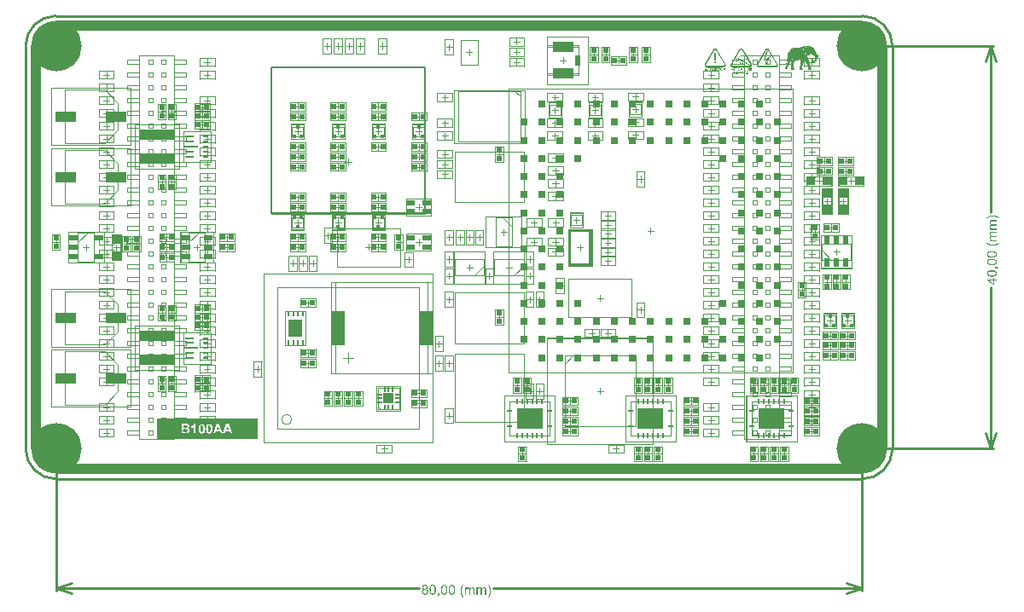
<source format=gts>
G04*
G04 #@! TF.GenerationSoftware,Altium Limited,Altium Designer,20.0.13 (296)*
G04*
G04 Layer_Color=8388736*
%FSLAX25Y25*%
%MOIN*%
G70*
G01*
G75*
%ADD10C,0.00394*%
%ADD11C,0.00787*%
%ADD15C,0.00197*%
%ADD16C,0.01000*%
%ADD17C,0.00079*%
%ADD18C,0.00394*%
%ADD41R,3.14961X0.03937*%
%ADD42R,0.03937X1.57480*%
%ADD43R,0.03228X0.02047*%
%ADD44R,0.03622X0.01063*%
%ADD45R,0.05197X0.01063*%
%ADD46R,0.02441X0.01063*%
%ADD47R,0.01063X0.02441*%
%ADD48R,0.10118X0.08150*%
%ADD49R,0.01929X0.02126*%
%ADD50R,0.01063X0.02047*%
%ADD51R,0.02047X0.01063*%
%ADD52R,0.04016X0.04016*%
%ADD53R,0.05197X0.13465*%
%ADD54R,0.13465X0.03937*%
%ADD55R,0.02126X0.01929*%
%ADD56R,0.03228X0.03228*%
G04:AMPARAMS|DCode=57|XSize=28.35mil|YSize=28.35mil|CornerRadius=3.15mil|HoleSize=0mil|Usage=FLASHONLY|Rotation=0.000|XOffset=0mil|YOffset=0mil|HoleType=Round|Shape=RoundedRectangle|*
%AMROUNDEDRECTD57*
21,1,0.02835,0.02205,0,0,0.0*
21,1,0.02205,0.02835,0,0,0.0*
1,1,0.00630,0.01102,-0.01102*
1,1,0.00630,-0.01102,-0.01102*
1,1,0.00630,-0.01102,0.01102*
1,1,0.00630,0.01102,0.01102*
%
%ADD57ROUNDEDRECTD57*%
%ADD58R,0.05787X0.06969*%
%ADD59R,0.07953X0.04016*%
%ADD60R,0.02441X0.04016*%
%ADD61R,0.03228X0.03228*%
%ADD62R,0.01654X0.01654*%
%ADD63R,0.01654X0.01654*%
%ADD64R,0.02047X0.03228*%
%ADD65C,0.02953*%
%ADD66C,0.19764*%
G36*
X292648Y157416D02*
X292901D01*
Y157353D01*
X293408D01*
Y157416D01*
X294042D01*
Y157353D01*
X294675D01*
Y157290D01*
X295055D01*
Y157226D01*
X295309D01*
Y157163D01*
X295372D01*
Y157099D01*
X295499D01*
Y157036D01*
X295626D01*
Y156973D01*
X295689D01*
Y156909D01*
X295752D01*
Y156846D01*
X295816D01*
Y156783D01*
X295879D01*
Y156719D01*
X295942D01*
Y156656D01*
X296006D01*
Y156593D01*
Y156529D01*
X295942D01*
Y156466D01*
Y156403D01*
X296006D01*
Y156466D01*
X296069D01*
Y156529D01*
X296132D01*
Y156466D01*
Y156403D01*
X296196D01*
Y156339D01*
Y156276D01*
X296323D01*
Y156212D01*
X296259D01*
Y156149D01*
X296386D01*
Y156086D01*
X296449D01*
Y156022D01*
Y155959D01*
Y155896D01*
X296513D01*
Y155832D01*
X296576D01*
Y155769D01*
Y155706D01*
X296639D01*
Y155642D01*
Y155579D01*
Y155516D01*
X296703D01*
Y155452D01*
Y155389D01*
X296766D01*
Y155325D01*
Y155262D01*
X296830D01*
Y155199D01*
Y155135D01*
X296893D01*
Y155072D01*
X296956D01*
Y155009D01*
Y154945D01*
X297020D01*
Y154882D01*
Y154818D01*
X297083D01*
Y154755D01*
X297146D01*
Y154692D01*
X297083D01*
Y154628D01*
X297146D01*
Y154565D01*
X297210D01*
Y154502D01*
Y154438D01*
Y154375D01*
X297273D01*
Y154312D01*
Y154248D01*
Y154185D01*
X297336D01*
Y154122D01*
Y154058D01*
Y153995D01*
Y153931D01*
Y153868D01*
X297400D01*
Y153805D01*
Y153741D01*
X298223D01*
Y153678D01*
X298160D01*
Y153615D01*
X298033D01*
Y153551D01*
X297780D01*
Y153488D01*
X298160D01*
Y153425D01*
X298097D01*
Y153361D01*
X298033D01*
Y153425D01*
X297970D01*
Y153361D01*
X297907D01*
Y153298D01*
X297463D01*
Y153235D01*
Y153171D01*
Y153108D01*
Y153044D01*
Y152981D01*
Y152918D01*
Y152854D01*
Y152791D01*
Y152728D01*
Y152664D01*
X297400D01*
Y152601D01*
Y152538D01*
Y152474D01*
Y152411D01*
X297336D01*
Y152347D01*
X297273D01*
Y152284D01*
X297336D01*
Y152221D01*
X297273D01*
Y152157D01*
X297210D01*
Y152094D01*
X297146D01*
Y152031D01*
X297210D01*
Y151967D01*
X297146D01*
Y151904D01*
Y151841D01*
X297083D01*
Y151904D01*
X297020D01*
Y151841D01*
X297083D01*
Y151777D01*
Y151714D01*
X297020D01*
Y151651D01*
X296956D01*
Y151587D01*
Y151524D01*
X296893D01*
Y151460D01*
X296766D01*
Y151397D01*
Y151334D01*
X296639D01*
Y151270D01*
X296576D01*
Y151207D01*
X296449D01*
Y151144D01*
X296259D01*
Y151080D01*
X295942D01*
Y151144D01*
X295752D01*
Y151207D01*
X295626D01*
Y151270D01*
X295562D01*
Y151334D01*
X295499D01*
Y151397D01*
X295436D01*
Y151460D01*
Y151524D01*
Y151587D01*
X295372D01*
Y151651D01*
Y151714D01*
X295309D01*
Y151777D01*
Y151841D01*
Y151904D01*
Y151967D01*
X295372D01*
Y152031D01*
X295436D01*
Y152094D01*
X295372D01*
Y152157D01*
X295436D01*
Y152221D01*
Y152284D01*
X295499D01*
Y152347D01*
X295562D01*
Y152411D01*
X295626D01*
Y152474D01*
X295816D01*
Y152411D01*
X295879D01*
Y152347D01*
Y152284D01*
X295816D01*
Y152221D01*
X295879D01*
Y152157D01*
Y152094D01*
X295816D01*
Y152031D01*
X295752D01*
Y151967D01*
Y151904D01*
Y151841D01*
X295816D01*
Y151777D01*
X295942D01*
Y151714D01*
X296132D01*
Y151777D01*
X296259D01*
Y151841D01*
X296323D01*
Y151904D01*
X296386D01*
Y151967D01*
Y152031D01*
Y152094D01*
X296449D01*
Y152157D01*
X296513D01*
Y152221D01*
X296449D01*
Y152284D01*
X296513D01*
Y152347D01*
Y152411D01*
Y152474D01*
Y152538D01*
Y152601D01*
Y152664D01*
Y152728D01*
Y152791D01*
Y152854D01*
Y152918D01*
Y152981D01*
Y153044D01*
X296576D01*
Y153108D01*
X296513D01*
Y153171D01*
Y153235D01*
X296449D01*
Y153298D01*
Y153361D01*
X296386D01*
Y153425D01*
Y153488D01*
Y153551D01*
X296323D01*
Y153615D01*
Y153678D01*
X296259D01*
Y153741D01*
Y153805D01*
X296196D01*
Y153868D01*
X295816D01*
Y153805D01*
X295626D01*
Y153868D01*
X295562D01*
Y153931D01*
X295436D01*
Y153995D01*
X295372D01*
Y154058D01*
X295245D01*
Y154122D01*
X294802D01*
Y154058D01*
X294739D01*
Y153995D01*
X294612D01*
Y153931D01*
Y153868D01*
X294422D01*
Y153805D01*
Y153741D01*
X294295D01*
Y153678D01*
X294168D01*
Y153741D01*
X294105D01*
Y153678D01*
X293978D01*
Y153741D01*
X293851D01*
Y153805D01*
X293725D01*
Y153868D01*
X293598D01*
Y153931D01*
Y153995D01*
X293535D01*
Y153931D01*
X293471D01*
Y153995D01*
X293408D01*
Y154058D01*
X293345D01*
Y154122D01*
Y154185D01*
X293408D01*
Y154248D01*
X293281D01*
Y154185D01*
Y154122D01*
X293218D01*
Y154185D01*
X293155D01*
Y154248D01*
X293091D01*
Y154312D01*
X293028D01*
Y154375D01*
X292964D01*
Y154438D01*
X292901D01*
Y154502D01*
X292838D01*
Y154565D01*
X292774D01*
Y154628D01*
Y154692D01*
X292711D01*
Y154755D01*
X292648D01*
Y154818D01*
X292584D01*
Y154882D01*
Y154945D01*
X292521D01*
Y155009D01*
X292458D01*
Y155072D01*
Y155135D01*
X292394D01*
Y155072D01*
Y155009D01*
X292458D01*
Y154945D01*
Y154882D01*
X292521D01*
Y154818D01*
Y154755D01*
X292584D01*
Y154692D01*
X292648D01*
Y154628D01*
X292711D01*
Y154565D01*
Y154502D01*
X292774D01*
Y154438D01*
X292838D01*
Y154375D01*
X292901D01*
Y154312D01*
X292964D01*
Y154248D01*
X293028D01*
Y154185D01*
X293155D01*
Y154122D01*
X293218D01*
Y154058D01*
X293281D01*
Y153995D01*
X293345D01*
Y153931D01*
X293471D01*
Y153868D01*
X293535D01*
Y153805D01*
Y153741D01*
X293661D01*
Y153678D01*
Y153615D01*
Y153551D01*
Y153488D01*
Y153425D01*
Y153361D01*
Y153298D01*
Y153235D01*
X293725D01*
Y153171D01*
Y153108D01*
Y153044D01*
Y152981D01*
Y152918D01*
Y152854D01*
Y152791D01*
Y152728D01*
X293788D01*
Y152664D01*
X293851D01*
Y152601D01*
Y152538D01*
Y152474D01*
X293915D01*
Y152411D01*
Y152347D01*
X293978D01*
Y152284D01*
Y152221D01*
Y152157D01*
Y152094D01*
Y152031D01*
X294042D01*
Y151967D01*
Y151904D01*
Y151841D01*
X294105D01*
Y151777D01*
Y151714D01*
X294042D01*
Y151651D01*
X294105D01*
Y151587D01*
X294168D01*
Y151524D01*
Y151460D01*
X294105D01*
Y151397D01*
X294168D01*
Y151334D01*
Y151270D01*
X294232D01*
Y151207D01*
Y151144D01*
Y151080D01*
X294295D01*
Y151017D01*
Y150953D01*
Y150890D01*
Y150827D01*
X294358D01*
Y150763D01*
Y150700D01*
Y150637D01*
X294422D01*
Y150573D01*
X294358D01*
Y150510D01*
X294422D01*
Y150447D01*
X294485D01*
Y150383D01*
Y150320D01*
Y150257D01*
X294549D01*
Y150193D01*
Y150130D01*
Y150066D01*
X294612D01*
Y150003D01*
X294549D01*
Y149940D01*
X294612D01*
Y149876D01*
Y149813D01*
X294675D01*
Y149750D01*
X294612D01*
Y149686D01*
X294675D01*
Y149623D01*
Y149559D01*
Y149496D01*
Y149433D01*
Y149370D01*
X294739D01*
Y149306D01*
Y149243D01*
Y149179D01*
X294802D01*
Y149116D01*
Y149053D01*
X294865D01*
Y148989D01*
Y148926D01*
X294929D01*
Y148863D01*
Y148799D01*
X294992D01*
Y148736D01*
X295055D01*
Y148672D01*
Y148609D01*
X295119D01*
Y148546D01*
X295182D01*
Y148482D01*
X295245D01*
Y148419D01*
Y148356D01*
X295182D01*
Y148292D01*
X294992D01*
Y148229D01*
X294422D01*
Y148166D01*
X294358D01*
Y148229D01*
X293915D01*
Y148292D01*
Y148356D01*
X293851D01*
Y148419D01*
Y148482D01*
Y148546D01*
Y148609D01*
X293915D01*
Y148672D01*
Y148736D01*
X293978D01*
Y148799D01*
X294042D01*
Y148863D01*
Y148926D01*
X293978D01*
Y148989D01*
Y149053D01*
Y149116D01*
X293915D01*
Y149179D01*
Y149243D01*
Y149306D01*
X293851D01*
Y149370D01*
Y149433D01*
Y149496D01*
X293788D01*
Y149559D01*
Y149623D01*
X293725D01*
Y149686D01*
Y149750D01*
X293661D01*
Y149813D01*
Y149876D01*
X293598D01*
Y149940D01*
Y150003D01*
X293535D01*
Y150066D01*
X293471D01*
Y150130D01*
Y150193D01*
X293408D01*
Y150257D01*
X293471D01*
Y150320D01*
X293345D01*
Y150383D01*
Y150447D01*
Y150510D01*
X293218D01*
Y150573D01*
Y150637D01*
X293155D01*
Y150700D01*
Y150763D01*
X293091D01*
Y150827D01*
X293028D01*
Y150890D01*
X293155D01*
Y150953D01*
X292964D01*
Y151017D01*
X292901D01*
Y151080D01*
Y151144D01*
X292838D01*
Y151207D01*
X292774D01*
Y151270D01*
X292711D01*
Y151334D01*
X292648D01*
Y151397D01*
X292584D01*
Y151460D01*
X292521D01*
Y151524D01*
X292458D01*
Y151587D01*
X292394D01*
Y151651D01*
X292331D01*
Y151714D01*
X292267D01*
Y151777D01*
X292204D01*
Y151841D01*
Y151904D01*
X292141D01*
Y151967D01*
X292077D01*
Y152031D01*
Y152094D01*
X292014D01*
Y152157D01*
X291951D01*
Y152221D01*
Y152284D01*
X291887D01*
Y152347D01*
Y152411D01*
X291824D01*
Y152474D01*
Y152538D01*
X291761D01*
Y152474D01*
Y152411D01*
X291824D01*
Y152347D01*
Y152284D01*
X291887D01*
Y152221D01*
Y152157D01*
X291951D01*
Y152094D01*
Y152031D01*
X292014D01*
Y151967D01*
X292077D01*
Y151904D01*
Y151841D01*
X292141D01*
Y151777D01*
X292204D01*
Y151714D01*
Y151651D01*
X292267D01*
Y151587D01*
Y151524D01*
Y151460D01*
Y151397D01*
X292204D01*
Y151334D01*
Y151270D01*
Y151207D01*
X292141D01*
Y151144D01*
Y151080D01*
Y151017D01*
X292077D01*
Y150953D01*
Y150890D01*
X292014D01*
Y150827D01*
Y150763D01*
Y150700D01*
X291951D01*
Y150637D01*
Y150573D01*
Y150510D01*
X291887D01*
Y150447D01*
Y150383D01*
Y150320D01*
Y150257D01*
X291824D01*
Y150193D01*
Y150130D01*
Y150066D01*
Y150003D01*
X291761D01*
Y149940D01*
Y149876D01*
Y149813D01*
X291697D01*
Y149750D01*
Y149686D01*
X291634D01*
Y149623D01*
Y149559D01*
Y149496D01*
X291570D01*
Y149433D01*
Y149370D01*
X291507D01*
Y149306D01*
Y149243D01*
Y149179D01*
Y149116D01*
Y149053D01*
X291444D01*
Y148989D01*
Y148926D01*
X291507D01*
Y148863D01*
Y148799D01*
Y148736D01*
X291570D01*
Y148672D01*
X291634D01*
Y148609D01*
X291697D01*
Y148546D01*
X291761D01*
Y148482D01*
X291824D01*
Y148419D01*
Y148356D01*
X291887D01*
Y148292D01*
Y148229D01*
Y148166D01*
X291761D01*
Y148102D01*
X290937D01*
Y148166D01*
X290747D01*
Y148102D01*
X290430D01*
Y148166D01*
X290367D01*
Y148229D01*
Y148292D01*
Y148356D01*
Y148419D01*
X290430D01*
Y148482D01*
Y148546D01*
X290493D01*
Y148609D01*
X290620D01*
Y148672D01*
Y148736D01*
Y148799D01*
X290683D01*
Y148863D01*
X290620D01*
Y148926D01*
Y148989D01*
Y149053D01*
Y149116D01*
Y149179D01*
Y149243D01*
Y149306D01*
Y149370D01*
Y149433D01*
Y149496D01*
Y149559D01*
X290683D01*
Y149623D01*
Y149686D01*
Y149750D01*
Y149813D01*
Y149876D01*
Y149940D01*
Y150003D01*
Y150066D01*
X290747D01*
Y150130D01*
Y150193D01*
Y150257D01*
Y150320D01*
Y150383D01*
X290810D01*
Y150447D01*
Y150510D01*
Y150573D01*
Y150637D01*
Y150700D01*
Y150763D01*
X290874D01*
Y150827D01*
Y150890D01*
Y150953D01*
Y151017D01*
Y151080D01*
Y151144D01*
Y151207D01*
Y151270D01*
Y151334D01*
Y151397D01*
Y151460D01*
Y151524D01*
X290937D01*
Y151587D01*
X290874D01*
Y151651D01*
Y151714D01*
Y151777D01*
Y151841D01*
Y151904D01*
Y151967D01*
Y152031D01*
Y152094D01*
X290810D01*
Y152157D01*
Y152221D01*
Y152284D01*
X290683D01*
Y152221D01*
X290557D01*
Y152157D01*
X290430D01*
Y152094D01*
X290303D01*
Y152031D01*
X290113D01*
Y151967D01*
X289923D01*
Y151904D01*
X289606D01*
Y151841D01*
X289480D01*
Y151904D01*
X289289D01*
Y151841D01*
X288846D01*
Y151904D01*
X288783D01*
Y151841D01*
X288846D01*
Y151777D01*
X288719D01*
Y151714D01*
Y151651D01*
X288656D01*
Y151587D01*
X288593D01*
Y151524D01*
X288529D01*
Y151460D01*
X288466D01*
Y151397D01*
X288402D01*
Y151334D01*
X288339D01*
Y151270D01*
X288276D01*
Y151207D01*
X288212D01*
Y151144D01*
Y151080D01*
X288149D01*
Y151017D01*
Y150953D01*
Y150890D01*
X288086D01*
Y150827D01*
Y150763D01*
X288022D01*
Y150700D01*
Y150637D01*
Y150573D01*
X287959D01*
Y150510D01*
Y150447D01*
Y150383D01*
Y150320D01*
X288022D01*
Y150257D01*
Y150193D01*
Y150130D01*
Y150066D01*
Y150003D01*
Y149940D01*
Y149876D01*
Y149813D01*
Y149750D01*
Y149686D01*
Y149623D01*
Y149559D01*
Y149496D01*
Y149433D01*
Y149370D01*
Y149306D01*
X288086D01*
Y149243D01*
Y149179D01*
Y149116D01*
X288149D01*
Y149053D01*
Y148989D01*
X288212D01*
Y148926D01*
X288276D01*
Y148863D01*
X288339D01*
Y148799D01*
X288402D01*
Y148736D01*
X288466D01*
Y148672D01*
X288529D01*
Y148609D01*
X288593D01*
Y148546D01*
X288656D01*
Y148482D01*
Y148419D01*
Y148356D01*
X288593D01*
Y148292D01*
X287199D01*
Y148356D01*
X287072D01*
Y148419D01*
Y148482D01*
Y148546D01*
Y148609D01*
Y148672D01*
Y148736D01*
Y148799D01*
Y148863D01*
Y148926D01*
Y148989D01*
Y149053D01*
Y149116D01*
Y149179D01*
Y149243D01*
X287135D01*
Y149306D01*
Y149370D01*
Y149433D01*
Y149496D01*
Y149559D01*
X287199D01*
Y149623D01*
Y149686D01*
Y149750D01*
Y149813D01*
Y149876D01*
Y149940D01*
Y150003D01*
Y150066D01*
Y150130D01*
Y150193D01*
Y150257D01*
Y150320D01*
Y150383D01*
Y150447D01*
Y150510D01*
Y150573D01*
X287135D01*
Y150637D01*
Y150700D01*
Y150763D01*
Y150827D01*
Y150890D01*
Y150953D01*
Y151017D01*
X287072D01*
Y151080D01*
X287009D01*
Y151144D01*
X286945D01*
Y151207D01*
X287009D01*
Y151270D01*
X287072D01*
Y151334D01*
X287135D01*
Y151397D01*
X287199D01*
Y151460D01*
X287262D01*
Y151524D01*
Y151587D01*
X287325D01*
Y151651D01*
X287452D01*
Y151714D01*
Y151777D01*
Y151841D01*
X287389D01*
Y151777D01*
X287325D01*
Y151714D01*
X287262D01*
Y151651D01*
X287199D01*
Y151587D01*
Y151524D01*
X287135D01*
Y151460D01*
X287072D01*
Y151524D01*
X286945D01*
Y151460D01*
X287072D01*
Y151397D01*
X287009D01*
Y151334D01*
X286945D01*
Y151270D01*
X286882D01*
Y151207D01*
Y151144D01*
X286818D01*
Y151080D01*
X286755D01*
Y151017D01*
X286692D01*
Y150953D01*
X286628D01*
Y150890D01*
Y150827D01*
X286565D01*
Y150763D01*
X286502D01*
Y150700D01*
Y150637D01*
X286438D01*
Y150573D01*
Y150510D01*
X286312D01*
Y150447D01*
X286375D01*
Y150383D01*
X286312D01*
Y150320D01*
X286248D01*
Y150257D01*
Y150193D01*
Y150130D01*
X286185D01*
Y150066D01*
Y150003D01*
X286122D01*
Y149940D01*
Y149876D01*
X286058D01*
Y149813D01*
X286122D01*
Y149750D01*
X286058D01*
Y149686D01*
Y149623D01*
Y149559D01*
Y149496D01*
X285995D01*
Y149559D01*
X285931D01*
Y149496D01*
X285995D01*
Y149433D01*
Y149370D01*
Y149306D01*
Y149243D01*
X285931D01*
Y149179D01*
Y149116D01*
Y149053D01*
X285868D01*
Y148989D01*
Y148926D01*
Y148863D01*
X285805D01*
Y148799D01*
X285868D01*
Y148736D01*
Y148672D01*
Y148609D01*
X285931D01*
Y148546D01*
X285868D01*
Y148609D01*
X285805D01*
Y148546D01*
X285868D01*
Y148482D01*
Y148419D01*
Y148356D01*
X285741D01*
Y148292D01*
X285678D01*
Y148356D01*
X285108D01*
Y148419D01*
X285044D01*
Y148482D01*
X284981D01*
Y148546D01*
Y148609D01*
X284918D01*
Y148672D01*
Y148736D01*
Y148799D01*
Y148863D01*
Y148926D01*
Y148989D01*
X284981D01*
Y149053D01*
Y149116D01*
X285044D01*
Y149179D01*
X285108D01*
Y149243D01*
X285171D01*
Y149306D01*
X285234D01*
Y149243D01*
X285298D01*
Y149306D01*
X285234D01*
Y149370D01*
Y149433D01*
Y149496D01*
Y149559D01*
X285298D01*
Y149623D01*
Y149686D01*
Y149750D01*
X285361D01*
Y149813D01*
Y149876D01*
X285424D01*
Y149940D01*
Y150003D01*
X285298D01*
Y149940D01*
X285234D01*
Y150003D01*
Y150066D01*
X285108D01*
Y150130D01*
Y150193D01*
X285171D01*
Y150257D01*
Y150320D01*
Y150383D01*
Y150447D01*
Y150510D01*
X285234D01*
Y150573D01*
Y150637D01*
Y150700D01*
X285298D01*
Y150763D01*
Y150827D01*
Y150890D01*
Y150953D01*
X285361D01*
Y151017D01*
Y151080D01*
Y151144D01*
X285424D01*
Y151207D01*
Y151270D01*
Y151334D01*
X285488D01*
Y151397D01*
Y151460D01*
Y151524D01*
Y151587D01*
X285551D01*
Y151524D01*
X285615D01*
Y151460D01*
Y151397D01*
Y151334D01*
Y151270D01*
X285551D01*
Y151207D01*
Y151144D01*
Y151080D01*
Y151017D01*
X285488D01*
Y150953D01*
Y150890D01*
Y150827D01*
X285424D01*
Y150763D01*
Y150700D01*
Y150637D01*
Y150573D01*
Y150510D01*
Y150447D01*
Y150383D01*
Y150320D01*
Y150257D01*
Y150193D01*
Y150130D01*
X285361D01*
Y150066D01*
X285488D01*
Y150130D01*
Y150193D01*
Y150257D01*
X285551D01*
Y150320D01*
Y150383D01*
Y150447D01*
Y150510D01*
X285615D01*
Y150573D01*
Y150637D01*
Y150700D01*
Y150763D01*
Y150827D01*
X285678D01*
Y150890D01*
Y150953D01*
Y151017D01*
Y151080D01*
Y151144D01*
Y151207D01*
Y151270D01*
Y151334D01*
Y151397D01*
Y151460D01*
Y151524D01*
Y151587D01*
X285615D01*
Y151651D01*
X285551D01*
Y151714D01*
Y151777D01*
Y151841D01*
X285615D01*
Y151904D01*
Y151967D01*
Y152031D01*
Y152094D01*
Y152157D01*
Y152221D01*
Y152284D01*
Y152347D01*
X285678D01*
Y152411D01*
Y152474D01*
Y152538D01*
Y152601D01*
Y152664D01*
Y152728D01*
Y152791D01*
X285741D01*
Y152854D01*
Y152918D01*
Y152981D01*
Y153044D01*
Y153108D01*
Y153171D01*
Y153235D01*
Y153298D01*
Y153361D01*
Y153425D01*
Y153488D01*
Y153551D01*
Y153615D01*
Y153678D01*
Y153741D01*
Y153805D01*
Y153868D01*
Y153931D01*
Y153995D01*
X285805D01*
Y154058D01*
Y154122D01*
Y154185D01*
Y154248D01*
Y154312D01*
X285868D01*
Y154375D01*
Y154438D01*
X285931D01*
Y154502D01*
Y154565D01*
Y154628D01*
X285995D01*
Y154692D01*
X286058D01*
Y154755D01*
Y154818D01*
X286122D01*
Y154882D01*
Y154945D01*
X286248D01*
Y155009D01*
Y155072D01*
Y155135D01*
X286312D01*
Y155199D01*
X286375D01*
Y155262D01*
X286502D01*
Y155325D01*
X286438D01*
Y155389D01*
X286502D01*
Y155452D01*
X286565D01*
Y155516D01*
Y155579D01*
X286628D01*
Y155642D01*
X286692D01*
Y155706D01*
Y155769D01*
X286755D01*
Y155832D01*
X286818D01*
Y155896D01*
X286882D01*
Y155832D01*
X286945D01*
Y155896D01*
X286882D01*
Y155959D01*
Y156022D01*
X286945D01*
Y156086D01*
X287009D01*
Y156149D01*
X287072D01*
Y156212D01*
X287135D01*
Y156276D01*
X287325D01*
Y156339D01*
Y156403D01*
X287389D01*
Y156339D01*
X287452D01*
Y156403D01*
Y156466D01*
X287579D01*
Y156529D01*
X287705D01*
Y156593D01*
X287959D01*
Y156656D01*
X288149D01*
Y156593D01*
X288212D01*
Y156656D01*
X288149D01*
Y156719D01*
X288656D01*
Y156783D01*
X290177D01*
Y156846D01*
X290493D01*
Y156909D01*
X290683D01*
Y156973D01*
X290874D01*
Y157036D01*
X291064D01*
Y157099D01*
X291317D01*
Y157163D01*
X291507D01*
Y157226D01*
X291761D01*
Y157290D01*
X291887D01*
Y157353D01*
X292077D01*
Y157416D01*
X292141D01*
Y157353D01*
X292204D01*
Y157416D01*
X292267D01*
Y157353D01*
X292331D01*
Y157416D01*
X292267D01*
Y157480D01*
X292648D01*
Y157416D01*
D02*
G37*
G36*
X277999Y156557D02*
X278078Y156544D01*
X278163Y156518D01*
X278262Y156478D01*
X278360Y156419D01*
X278452Y156347D01*
X278465Y156341D01*
X278485Y156314D01*
X278511Y156282D01*
X278537Y156255D01*
X278544Y156249D01*
X278557Y156223D01*
X278583Y156190D01*
X278609Y156150D01*
X281903Y150437D01*
X281909Y150424D01*
X281929Y150391D01*
X281955Y150332D01*
X281981Y150253D01*
X282008Y150161D01*
X282021Y150063D01*
X282027Y149945D01*
X282008Y149827D01*
Y149820D01*
X282001Y149794D01*
X281988Y149754D01*
X281968Y149708D01*
Y149702D01*
X281955Y149676D01*
X281942Y149636D01*
X281916Y149590D01*
X281909Y149577D01*
X281883Y149545D01*
X281843Y149492D01*
X281791Y149433D01*
X281725Y149367D01*
X281640Y149308D01*
X281548Y149249D01*
X281437Y149203D01*
X281424D01*
X281391Y149190D01*
X281351Y149184D01*
X281319Y149177D01*
X281312D01*
X281293Y149171D01*
X281253D01*
X281201Y149164D01*
X274529D01*
X274470Y149177D01*
X274391Y149190D01*
X274300Y149216D01*
X274201Y149256D01*
X274103Y149315D01*
X274004Y149387D01*
X273998Y149394D01*
X273972Y149413D01*
X273945Y149446D01*
X273919Y149479D01*
X273913Y149485D01*
X273893Y149512D01*
X273873Y149545D01*
X273853Y149584D01*
X273847D01*
Y149590D01*
X273840Y149603D01*
X273821Y149636D01*
X273801Y149695D01*
X273775Y149767D01*
X273755Y149853D01*
X273742Y149951D01*
Y150063D01*
X273755Y150181D01*
Y150187D01*
X273762Y150194D01*
X273768Y150227D01*
X273775Y150266D01*
X273788Y150292D01*
Y150299D01*
X273801Y150325D01*
X273814Y150364D01*
X273840Y150410D01*
Y150417D01*
X273847Y150424D01*
X277147Y156137D01*
X277153Y156144D01*
X277166Y156164D01*
X277186Y156196D01*
X277212Y156236D01*
X277245Y156282D01*
X277291Y156327D01*
X277343Y156373D01*
X277396Y156413D01*
X277402D01*
X277409Y156426D01*
X277429Y156432D01*
X277455Y156452D01*
X277461Y156459D01*
X277488Y156472D01*
X277527Y156491D01*
X277579Y156511D01*
X277645Y156531D01*
X277717Y156551D01*
X277796Y156564D01*
X277881Y156570D01*
X277934D01*
X277999Y156557D01*
D02*
G37*
G36*
X267831D02*
X267910Y156544D01*
X267995Y156518D01*
X268094Y156478D01*
X268192Y156419D01*
X268284Y156347D01*
X268297Y156341D01*
X268317Y156314D01*
X268343Y156282D01*
X268369Y156255D01*
X268376Y156249D01*
X268389Y156223D01*
X268415Y156190D01*
X268441Y156150D01*
X271734Y150437D01*
X271741Y150424D01*
X271761Y150391D01*
X271787Y150332D01*
X271813Y150253D01*
X271839Y150161D01*
X271853Y150063D01*
X271859Y149945D01*
X271839Y149827D01*
Y149820D01*
X271833Y149794D01*
X271820Y149754D01*
X271800Y149708D01*
Y149702D01*
X271787Y149676D01*
X271774Y149636D01*
X271748Y149590D01*
X271741Y149577D01*
X271715Y149545D01*
X271675Y149492D01*
X271623Y149433D01*
X271557Y149367D01*
X271472Y149308D01*
X271380Y149249D01*
X271269Y149203D01*
X271256D01*
X271223Y149190D01*
X271183Y149184D01*
X271151Y149177D01*
X271144D01*
X271125Y149171D01*
X271085D01*
X271033Y149164D01*
X264361D01*
X264302Y149177D01*
X264223Y149190D01*
X264131Y149216D01*
X264033Y149256D01*
X263935Y149315D01*
X263836Y149387D01*
X263830Y149394D01*
X263804Y149413D01*
X263777Y149446D01*
X263751Y149479D01*
X263744Y149485D01*
X263725Y149512D01*
X263705Y149545D01*
X263685Y149584D01*
X263679D01*
Y149590D01*
X263672Y149603D01*
X263653Y149636D01*
X263633Y149695D01*
X263607Y149767D01*
X263587Y149853D01*
X263574Y149951D01*
Y150063D01*
X263587Y150181D01*
Y150187D01*
X263594Y150194D01*
X263600Y150227D01*
X263607Y150266D01*
X263620Y150292D01*
Y150299D01*
X263633Y150325D01*
X263646Y150364D01*
X263672Y150410D01*
Y150417D01*
X263679Y150424D01*
X266979Y156137D01*
X266985Y156144D01*
X266998Y156164D01*
X267018Y156196D01*
X267044Y156236D01*
X267077Y156282D01*
X267123Y156327D01*
X267175Y156373D01*
X267228Y156413D01*
X267234D01*
X267241Y156426D01*
X267261Y156432D01*
X267287Y156452D01*
X267293Y156459D01*
X267320Y156472D01*
X267359Y156491D01*
X267411Y156511D01*
X267477Y156531D01*
X267549Y156551D01*
X267628Y156564D01*
X267713Y156570D01*
X267766D01*
X267831Y156557D01*
D02*
G37*
G36*
X257663D02*
X257742Y156544D01*
X257827Y156518D01*
X257926Y156478D01*
X258024Y156419D01*
X258116Y156347D01*
X258129Y156341D01*
X258149Y156314D01*
X258175Y156282D01*
X258201Y156255D01*
X258208Y156249D01*
X258221Y156223D01*
X258247Y156190D01*
X258273Y156150D01*
X261566Y150437D01*
X261573Y150424D01*
X261593Y150391D01*
X261619Y150332D01*
X261645Y150253D01*
X261671Y150161D01*
X261685Y150063D01*
X261691Y149945D01*
X261671Y149827D01*
Y149820D01*
X261665Y149794D01*
X261652Y149754D01*
X261632Y149708D01*
Y149702D01*
X261619Y149676D01*
X261606Y149636D01*
X261580Y149590D01*
X261573Y149577D01*
X261547Y149545D01*
X261508Y149492D01*
X261455Y149433D01*
X261389Y149367D01*
X261304Y149308D01*
X261212Y149249D01*
X261101Y149203D01*
X261088D01*
X261055Y149190D01*
X261016Y149184D01*
X260983Y149177D01*
X260976D01*
X260957Y149171D01*
X260917D01*
X260865Y149164D01*
X254193D01*
X254134Y149177D01*
X254055Y149190D01*
X253963Y149216D01*
X253865Y149256D01*
X253767Y149315D01*
X253668Y149387D01*
X253662Y149394D01*
X253636Y149413D01*
X253609Y149446D01*
X253583Y149479D01*
X253576Y149485D01*
X253557Y149512D01*
X253537Y149545D01*
X253517Y149584D01*
X253511D01*
Y149590D01*
X253504Y149603D01*
X253485Y149636D01*
X253465Y149695D01*
X253439Y149767D01*
X253419Y149853D01*
X253406Y149951D01*
Y150063D01*
X253419Y150181D01*
Y150187D01*
X253426Y150194D01*
X253432Y150227D01*
X253439Y150266D01*
X253452Y150292D01*
Y150299D01*
X253465Y150325D01*
X253478Y150364D01*
X253504Y150410D01*
Y150417D01*
X253511Y150424D01*
X256810Y156137D01*
X256817Y156144D01*
X256830Y156164D01*
X256850Y156196D01*
X256876Y156236D01*
X256909Y156282D01*
X256955Y156327D01*
X257007Y156373D01*
X257060Y156413D01*
X257066D01*
X257073Y156426D01*
X257093Y156432D01*
X257119Y156452D01*
X257125Y156459D01*
X257152Y156472D01*
X257191Y156491D01*
X257243Y156511D01*
X257309Y156531D01*
X257381Y156551D01*
X257460Y156564D01*
X257545Y156570D01*
X257598D01*
X257663Y156557D01*
D02*
G37*
G36*
X271748Y147983D02*
X271603D01*
X271052Y148803D01*
Y147983D01*
X270921D01*
Y149026D01*
X271065D01*
X271610Y148206D01*
Y149026D01*
X271748D01*
Y147983D01*
D02*
G37*
G36*
X268251D02*
X268107D01*
X267556Y148803D01*
Y147983D01*
X267425D01*
Y149026D01*
X267569D01*
X268120Y148206D01*
Y149026D01*
X268251D01*
Y147983D01*
D02*
G37*
G36*
X261580D02*
X261435D01*
X260884Y148803D01*
Y147983D01*
X260753D01*
Y149026D01*
X260897D01*
X261442Y148206D01*
Y149026D01*
X261580D01*
Y147983D01*
D02*
G37*
G36*
X258083D02*
X257939D01*
X257388Y148803D01*
Y147983D01*
X257257D01*
Y149026D01*
X257401D01*
X257952Y148206D01*
Y149026D01*
X258083D01*
Y147983D01*
D02*
G37*
G36*
X269544D02*
X269399D01*
Y149026D01*
X269544D01*
Y147983D01*
D02*
G37*
G36*
X269235Y148902D02*
X268887D01*
Y147983D01*
X268750D01*
Y148902D01*
X268402D01*
Y149026D01*
X269235D01*
Y148902D01*
D02*
G37*
G36*
X267215D02*
X266592D01*
Y148580D01*
X267175D01*
Y148462D01*
X266592D01*
Y148101D01*
X267234D01*
Y147983D01*
X266454D01*
Y149026D01*
X267215D01*
Y148902D01*
D02*
G37*
G36*
X266309D02*
X265962D01*
Y147983D01*
X265824D01*
Y148902D01*
X265476D01*
Y149026D01*
X266309D01*
Y148902D01*
D02*
G37*
G36*
X265417D02*
X265070D01*
Y147983D01*
X264932D01*
Y148902D01*
X264584D01*
Y149026D01*
X265417D01*
Y148902D01*
D02*
G37*
G36*
X264663Y147983D02*
X264505D01*
X264381Y148298D01*
X263941D01*
X263830Y147983D01*
X263679D01*
X264086Y149026D01*
X264230D01*
X264663Y147983D01*
D02*
G37*
G36*
X259376D02*
X259231D01*
Y149026D01*
X259376D01*
Y147983D01*
D02*
G37*
G36*
X259067Y148902D02*
X258719D01*
Y147983D01*
X258582D01*
Y148902D01*
X258234D01*
Y149026D01*
X259067D01*
Y148902D01*
D02*
G37*
G36*
X257047D02*
X256423D01*
Y148580D01*
X257007D01*
Y148462D01*
X256423D01*
Y148101D01*
X257066D01*
Y147983D01*
X256286D01*
Y149026D01*
X257047D01*
Y148902D01*
D02*
G37*
G36*
X256141D02*
X255794D01*
Y147983D01*
X255656D01*
Y148902D01*
X255308D01*
Y149026D01*
X256141D01*
Y148902D01*
D02*
G37*
G36*
X255249D02*
X254902D01*
Y147983D01*
X254764D01*
Y148902D01*
X254416D01*
Y149026D01*
X255249D01*
Y148902D01*
D02*
G37*
G36*
X254495Y147983D02*
X254337D01*
X254213Y148298D01*
X253773D01*
X253662Y147983D01*
X253511D01*
X253918Y149026D01*
X254062D01*
X254495Y147983D01*
D02*
G37*
G36*
X270298Y149039D02*
X270331D01*
X270416Y149013D01*
X270462Y149000D01*
X270508Y148974D01*
X270514D01*
X270528Y148961D01*
X270547Y148948D01*
X270573Y148928D01*
X270633Y148869D01*
X270685Y148784D01*
Y148777D01*
X270691Y148764D01*
X270705Y148738D01*
X270718Y148705D01*
X270724Y148659D01*
X270737Y148613D01*
X270744Y148501D01*
Y148495D01*
Y148475D01*
Y148442D01*
X270737Y148410D01*
X270718Y148318D01*
X270678Y148219D01*
Y148213D01*
X270665Y148200D01*
X270652Y148173D01*
X270633Y148147D01*
X270573Y148088D01*
X270495Y148029D01*
X270488D01*
X270475Y148016D01*
X270449Y148009D01*
X270423Y147996D01*
X270337Y147977D01*
X270245Y147964D01*
X270219D01*
X270193Y147970D01*
X270154D01*
X270068Y147996D01*
X270022Y148009D01*
X269976Y148036D01*
X269970D01*
X269957Y148049D01*
X269937Y148062D01*
X269911Y148082D01*
X269852Y148141D01*
X269799Y148226D01*
Y148232D01*
X269793Y148246D01*
X269780Y148272D01*
X269773Y148305D01*
X269760Y148344D01*
X269747Y148390D01*
X269740Y148495D01*
Y148508D01*
Y148534D01*
X269747Y148587D01*
X269760Y148639D01*
X269773Y148705D01*
X269799Y148777D01*
X269832Y148843D01*
X269878Y148902D01*
X269885Y148908D01*
X269904Y148921D01*
X269937Y148948D01*
X269976Y148974D01*
X270029Y149000D01*
X270094Y149026D01*
X270167Y149039D01*
X270245Y149046D01*
X270272D01*
X270298Y149039D01*
D02*
G37*
G36*
X260130D02*
X260163D01*
X260248Y149013D01*
X260294Y149000D01*
X260340Y148974D01*
X260346D01*
X260360Y148961D01*
X260379Y148948D01*
X260405Y148928D01*
X260465Y148869D01*
X260517Y148784D01*
Y148777D01*
X260524Y148764D01*
X260537Y148738D01*
X260550Y148705D01*
X260556Y148659D01*
X260569Y148613D01*
X260576Y148501D01*
Y148495D01*
Y148475D01*
Y148442D01*
X260569Y148410D01*
X260550Y148318D01*
X260510Y148219D01*
Y148213D01*
X260497Y148200D01*
X260484Y148173D01*
X260465Y148147D01*
X260405Y148088D01*
X260327Y148029D01*
X260320D01*
X260307Y148016D01*
X260281Y148009D01*
X260255Y147996D01*
X260169Y147977D01*
X260077Y147964D01*
X260051D01*
X260025Y147970D01*
X259986D01*
X259900Y147996D01*
X259854Y148009D01*
X259808Y148036D01*
X259802D01*
X259789Y148049D01*
X259769Y148062D01*
X259743Y148082D01*
X259684Y148141D01*
X259631Y148226D01*
Y148232D01*
X259625Y148246D01*
X259612Y148272D01*
X259605Y148305D01*
X259592Y148344D01*
X259579Y148390D01*
X259572Y148495D01*
Y148508D01*
Y148534D01*
X259579Y148587D01*
X259592Y148639D01*
X259605Y148705D01*
X259631Y148777D01*
X259664Y148843D01*
X259710Y148902D01*
X259717Y148908D01*
X259736Y148921D01*
X259769Y148948D01*
X259808Y148974D01*
X259861Y149000D01*
X259927Y149026D01*
X259999Y149039D01*
X260077Y149046D01*
X260104D01*
X260130Y149039D01*
D02*
G37*
G36*
X268553Y147813D02*
X268586Y147806D01*
X268592Y147800D01*
X268612Y147793D01*
X268632Y147773D01*
X268651Y147747D01*
X268658Y147740D01*
X268665Y147727D01*
X268671Y147701D01*
X268678Y147668D01*
X268612Y147662D01*
Y147668D01*
X268605Y147688D01*
X268599Y147714D01*
X268579Y147734D01*
X268573Y147740D01*
X268553Y147747D01*
X268527Y147754D01*
X268487Y147760D01*
X268455D01*
X268422Y147754D01*
X268395Y147740D01*
X268389Y147734D01*
X268382Y147721D01*
X268369Y147708D01*
X268363Y147681D01*
Y147675D01*
X268369Y147668D01*
X268376Y147649D01*
X268389Y147635D01*
X268395D01*
X268409Y147622D01*
X268441Y147609D01*
X268487Y147596D01*
X268500D01*
X268540Y147583D01*
X268579Y147576D01*
X268605Y147563D01*
X268612Y147557D01*
X268632Y147550D01*
X268651Y147531D01*
X268671Y147511D01*
X268678Y147504D01*
X268684Y147491D01*
X268691Y147465D01*
X268697Y147439D01*
Y147432D01*
Y147413D01*
X268684Y147386D01*
X268671Y147360D01*
X268665Y147353D01*
X268651Y147340D01*
X268632Y147327D01*
X268605Y147314D01*
X268599Y147308D01*
X268573Y147301D01*
X268540Y147294D01*
X268500Y147288D01*
X268487D01*
X268461Y147294D01*
X268422Y147301D01*
X268382Y147314D01*
X268376D01*
X268356Y147327D01*
X268330Y147340D01*
X268310Y147367D01*
X268304Y147373D01*
X268297Y147393D01*
X268284Y147419D01*
X268277Y147458D01*
X268343Y147465D01*
Y147458D01*
Y147445D01*
X268350Y147419D01*
X268363Y147399D01*
Y147393D01*
X268376Y147386D01*
X268389Y147373D01*
X268415Y147360D01*
X268441D01*
X268468Y147353D01*
X268573D01*
X268586Y147360D01*
X268599Y147373D01*
X268612Y147386D01*
X268618Y147393D01*
X268625Y147399D01*
X268632Y147413D01*
Y147432D01*
Y147439D01*
Y147445D01*
X268625Y147458D01*
X268612Y147471D01*
Y147478D01*
X268599Y147485D01*
X268586Y147491D01*
X268566Y147504D01*
X268553Y147511D01*
X268520Y147517D01*
X268474Y147531D01*
X268461Y147537D01*
X268435Y147544D01*
X268402Y147550D01*
X268369Y147563D01*
X268363Y147570D01*
X268350Y147576D01*
X268317Y147616D01*
Y147622D01*
X268310Y147635D01*
X268304Y147655D01*
X268297Y147675D01*
Y147681D01*
X268304Y147701D01*
X268310Y147727D01*
X268323Y147754D01*
Y147760D01*
X268337Y147773D01*
X268356Y147793D01*
X268389Y147806D01*
X268395D01*
X268415Y147813D01*
X268441Y147819D01*
X268514D01*
X268553Y147813D01*
D02*
G37*
G36*
X270541D02*
X270586Y147806D01*
X270626Y147780D01*
X270633Y147773D01*
X270652Y147754D01*
X270678Y147714D01*
X270698Y147668D01*
X270633Y147655D01*
X270626Y147662D01*
X270619Y147688D01*
X270600Y147714D01*
X270580Y147734D01*
X270573Y147740D01*
X270560Y147747D01*
X270528Y147754D01*
X270495Y147760D01*
X270462D01*
X270423Y147747D01*
X270390Y147734D01*
X270383Y147727D01*
X270370Y147714D01*
X270350Y147688D01*
X270331Y147655D01*
Y147649D01*
X270324Y147629D01*
X270318Y147596D01*
Y147557D01*
Y147544D01*
Y147517D01*
X270324Y147478D01*
X270337Y147439D01*
X270344Y147432D01*
X270350Y147413D01*
X270370Y147386D01*
X270396Y147367D01*
X270403D01*
X270423Y147360D01*
X270455Y147353D01*
X270488Y147347D01*
X270501D01*
X270521Y147353D01*
X270554Y147360D01*
X270586Y147373D01*
X270593Y147380D01*
X270606Y147399D01*
X270626Y147426D01*
X270639Y147471D01*
X270711Y147452D01*
Y147445D01*
X270705Y147439D01*
X270691Y147406D01*
X270665Y147367D01*
X270633Y147334D01*
X270619Y147327D01*
X270593Y147314D01*
X270547Y147294D01*
X270495Y147288D01*
X270482D01*
X270442Y147294D01*
X270396Y147308D01*
X270357Y147327D01*
X270350Y147334D01*
X270324Y147347D01*
X270298Y147373D01*
X270272Y147413D01*
Y147419D01*
X270265Y147426D01*
X270258Y147458D01*
X270252Y147504D01*
X270245Y147557D01*
Y147563D01*
Y147570D01*
X270252Y147603D01*
X270258Y147649D01*
X270278Y147701D01*
X270285Y147708D01*
X270298Y147734D01*
X270324Y147760D01*
X270363Y147786D01*
X270377Y147793D01*
X270403Y147806D01*
X270442Y147813D01*
X270495Y147819D01*
X270508D01*
X270541Y147813D01*
D02*
G37*
G36*
X266500D02*
X266546Y147806D01*
X266592Y147780D01*
X266598Y147773D01*
X266618Y147754D01*
X266644Y147714D01*
X266664Y147668D01*
X266598Y147655D01*
X266592Y147662D01*
X266585Y147688D01*
X266565Y147708D01*
X266546Y147734D01*
X266539Y147740D01*
X266519Y147747D01*
X266493Y147754D01*
X266454Y147760D01*
X266421D01*
X266388Y147747D01*
X266355Y147734D01*
X266349Y147727D01*
X266336Y147714D01*
X266316Y147688D01*
X266296Y147655D01*
Y147649D01*
X266290Y147622D01*
X266283Y147590D01*
X266277Y147557D01*
Y147544D01*
X266283Y147517D01*
X266290Y147478D01*
X266303Y147439D01*
X266309Y147432D01*
X266316Y147413D01*
X266336Y147386D01*
X266362Y147367D01*
X266369D01*
X266388Y147360D01*
X266421Y147353D01*
X266454Y147347D01*
X266467D01*
X266487Y147353D01*
X266519Y147360D01*
X266546Y147373D01*
X266552Y147380D01*
X266565Y147393D01*
X266585Y147426D01*
X266605Y147471D01*
X266677Y147452D01*
Y147445D01*
X266670Y147439D01*
X266657Y147406D01*
X266631Y147367D01*
X266598Y147334D01*
X266585Y147327D01*
X266559Y147314D01*
X266513Y147294D01*
X266454Y147288D01*
X266441D01*
X266408Y147294D01*
X266362Y147308D01*
X266316Y147327D01*
X266309Y147334D01*
X266290Y147347D01*
X266264Y147373D01*
X266237Y147413D01*
Y147419D01*
X266231Y147426D01*
X266224Y147458D01*
X266218Y147504D01*
X266211Y147557D01*
Y147563D01*
Y147570D01*
X266218Y147603D01*
X266224Y147649D01*
X266244Y147701D01*
X266250Y147708D01*
X266264Y147734D01*
X266290Y147760D01*
X266329Y147786D01*
X266342Y147793D01*
X266369Y147806D01*
X266408Y147813D01*
X266454Y147819D01*
X266467D01*
X266500Y147813D01*
D02*
G37*
G36*
X270141Y147301D02*
X270075D01*
Y147813D01*
X270141D01*
Y147301D01*
D02*
G37*
G36*
X269990Y147754D02*
X269819D01*
Y147301D01*
X269747D01*
Y147754D01*
X269576D01*
Y147813D01*
X269990D01*
Y147754D01*
D02*
G37*
G36*
X269616Y147301D02*
X269537D01*
X269471Y147445D01*
X269255D01*
X269196Y147301D01*
X269124D01*
X269327Y147813D01*
X269399D01*
X269616Y147301D01*
D02*
G37*
G36*
X269163Y147754D02*
X268992D01*
Y147301D01*
X268920D01*
Y147754D01*
X268750D01*
Y147813D01*
X269163D01*
Y147754D01*
D02*
G37*
G36*
X267510Y147806D02*
X267543Y147800D01*
X267549Y147793D01*
X267562Y147786D01*
X267582Y147767D01*
X267602Y147747D01*
X267608Y147740D01*
X267615Y147721D01*
X267621Y147701D01*
X267628Y147675D01*
Y147668D01*
X267621Y147642D01*
X267615Y147609D01*
X267589Y147576D01*
X267582Y147570D01*
X267562Y147557D01*
X267530Y147537D01*
X267477Y147524D01*
X267484D01*
X267490Y147517D01*
X267523Y147504D01*
X267530Y147498D01*
X267536Y147485D01*
X267556Y147465D01*
X267576Y147432D01*
X267667Y147301D01*
X267582D01*
X267510Y147399D01*
X267503Y147406D01*
X267490Y147426D01*
X267477Y147452D01*
X267464Y147471D01*
X267457Y147478D01*
X267451Y147485D01*
X267438Y147498D01*
X267425Y147504D01*
X267418Y147511D01*
X267411D01*
X267392Y147517D01*
X267385Y147524D01*
X267274D01*
Y147301D01*
X267208D01*
Y147813D01*
X267477D01*
X267510Y147806D01*
D02*
G37*
G36*
X267136Y147754D02*
X266959D01*
Y147301D01*
X266893D01*
Y147754D01*
X266716D01*
Y147813D01*
X267136D01*
Y147754D01*
D02*
G37*
G36*
X266119D02*
X265811D01*
Y147590D01*
X266106D01*
Y147531D01*
X265811D01*
Y147353D01*
X266132D01*
Y147301D01*
X265745D01*
Y147813D01*
X266119D01*
Y147754D01*
D02*
G37*
G36*
X265404Y147353D02*
X265660D01*
Y147301D01*
X265332D01*
Y147813D01*
X265404D01*
Y147353D01*
D02*
G37*
G36*
X265227Y147754D02*
X264919D01*
Y147590D01*
X265207D01*
Y147531D01*
X264919D01*
Y147353D01*
X265240D01*
Y147301D01*
X264846D01*
Y147813D01*
X265227D01*
Y147754D01*
D02*
G37*
G36*
X268008Y147813D02*
X268048Y147806D01*
X268094Y147786D01*
X268107Y147780D01*
X268127Y147760D01*
X268153Y147734D01*
X268179Y147688D01*
X268186Y147681D01*
X268199Y147649D01*
X268205Y147609D01*
X268212Y147550D01*
Y147544D01*
Y147537D01*
X268205Y147498D01*
X268199Y147452D01*
X268179Y147406D01*
X268173Y147399D01*
X268153Y147373D01*
X268127Y147347D01*
X268087Y147321D01*
X268081Y147314D01*
X268054Y147308D01*
X268015Y147294D01*
X267963Y147288D01*
X267949D01*
X267917Y147294D01*
X267877Y147308D01*
X267831Y147327D01*
X267818Y147334D01*
X267798Y147347D01*
X267766Y147373D01*
X267746Y147413D01*
X267740Y147419D01*
X267733Y147452D01*
X267720Y147491D01*
X267713Y147544D01*
Y147550D01*
Y147563D01*
X267720Y147590D01*
Y147616D01*
X267740Y147688D01*
X267779Y147747D01*
X267785Y147754D01*
X267792Y147760D01*
X267831Y147786D01*
X267884Y147806D01*
X267923Y147819D01*
X267976D01*
X268008Y147813D01*
D02*
G37*
G36*
X266198Y147117D02*
X266237Y147104D01*
X266244Y147098D01*
X266264Y147091D01*
X266283Y147071D01*
X266303Y147045D01*
X266309Y147039D01*
X266316Y147025D01*
X266322Y146993D01*
X266329Y146960D01*
X266264D01*
Y146966D01*
X266257Y146986D01*
X266244Y147012D01*
X266224Y147032D01*
X266218Y147039D01*
X266198Y147045D01*
X266172Y147052D01*
X266132Y147058D01*
X266100D01*
X266073Y147045D01*
X266047Y147032D01*
X266040Y147025D01*
X266034Y147019D01*
X266021Y146999D01*
X266014Y146979D01*
Y146973D01*
Y146966D01*
X266021Y146947D01*
X266034Y146934D01*
X266040D01*
X266060Y146927D01*
X266086Y146914D01*
X266139Y146894D01*
X266152D01*
X266178Y146888D01*
X266211Y146881D01*
X266257Y146861D01*
X266264Y146855D01*
X266283Y146848D01*
X266303Y146829D01*
X266322Y146809D01*
X266329Y146802D01*
X266336Y146789D01*
X266342Y146763D01*
Y146737D01*
Y146730D01*
Y146711D01*
X266336Y146684D01*
X266322Y146651D01*
X266316Y146645D01*
X266303Y146632D01*
X266283Y146619D01*
X266250Y146599D01*
X266244D01*
X266224Y146592D01*
X266191Y146586D01*
X266152Y146579D01*
X266113D01*
X266073Y146586D01*
X266034Y146599D01*
X266027Y146606D01*
X266008Y146612D01*
X265981Y146632D01*
X265955Y146658D01*
X265949Y146665D01*
X265942Y146691D01*
X265935Y146724D01*
X265929Y146756D01*
X265995Y146763D01*
Y146756D01*
Y146743D01*
X266001Y146717D01*
X266014Y146697D01*
X266027Y146684D01*
X266040Y146671D01*
X266067Y146651D01*
X266073D01*
X266093Y146645D01*
X266119Y146638D01*
X266172D01*
X266198Y146645D01*
X266218Y146651D01*
X266224D01*
X266237Y146658D01*
X266250Y146671D01*
X266264Y146684D01*
Y146691D01*
X266270Y146697D01*
X266277Y146730D01*
Y146737D01*
Y146743D01*
X266264Y146770D01*
Y146776D01*
X266250Y146783D01*
X266218Y146802D01*
X266211D01*
X266191Y146809D01*
X266159Y146822D01*
X266119Y146829D01*
X266106D01*
X266080Y146835D01*
X266047Y146848D01*
X266021Y146861D01*
X266014Y146868D01*
X266001Y146875D01*
X265981Y146888D01*
X265968Y146907D01*
Y146914D01*
X265962Y146927D01*
X265955Y146947D01*
X265949Y146973D01*
Y146979D01*
X265955Y146999D01*
X265962Y147025D01*
X265975Y147052D01*
Y147058D01*
X265988Y147071D01*
X266008Y147091D01*
X266034Y147104D01*
X266040Y147111D01*
X266067Y147117D01*
X266100Y147124D01*
X266165D01*
X266198Y147117D01*
D02*
G37*
G36*
X264689D02*
X264728Y147104D01*
X264735Y147098D01*
X264755Y147091D01*
X264781Y147071D01*
X264801Y147045D01*
X264807Y147039D01*
X264814Y147019D01*
X264820Y146993D01*
X264827Y146960D01*
X264755D01*
Y146966D01*
X264748Y146986D01*
X264742Y147012D01*
X264722Y147032D01*
X264715Y147039D01*
X264696Y147045D01*
X264669Y147052D01*
X264630Y147058D01*
X264597D01*
X264564Y147045D01*
X264538Y147032D01*
X264532Y147025D01*
X264525Y147019D01*
X264518Y146999D01*
X264512Y146979D01*
Y146973D01*
Y146966D01*
X264518Y146947D01*
X264532Y146934D01*
X264538D01*
X264551Y146927D01*
X264584Y146914D01*
X264637Y146894D01*
X264650D01*
X264676Y146888D01*
X264715Y146875D01*
X264748Y146861D01*
X264755Y146855D01*
X264774Y146848D01*
X264794Y146829D01*
X264814Y146809D01*
X264820Y146802D01*
X264827Y146789D01*
X264833Y146763D01*
X264840Y146737D01*
Y146730D01*
Y146711D01*
X264827Y146684D01*
X264814Y146651D01*
X264807Y146645D01*
X264801Y146632D01*
X264781Y146619D01*
X264748Y146599D01*
X264742D01*
X264722Y146592D01*
X264689Y146586D01*
X264650Y146579D01*
X264610D01*
X264564Y146586D01*
X264525Y146599D01*
X264518Y146606D01*
X264499Y146612D01*
X264473Y146632D01*
X264453Y146658D01*
X264446Y146665D01*
X264440Y146691D01*
X264427Y146724D01*
X264420Y146756D01*
X264492Y146763D01*
Y146756D01*
Y146737D01*
X264499Y146717D01*
X264512Y146697D01*
X264525Y146684D01*
X264538Y146671D01*
X264564Y146651D01*
X264571D01*
X264591Y146645D01*
X264617Y146638D01*
X264669D01*
X264715Y146651D01*
X264722Y146658D01*
X264728Y146665D01*
X264755Y146684D01*
X264761Y146691D01*
X264768Y146697D01*
X264774Y146711D01*
Y146730D01*
Y146737D01*
Y146743D01*
X264768Y146756D01*
X264755Y146770D01*
Y146776D01*
X264748Y146783D01*
X264715Y146802D01*
X264709Y146809D01*
X264683Y146816D01*
X264650Y146822D01*
X264617Y146829D01*
X264604D01*
X264578Y146835D01*
X264545Y146848D01*
X264518Y146861D01*
X264512Y146868D01*
X264499Y146875D01*
X264479Y146888D01*
X264459Y146907D01*
Y146914D01*
X264453Y146927D01*
X264446Y146973D01*
Y146979D01*
Y146999D01*
X264453Y147025D01*
X264466Y147052D01*
X264473Y147058D01*
X264486Y147071D01*
X264505Y147091D01*
X264532Y147104D01*
X264538Y147111D01*
X264558Y147117D01*
X264591Y147124D01*
X264656D01*
X264689Y147117D01*
D02*
G37*
G36*
X270449D02*
X270495Y147104D01*
X270541Y147078D01*
X270547Y147071D01*
X270567Y147052D01*
X270593Y147012D01*
X270613Y146966D01*
X270547Y146953D01*
X270541Y146960D01*
X270534Y146986D01*
X270514Y147012D01*
X270495Y147032D01*
X270488Y147039D01*
X270468Y147052D01*
X270442Y147058D01*
X270403Y147065D01*
X270396D01*
X270370Y147058D01*
X270337Y147052D01*
X270304Y147032D01*
X270298Y147025D01*
X270278Y147012D01*
X270258Y146986D01*
X270245Y146953D01*
Y146947D01*
X270239Y146927D01*
X270232Y146894D01*
Y146855D01*
Y146842D01*
Y146816D01*
X270239Y146776D01*
X270252Y146737D01*
X270258Y146730D01*
X270265Y146711D01*
X270285Y146684D01*
X270311Y146665D01*
X270318Y146658D01*
X270337Y146651D01*
X270363Y146645D01*
X270396Y146638D01*
X270403D01*
X270429Y146645D01*
X270462Y146651D01*
X270495Y146671D01*
X270501Y146678D01*
X270514Y146697D01*
X270534Y146724D01*
X270554Y146770D01*
X270619Y146756D01*
Y146750D01*
X270613Y146743D01*
X270600Y146711D01*
X270580Y146665D01*
X270541Y146625D01*
X270528Y146619D01*
X270501Y146606D01*
X270455Y146586D01*
X270403Y146579D01*
X270390D01*
X270357Y146586D01*
X270311Y146592D01*
X270265Y146612D01*
X270258Y146619D01*
X270239Y146638D01*
X270213Y146671D01*
X270186Y146711D01*
X270180Y146724D01*
X270173Y146756D01*
X270167Y146802D01*
X270160Y146855D01*
Y146861D01*
Y146868D01*
X270167Y146901D01*
X270173Y146947D01*
X270186Y146993D01*
X270193Y147006D01*
X270213Y147032D01*
X270239Y147065D01*
X270278Y147091D01*
X270291Y147098D01*
X270318Y147111D01*
X270357Y147117D01*
X270403Y147124D01*
X270416D01*
X270449Y147117D01*
D02*
G37*
G36*
X265837Y146586D02*
X265765D01*
X265489Y146999D01*
Y146586D01*
X265424D01*
Y147111D01*
X265489D01*
X265765Y146697D01*
Y147111D01*
X265837D01*
Y146586D01*
D02*
G37*
G36*
X269707D02*
X269635D01*
X269432Y147111D01*
X269511D01*
X269642Y146730D01*
X269649Y146724D01*
X269655Y146697D01*
X269668Y146671D01*
X269675Y146645D01*
Y146651D01*
X269681Y146671D01*
X269688Y146697D01*
X269701Y146730D01*
X269845Y147111D01*
X269911D01*
X269707Y146586D01*
D02*
G37*
G36*
X267510D02*
X267444D01*
X267241Y147111D01*
X267313D01*
X267451Y146730D01*
Y146724D01*
X267457Y146711D01*
X267464Y146684D01*
X267477Y146645D01*
Y146651D01*
X267484Y146671D01*
X267497Y146697D01*
X267510Y146730D01*
X267648Y147111D01*
X267720D01*
X267510Y146586D01*
D02*
G37*
G36*
X271085Y147052D02*
X270777D01*
Y146888D01*
X271065D01*
Y146829D01*
X270777D01*
Y146651D01*
X271098D01*
Y146586D01*
X270711D01*
Y147111D01*
X271085D01*
Y147052D01*
D02*
G37*
G36*
X270055Y146586D02*
X269990D01*
Y147111D01*
X270055D01*
Y146586D01*
D02*
G37*
G36*
X269379Y147052D02*
X269071D01*
Y146888D01*
X269360D01*
Y146829D01*
X269071D01*
Y146651D01*
X269393D01*
Y146586D01*
X268999D01*
Y147111D01*
X269379D01*
Y147052D01*
D02*
G37*
G36*
X268743Y147104D02*
X268750D01*
X268769Y147098D01*
X268822Y147065D01*
X268829Y147058D01*
X268848Y147039D01*
X268868Y147012D01*
X268881Y146973D01*
X268887Y146966D01*
X268894Y146940D01*
X268901Y146901D01*
Y146855D01*
Y146842D01*
Y146816D01*
X268894Y146776D01*
X268887Y146743D01*
Y146737D01*
X268881Y146717D01*
X268855Y146671D01*
X268848Y146665D01*
X268842Y146651D01*
X268822Y146638D01*
X268809Y146625D01*
X268802D01*
X268789Y146612D01*
X268743Y146592D01*
X268724D01*
X268691Y146586D01*
X268474D01*
Y147111D01*
X268710D01*
X268743Y147104D01*
D02*
G37*
G36*
X268159Y147052D02*
X267851D01*
Y146888D01*
X268140D01*
Y146829D01*
X267851D01*
Y146651D01*
X268173D01*
Y146586D01*
X267779D01*
Y147111D01*
X268159D01*
Y147052D01*
D02*
G37*
G36*
X267175Y146586D02*
X267097D01*
Y147111D01*
X267175D01*
Y146586D01*
D02*
G37*
G36*
X267018Y147052D02*
X266847D01*
Y146586D01*
X266775D01*
Y147052D01*
X266605D01*
Y147111D01*
X267018D01*
Y147052D01*
D02*
G37*
G36*
X266519Y146586D02*
X266454D01*
Y147111D01*
X266519D01*
Y146586D01*
D02*
G37*
G36*
X265312Y147052D02*
X265004D01*
Y146888D01*
X265299D01*
Y146829D01*
X265004D01*
Y146651D01*
X265325D01*
Y146586D01*
X264938D01*
Y147111D01*
X265312D01*
Y147052D01*
D02*
G37*
G36*
X366199Y91320D02*
X366249D01*
X366312Y91317D01*
X366385Y91310D01*
X366472Y91300D01*
X366565Y91290D01*
X366665Y91273D01*
X366772Y91257D01*
X366885Y91233D01*
X367001Y91207D01*
X367125Y91177D01*
X367248Y91140D01*
X367371Y91097D01*
X367494Y91050D01*
X367497D01*
X367501Y91047D01*
X367511Y91044D01*
X367524Y91037D01*
X367557Y91023D01*
X367604Y91000D01*
X367661Y90974D01*
X367727Y90944D01*
X367804Y90907D01*
X367884Y90867D01*
X367974Y90820D01*
X368064Y90770D01*
X368160Y90714D01*
X368257Y90657D01*
X368357Y90594D01*
X368457Y90531D01*
X368553Y90461D01*
X368646Y90391D01*
Y90055D01*
X368643Y90058D01*
X368633Y90065D01*
X368613Y90074D01*
X368590Y90088D01*
X368560Y90104D01*
X368523Y90128D01*
X368480Y90151D01*
X368430Y90178D01*
X368377Y90204D01*
X368317Y90238D01*
X368253Y90268D01*
X368183Y90301D01*
X368107Y90338D01*
X368030Y90374D01*
X367947Y90411D01*
X367861Y90447D01*
X367771Y90484D01*
X367677Y90517D01*
X367481Y90591D01*
X367271Y90657D01*
X367055Y90714D01*
X366828Y90764D01*
X366715Y90787D01*
X366598Y90804D01*
X366482Y90817D01*
X366365Y90827D01*
X366245Y90834D01*
X366129Y90837D01*
X366122D01*
X366106D01*
X366079D01*
X366046D01*
X365999Y90834D01*
X365949Y90830D01*
X365889Y90827D01*
X365823Y90824D01*
X365753Y90817D01*
X365676Y90810D01*
X365596Y90800D01*
X365510Y90790D01*
X365333Y90760D01*
X365153Y90724D01*
X365150D01*
X365137Y90720D01*
X365113Y90714D01*
X365087Y90707D01*
X365050Y90697D01*
X365010Y90687D01*
X364963Y90674D01*
X364910Y90661D01*
X364857Y90641D01*
X364797Y90624D01*
X364667Y90581D01*
X364534Y90531D01*
X364397Y90474D01*
X364394D01*
X364387Y90471D01*
X364371Y90464D01*
X364351Y90454D01*
X364327Y90441D01*
X364294Y90424D01*
X364257Y90404D01*
X364211Y90384D01*
X364161Y90358D01*
X364104Y90328D01*
X364038Y90291D01*
X363968Y90254D01*
X363888Y90211D01*
X363805Y90164D01*
X363711Y90111D01*
X363611Y90055D01*
Y90391D01*
X363615D01*
X363618Y90398D01*
X363628Y90404D01*
X363641Y90414D01*
X363658Y90424D01*
X363678Y90437D01*
X363725Y90471D01*
X363785Y90514D01*
X363855Y90561D01*
X363934Y90611D01*
X364024Y90667D01*
X364121Y90724D01*
X364224Y90787D01*
X364334Y90847D01*
X364447Y90907D01*
X364564Y90964D01*
X364687Y91020D01*
X364810Y91074D01*
X364933Y91120D01*
X364940Y91123D01*
X364960Y91130D01*
X364990Y91140D01*
X365033Y91153D01*
X365083Y91167D01*
X365146Y91183D01*
X365216Y91203D01*
X365296Y91223D01*
X365383Y91240D01*
X365476Y91260D01*
X365573Y91277D01*
X365679Y91293D01*
X365786Y91303D01*
X365899Y91313D01*
X366012Y91320D01*
X366129Y91323D01*
X366132D01*
X366136D01*
X366145D01*
X366159D01*
X366179D01*
X366199Y91320D01*
D02*
G37*
G36*
X367517Y88916D02*
X365766D01*
X365763D01*
X365753D01*
X365739D01*
X365719D01*
X365696D01*
X365669Y88912D01*
X365609Y88909D01*
X365543Y88906D01*
X365476Y88896D01*
X365413Y88886D01*
X365383Y88876D01*
X365360Y88869D01*
X365353Y88866D01*
X365340Y88859D01*
X365316Y88849D01*
X365286Y88832D01*
X365253Y88809D01*
X365220Y88779D01*
X365187Y88746D01*
X365157Y88702D01*
X365153Y88696D01*
X365143Y88683D01*
X365133Y88656D01*
X365117Y88623D01*
X365103Y88579D01*
X365093Y88533D01*
X365083Y88479D01*
X365080Y88420D01*
Y88393D01*
X365083Y88370D01*
X365087Y88346D01*
X365090Y88316D01*
X365097Y88283D01*
X365103Y88250D01*
X365126Y88173D01*
X365143Y88133D01*
X365163Y88090D01*
X365187Y88050D01*
X365210Y88010D01*
X365243Y87970D01*
X365276Y87933D01*
X365280Y87930D01*
X365286Y87927D01*
X365296Y87917D01*
X365313Y87903D01*
X365336Y87890D01*
X365360Y87873D01*
X365393Y87853D01*
X365430Y87837D01*
X365470Y87820D01*
X365516Y87800D01*
X365566Y87783D01*
X365623Y87770D01*
X365686Y87757D01*
X365753Y87750D01*
X365826Y87744D01*
X365902Y87740D01*
X367517D01*
Y87267D01*
X365709D01*
X365706D01*
X365696D01*
X365679D01*
X365659Y87264D01*
X365633D01*
X365603Y87261D01*
X365533Y87254D01*
X365456Y87237D01*
X365380Y87217D01*
X365306Y87191D01*
X365270Y87171D01*
X365240Y87151D01*
X365236D01*
X365233Y87144D01*
X365213Y87127D01*
X365190Y87101D01*
X365160Y87061D01*
X365130Y87011D01*
X365103Y86944D01*
X365093Y86908D01*
X365087Y86868D01*
X365083Y86821D01*
X365080Y86774D01*
Y86741D01*
X365083Y86725D01*
X365087Y86701D01*
X365093Y86655D01*
X365107Y86598D01*
X365123Y86535D01*
X365150Y86468D01*
X365187Y86405D01*
Y86401D01*
X365190Y86398D01*
X365207Y86378D01*
X365230Y86348D01*
X365263Y86312D01*
X365306Y86272D01*
X365360Y86232D01*
X365423Y86195D01*
X365493Y86162D01*
X365496D01*
X365503Y86158D01*
X365513Y86155D01*
X365529Y86152D01*
X365553Y86145D01*
X365576Y86138D01*
X365606Y86132D01*
X365643Y86125D01*
X365679Y86118D01*
X365723Y86112D01*
X365773Y86105D01*
X365826Y86098D01*
X365879Y86095D01*
X365942Y86092D01*
X366006Y86089D01*
X366076D01*
X367517D01*
Y85616D01*
X364734D01*
Y86039D01*
X365123D01*
X365117Y86045D01*
X365107Y86052D01*
X365093Y86062D01*
X365053Y86092D01*
X365007Y86132D01*
X364957Y86182D01*
X364900Y86238D01*
X364847Y86308D01*
X364797Y86385D01*
Y86388D01*
X364790Y86395D01*
X364784Y86408D01*
X364777Y86425D01*
X364767Y86445D01*
X364757Y86468D01*
X364747Y86498D01*
X364734Y86528D01*
X364710Y86601D01*
X364690Y86685D01*
X364677Y86781D01*
X364670Y86881D01*
Y86911D01*
X364674Y86931D01*
Y86958D01*
X364677Y86991D01*
X364680Y87024D01*
X364687Y87061D01*
X364700Y87141D01*
X364724Y87224D01*
X364757Y87311D01*
X364800Y87387D01*
Y87391D01*
X364807Y87397D01*
X364813Y87407D01*
X364824Y87420D01*
X364854Y87454D01*
X364893Y87497D01*
X364943Y87540D01*
X365007Y87587D01*
X365080Y87630D01*
X365160Y87667D01*
X365153Y87670D01*
X365140Y87683D01*
X365113Y87700D01*
X365083Y87727D01*
X365047Y87760D01*
X365003Y87800D01*
X364960Y87847D01*
X364913Y87897D01*
X364870Y87957D01*
X364824Y88023D01*
X364784Y88093D01*
X364747Y88170D01*
X364717Y88250D01*
X364690Y88336D01*
X364677Y88429D01*
X364670Y88526D01*
Y88566D01*
X364674Y88596D01*
X364677Y88629D01*
X364684Y88669D01*
X364690Y88713D01*
X364700Y88762D01*
X364710Y88812D01*
X364727Y88866D01*
X364744Y88919D01*
X364767Y88972D01*
X364793Y89022D01*
X364824Y89075D01*
X364860Y89122D01*
X364900Y89165D01*
X364903Y89169D01*
X364910Y89175D01*
X364923Y89185D01*
X364943Y89202D01*
X364967Y89219D01*
X364997Y89235D01*
X365033Y89255D01*
X365073Y89279D01*
X365123Y89299D01*
X365173Y89319D01*
X365233Y89335D01*
X365296Y89355D01*
X365366Y89368D01*
X365440Y89378D01*
X365523Y89385D01*
X365609Y89389D01*
X367517D01*
Y88916D01*
D02*
G37*
G36*
Y84447D02*
X365766D01*
X365763D01*
X365753D01*
X365739D01*
X365719D01*
X365696D01*
X365669Y84443D01*
X365609Y84440D01*
X365543Y84437D01*
X365476Y84427D01*
X365413Y84417D01*
X365383Y84407D01*
X365360Y84400D01*
X365353Y84397D01*
X365340Y84390D01*
X365316Y84380D01*
X365286Y84364D01*
X365253Y84340D01*
X365220Y84310D01*
X365187Y84277D01*
X365157Y84234D01*
X365153Y84227D01*
X365143Y84214D01*
X365133Y84187D01*
X365117Y84154D01*
X365103Y84110D01*
X365093Y84064D01*
X365083Y84010D01*
X365080Y83951D01*
Y83924D01*
X365083Y83901D01*
X365087Y83877D01*
X365090Y83847D01*
X365097Y83814D01*
X365103Y83781D01*
X365126Y83704D01*
X365143Y83664D01*
X365163Y83621D01*
X365187Y83581D01*
X365210Y83541D01*
X365243Y83501D01*
X365276Y83464D01*
X365280Y83461D01*
X365286Y83458D01*
X365296Y83448D01*
X365313Y83434D01*
X365336Y83421D01*
X365360Y83404D01*
X365393Y83385D01*
X365430Y83368D01*
X365470Y83351D01*
X365516Y83331D01*
X365566Y83315D01*
X365623Y83301D01*
X365686Y83288D01*
X365753Y83281D01*
X365826Y83275D01*
X365902Y83271D01*
X367517D01*
Y82798D01*
X365709D01*
X365706D01*
X365696D01*
X365679D01*
X365659Y82795D01*
X365633D01*
X365603Y82792D01*
X365533Y82785D01*
X365456Y82768D01*
X365380Y82749D01*
X365306Y82722D01*
X365270Y82702D01*
X365240Y82682D01*
X365236D01*
X365233Y82675D01*
X365213Y82659D01*
X365190Y82632D01*
X365160Y82592D01*
X365130Y82542D01*
X365103Y82475D01*
X365093Y82439D01*
X365087Y82399D01*
X365083Y82352D01*
X365080Y82306D01*
Y82272D01*
X365083Y82256D01*
X365087Y82232D01*
X365093Y82186D01*
X365107Y82129D01*
X365123Y82066D01*
X365150Y81999D01*
X365187Y81936D01*
Y81933D01*
X365190Y81929D01*
X365207Y81909D01*
X365230Y81879D01*
X365263Y81843D01*
X365306Y81803D01*
X365360Y81763D01*
X365423Y81726D01*
X365493Y81693D01*
X365496D01*
X365503Y81690D01*
X365513Y81686D01*
X365529Y81683D01*
X365553Y81676D01*
X365576Y81670D01*
X365606Y81663D01*
X365643Y81656D01*
X365679Y81650D01*
X365723Y81643D01*
X365773Y81636D01*
X365826Y81630D01*
X365879Y81626D01*
X365942Y81623D01*
X366006Y81620D01*
X366076D01*
X367517D01*
Y81147D01*
X364734D01*
Y81570D01*
X365123D01*
X365117Y81576D01*
X365107Y81583D01*
X365093Y81593D01*
X365053Y81623D01*
X365007Y81663D01*
X364957Y81713D01*
X364900Y81769D01*
X364847Y81839D01*
X364797Y81916D01*
Y81919D01*
X364790Y81926D01*
X364784Y81939D01*
X364777Y81956D01*
X364767Y81976D01*
X364757Y81999D01*
X364747Y82029D01*
X364734Y82059D01*
X364710Y82132D01*
X364690Y82216D01*
X364677Y82312D01*
X364670Y82412D01*
Y82442D01*
X364674Y82462D01*
Y82489D01*
X364677Y82522D01*
X364680Y82555D01*
X364687Y82592D01*
X364700Y82672D01*
X364724Y82755D01*
X364757Y82842D01*
X364800Y82918D01*
Y82922D01*
X364807Y82928D01*
X364813Y82938D01*
X364824Y82952D01*
X364854Y82985D01*
X364893Y83028D01*
X364943Y83072D01*
X365007Y83118D01*
X365080Y83161D01*
X365160Y83198D01*
X365153Y83201D01*
X365140Y83215D01*
X365113Y83231D01*
X365083Y83258D01*
X365047Y83291D01*
X365003Y83331D01*
X364960Y83378D01*
X364913Y83428D01*
X364870Y83488D01*
X364824Y83554D01*
X364784Y83624D01*
X364747Y83701D01*
X364717Y83781D01*
X364690Y83867D01*
X364677Y83961D01*
X364670Y84057D01*
Y84097D01*
X364674Y84127D01*
X364677Y84160D01*
X364684Y84200D01*
X364690Y84244D01*
X364700Y84294D01*
X364710Y84343D01*
X364727Y84397D01*
X364744Y84450D01*
X364767Y84503D01*
X364793Y84553D01*
X364824Y84607D01*
X364860Y84653D01*
X364900Y84697D01*
X364903Y84700D01*
X364910Y84706D01*
X364923Y84716D01*
X364943Y84733D01*
X364967Y84750D01*
X364997Y84766D01*
X365033Y84786D01*
X365073Y84810D01*
X365123Y84830D01*
X365173Y84850D01*
X365233Y84866D01*
X365296Y84886D01*
X365366Y84900D01*
X365440Y84910D01*
X365523Y84916D01*
X365609Y84920D01*
X367517D01*
Y84447D01*
D02*
G37*
G36*
X368646Y80268D02*
X368640Y80264D01*
X368623Y80251D01*
X368596Y80231D01*
X368560Y80201D01*
X368513Y80168D01*
X368457Y80128D01*
X368390Y80085D01*
X368317Y80038D01*
X368237Y79988D01*
X368147Y79935D01*
X368054Y79878D01*
X367954Y79821D01*
X367844Y79765D01*
X367734Y79712D01*
X367614Y79658D01*
X367494Y79605D01*
X367491D01*
X367488Y79602D01*
X367477Y79598D01*
X367464Y79595D01*
X367448Y79588D01*
X367428Y79582D01*
X367381Y79562D01*
X367321Y79542D01*
X367248Y79518D01*
X367168Y79495D01*
X367075Y79472D01*
X366978Y79445D01*
X366872Y79422D01*
X366758Y79399D01*
X366638Y79378D01*
X366518Y79362D01*
X366389Y79348D01*
X366262Y79339D01*
X366129Y79335D01*
X366125D01*
X366122D01*
X366112D01*
X366102D01*
X366066D01*
X366022Y79339D01*
X365966Y79342D01*
X365899Y79345D01*
X365826Y79352D01*
X365746Y79362D01*
X365656Y79372D01*
X365563Y79385D01*
X365463Y79402D01*
X365360Y79418D01*
X365256Y79442D01*
X365146Y79468D01*
X365040Y79498D01*
X364933Y79535D01*
X364930D01*
X364927Y79538D01*
X364917Y79542D01*
X364903Y79545D01*
X364887Y79552D01*
X364867Y79562D01*
X364820Y79578D01*
X364760Y79605D01*
X364690Y79635D01*
X364607Y79672D01*
X364521Y79715D01*
X364424Y79765D01*
X364321Y79818D01*
X364211Y79878D01*
X364098Y79945D01*
X363978Y80014D01*
X363858Y80094D01*
X363735Y80178D01*
X363611Y80268D01*
Y80604D01*
X363618Y80601D01*
X363635Y80591D01*
X363665Y80574D01*
X363701Y80554D01*
X363745Y80527D01*
X363798Y80497D01*
X363855Y80464D01*
X363914Y80431D01*
X364041Y80361D01*
X364171Y80291D01*
X364231Y80261D01*
X364291Y80231D01*
X364344Y80204D01*
X364391Y80184D01*
X364394Y80181D01*
X364407Y80178D01*
X364427Y80168D01*
X364454Y80158D01*
X364487Y80144D01*
X364527Y80128D01*
X364570Y80111D01*
X364620Y80094D01*
X364677Y80075D01*
X364734Y80051D01*
X364797Y80031D01*
X364863Y80011D01*
X365000Y79968D01*
X365146Y79931D01*
X365153D01*
X365170Y79928D01*
X365196Y79921D01*
X365230Y79915D01*
X365276Y79905D01*
X365326Y79898D01*
X365386Y79888D01*
X365453Y79878D01*
X365526Y79865D01*
X365603Y79855D01*
X365683Y79848D01*
X365766Y79838D01*
X365946Y79825D01*
X366129Y79821D01*
X366132D01*
X366142D01*
X366162D01*
X366185D01*
X366215Y79825D01*
X366252Y79828D01*
X366295D01*
X366345Y79835D01*
X366399Y79838D01*
X366459Y79845D01*
X366525Y79855D01*
X366595Y79861D01*
X366668Y79875D01*
X366748Y79888D01*
X366831Y79901D01*
X366918Y79918D01*
X367008Y79938D01*
X367101Y79961D01*
X367298Y80011D01*
X367508Y80075D01*
X367614Y80111D01*
X367724Y80151D01*
X367834Y80194D01*
X367947Y80241D01*
X368064Y80291D01*
X368177Y80344D01*
X368293Y80404D01*
X368410Y80467D01*
X368530Y80534D01*
X368646Y80604D01*
Y80268D01*
D02*
G37*
G36*
X365739Y77257D02*
X365796D01*
X365862Y77254D01*
X365936Y77251D01*
X366016Y77244D01*
X366102Y77237D01*
X366189Y77227D01*
X366372Y77201D01*
X366462Y77187D01*
X366552Y77167D01*
X366638Y77144D01*
X366718Y77121D01*
X366722D01*
X366735Y77114D01*
X366758Y77107D01*
X366785Y77094D01*
X366822Y77081D01*
X366862Y77061D01*
X366905Y77041D01*
X366951Y77017D01*
X367055Y76958D01*
X367161Y76888D01*
X367264Y76801D01*
X367314Y76754D01*
X367358Y76705D01*
X367361Y76701D01*
X367368Y76691D01*
X367378Y76678D01*
X367391Y76655D01*
X367411Y76628D01*
X367428Y76595D01*
X367448Y76558D01*
X367467Y76515D01*
X367491Y76465D01*
X367511Y76415D01*
X367528Y76355D01*
X367544Y76295D01*
X367561Y76228D01*
X367571Y76158D01*
X367577Y76085D01*
X367581Y76009D01*
Y75985D01*
X367577Y75955D01*
X367574Y75915D01*
X367567Y75869D01*
X367561Y75815D01*
X367547Y75756D01*
X367531Y75692D01*
X367511Y75622D01*
X367484Y75552D01*
X367454Y75479D01*
X367414Y75406D01*
X367371Y75333D01*
X367318Y75266D01*
X367258Y75199D01*
X367188Y75136D01*
X367181Y75133D01*
X367164Y75119D01*
X367134Y75103D01*
X367095Y75076D01*
X367041Y75050D01*
X366978Y75016D01*
X366901Y74983D01*
X366811Y74946D01*
X366708Y74910D01*
X366595Y74876D01*
X366465Y74843D01*
X366325Y74816D01*
X366249Y74803D01*
X366172Y74793D01*
X366089Y74783D01*
X366002Y74773D01*
X365912Y74766D01*
X365823Y74760D01*
X365726Y74756D01*
X365626D01*
X365623D01*
X365619D01*
X365609D01*
X365596D01*
X365559D01*
X365513Y74760D01*
X365456D01*
X365390Y74763D01*
X365316Y74770D01*
X365233Y74773D01*
X365150Y74783D01*
X365060Y74790D01*
X364877Y74816D01*
X364787Y74833D01*
X364697Y74850D01*
X364610Y74873D01*
X364530Y74896D01*
X364527Y74900D01*
X364510Y74903D01*
X364491Y74910D01*
X364460Y74923D01*
X364427Y74936D01*
X364387Y74956D01*
X364344Y74976D01*
X364294Y75000D01*
X364191Y75059D01*
X364084Y75129D01*
X363981Y75216D01*
X363934Y75263D01*
X363891Y75313D01*
X363888Y75316D01*
X363881Y75326D01*
X363871Y75343D01*
X363855Y75362D01*
X363838Y75389D01*
X363818Y75423D01*
X363798Y75459D01*
X363778Y75502D01*
X363758Y75552D01*
X363735Y75606D01*
X363718Y75662D01*
X363701Y75722D01*
X363685Y75789D01*
X363675Y75859D01*
X363668Y75932D01*
X363665Y76009D01*
Y76038D01*
X363668Y76062D01*
Y76089D01*
X363671Y76118D01*
X363675Y76152D01*
X363681Y76192D01*
X363695Y76275D01*
X363718Y76365D01*
X363748Y76458D01*
X363791Y76548D01*
Y76551D01*
X363798Y76558D01*
X363805Y76571D01*
X363814Y76588D01*
X363828Y76608D01*
X363841Y76631D01*
X363881Y76684D01*
X363934Y76748D01*
X363994Y76811D01*
X364068Y76874D01*
X364151Y76934D01*
X364154Y76938D01*
X364161Y76941D01*
X364174Y76948D01*
X364191Y76961D01*
X364214Y76971D01*
X364241Y76988D01*
X364274Y77004D01*
X364311Y77021D01*
X364347Y77041D01*
X364391Y77061D01*
X364441Y77081D01*
X364491Y77101D01*
X364600Y77137D01*
X364720Y77174D01*
X364724D01*
X364737Y77177D01*
X364754Y77181D01*
X364780Y77187D01*
X364817Y77194D01*
X364857Y77201D01*
X364903Y77211D01*
X364960Y77217D01*
X365020Y77224D01*
X365090Y77234D01*
X365163Y77241D01*
X365243Y77247D01*
X365330Y77254D01*
X365423Y77257D01*
X365523Y77261D01*
X365626D01*
X365629D01*
X365633D01*
X365643D01*
X365656D01*
X365693D01*
X365739Y77257D01*
D02*
G37*
G36*
Y74274D02*
X365796D01*
X365862Y74270D01*
X365936Y74267D01*
X366016Y74260D01*
X366102Y74254D01*
X366189Y74244D01*
X366372Y74217D01*
X366462Y74204D01*
X366552Y74184D01*
X366638Y74160D01*
X366718Y74137D01*
X366722D01*
X366735Y74130D01*
X366758Y74124D01*
X366785Y74111D01*
X366822Y74097D01*
X366862Y74077D01*
X366905Y74057D01*
X366951Y74034D01*
X367055Y73974D01*
X367161Y73904D01*
X367264Y73817D01*
X367314Y73771D01*
X367358Y73721D01*
X367361Y73717D01*
X367368Y73707D01*
X367378Y73694D01*
X367391Y73671D01*
X367411Y73644D01*
X367428Y73611D01*
X367448Y73574D01*
X367467Y73531D01*
X367491Y73481D01*
X367511Y73431D01*
X367528Y73371D01*
X367544Y73311D01*
X367561Y73245D01*
X367571Y73175D01*
X367577Y73102D01*
X367581Y73025D01*
Y73002D01*
X367577Y72972D01*
X367574Y72932D01*
X367567Y72885D01*
X367561Y72832D01*
X367547Y72772D01*
X367531Y72708D01*
X367511Y72639D01*
X367484Y72569D01*
X367454Y72495D01*
X367414Y72422D01*
X367371Y72349D01*
X367318Y72282D01*
X367258Y72216D01*
X367188Y72152D01*
X367181Y72149D01*
X367164Y72136D01*
X367134Y72119D01*
X367095Y72092D01*
X367041Y72066D01*
X366978Y72032D01*
X366901Y71999D01*
X366811Y71963D01*
X366708Y71926D01*
X366595Y71893D01*
X366465Y71859D01*
X366325Y71833D01*
X366249Y71819D01*
X366172Y71809D01*
X366089Y71799D01*
X366002Y71789D01*
X365912Y71783D01*
X365823Y71776D01*
X365726Y71773D01*
X365626D01*
X365623D01*
X365619D01*
X365609D01*
X365596D01*
X365559D01*
X365513Y71776D01*
X365456D01*
X365390Y71779D01*
X365316Y71786D01*
X365233Y71789D01*
X365150Y71799D01*
X365060Y71806D01*
X364877Y71833D01*
X364787Y71849D01*
X364697Y71866D01*
X364610Y71889D01*
X364530Y71913D01*
X364527Y71916D01*
X364510Y71919D01*
X364491Y71926D01*
X364460Y71939D01*
X364427Y71953D01*
X364387Y71973D01*
X364344Y71993D01*
X364294Y72016D01*
X364191Y72076D01*
X364084Y72146D01*
X363981Y72232D01*
X363934Y72279D01*
X363891Y72329D01*
X363888Y72332D01*
X363881Y72342D01*
X363871Y72359D01*
X363855Y72379D01*
X363838Y72405D01*
X363818Y72439D01*
X363798Y72475D01*
X363778Y72519D01*
X363758Y72569D01*
X363735Y72622D01*
X363718Y72679D01*
X363701Y72738D01*
X363685Y72805D01*
X363675Y72875D01*
X363668Y72948D01*
X363665Y73025D01*
Y73055D01*
X363668Y73078D01*
Y73105D01*
X363671Y73135D01*
X363675Y73168D01*
X363681Y73208D01*
X363695Y73291D01*
X363718Y73381D01*
X363748Y73474D01*
X363791Y73564D01*
Y73568D01*
X363798Y73574D01*
X363805Y73588D01*
X363814Y73604D01*
X363828Y73624D01*
X363841Y73648D01*
X363881Y73701D01*
X363934Y73764D01*
X363994Y73827D01*
X364068Y73891D01*
X364151Y73951D01*
X364154Y73954D01*
X364161Y73957D01*
X364174Y73964D01*
X364191Y73977D01*
X364214Y73987D01*
X364241Y74004D01*
X364274Y74020D01*
X364311Y74037D01*
X364347Y74057D01*
X364391Y74077D01*
X364441Y74097D01*
X364491Y74117D01*
X364600Y74154D01*
X364720Y74190D01*
X364724D01*
X364737Y74194D01*
X364754Y74197D01*
X364780Y74204D01*
X364817Y74210D01*
X364857Y74217D01*
X364903Y74227D01*
X364960Y74234D01*
X365020Y74240D01*
X365090Y74250D01*
X365163Y74257D01*
X365243Y74264D01*
X365330Y74270D01*
X365423Y74274D01*
X365523Y74277D01*
X365626D01*
X365629D01*
X365633D01*
X365643D01*
X365656D01*
X365693D01*
X365739Y74274D01*
D02*
G37*
G36*
X367591Y71067D02*
X367621Y71064D01*
X367687Y71057D01*
X367764Y71043D01*
X367841Y71027D01*
X367920Y71000D01*
X367994Y70964D01*
X367997D01*
X368000Y70960D01*
X368010Y70954D01*
X368024Y70944D01*
X368057Y70920D01*
X368097Y70884D01*
X368144Y70837D01*
X368190Y70780D01*
X368237Y70714D01*
X368277Y70634D01*
X368074Y70504D01*
Y70507D01*
X368070Y70511D01*
X368060Y70527D01*
X368047Y70554D01*
X368024Y70587D01*
X367997Y70621D01*
X367964Y70657D01*
X367924Y70691D01*
X367881Y70720D01*
X367874Y70724D01*
X367857Y70731D01*
X367827Y70744D01*
X367787Y70757D01*
X367737Y70771D01*
X367674Y70784D01*
X367601Y70794D01*
X367517Y70800D01*
Y70534D01*
X366981D01*
Y71070D01*
X367517D01*
X367521D01*
X367531D01*
X367544D01*
X367567D01*
X367591Y71067D01*
D02*
G37*
G36*
X365739Y69798D02*
X365796D01*
X365862Y69795D01*
X365936Y69791D01*
X366016Y69785D01*
X366102Y69778D01*
X366189Y69768D01*
X366372Y69741D01*
X366462Y69728D01*
X366552Y69708D01*
X366638Y69685D01*
X366718Y69662D01*
X366722D01*
X366735Y69655D01*
X366758Y69648D01*
X366785Y69635D01*
X366822Y69622D01*
X366862Y69602D01*
X366905Y69582D01*
X366951Y69558D01*
X367055Y69498D01*
X367161Y69428D01*
X367264Y69342D01*
X367314Y69295D01*
X367358Y69245D01*
X367361Y69242D01*
X367368Y69232D01*
X367378Y69219D01*
X367391Y69195D01*
X367411Y69169D01*
X367428Y69135D01*
X367448Y69099D01*
X367467Y69055D01*
X367491Y69006D01*
X367511Y68956D01*
X367528Y68896D01*
X367544Y68836D01*
X367561Y68769D01*
X367571Y68699D01*
X367577Y68626D01*
X367581Y68549D01*
Y68526D01*
X367577Y68496D01*
X367574Y68456D01*
X367567Y68410D01*
X367561Y68356D01*
X367547Y68296D01*
X367531Y68233D01*
X367511Y68163D01*
X367484Y68093D01*
X367454Y68020D01*
X367414Y67947D01*
X367371Y67873D01*
X367318Y67807D01*
X367258Y67740D01*
X367188Y67677D01*
X367181Y67674D01*
X367164Y67660D01*
X367134Y67644D01*
X367095Y67617D01*
X367041Y67590D01*
X366978Y67557D01*
X366901Y67524D01*
X366811Y67487D01*
X366708Y67450D01*
X366595Y67417D01*
X366465Y67384D01*
X366325Y67357D01*
X366249Y67344D01*
X366172Y67334D01*
X366089Y67324D01*
X366002Y67314D01*
X365912Y67307D01*
X365823Y67301D01*
X365726Y67297D01*
X365626D01*
X365623D01*
X365619D01*
X365609D01*
X365596D01*
X365559D01*
X365513Y67301D01*
X365456D01*
X365390Y67304D01*
X365316Y67311D01*
X365233Y67314D01*
X365150Y67324D01*
X365060Y67331D01*
X364877Y67357D01*
X364787Y67374D01*
X364697Y67391D01*
X364610Y67414D01*
X364530Y67437D01*
X364527Y67440D01*
X364510Y67444D01*
X364491Y67450D01*
X364460Y67464D01*
X364427Y67477D01*
X364387Y67497D01*
X364344Y67517D01*
X364294Y67540D01*
X364191Y67600D01*
X364084Y67670D01*
X363981Y67757D01*
X363934Y67803D01*
X363891Y67853D01*
X363888Y67857D01*
X363881Y67867D01*
X363871Y67883D01*
X363855Y67903D01*
X363838Y67930D01*
X363818Y67963D01*
X363798Y68000D01*
X363778Y68043D01*
X363758Y68093D01*
X363735Y68146D01*
X363718Y68203D01*
X363701Y68263D01*
X363685Y68330D01*
X363675Y68400D01*
X363668Y68473D01*
X363665Y68549D01*
Y68579D01*
X363668Y68603D01*
Y68629D01*
X363671Y68659D01*
X363675Y68692D01*
X363681Y68733D01*
X363695Y68816D01*
X363718Y68906D01*
X363748Y68999D01*
X363791Y69089D01*
Y69092D01*
X363798Y69099D01*
X363805Y69112D01*
X363814Y69129D01*
X363828Y69149D01*
X363841Y69172D01*
X363881Y69225D01*
X363934Y69289D01*
X363994Y69352D01*
X364068Y69415D01*
X364151Y69475D01*
X364154Y69478D01*
X364161Y69482D01*
X364174Y69488D01*
X364191Y69502D01*
X364214Y69512D01*
X364241Y69528D01*
X364274Y69545D01*
X364311Y69562D01*
X364347Y69582D01*
X364391Y69602D01*
X364441Y69622D01*
X364491Y69642D01*
X364600Y69678D01*
X364720Y69715D01*
X364724D01*
X364737Y69718D01*
X364754Y69722D01*
X364780Y69728D01*
X364817Y69735D01*
X364857Y69741D01*
X364903Y69752D01*
X364960Y69758D01*
X365020Y69765D01*
X365090Y69775D01*
X365163Y69781D01*
X365243Y69788D01*
X365330Y69795D01*
X365423Y69798D01*
X365523Y69801D01*
X365626D01*
X365629D01*
X365633D01*
X365643D01*
X365656D01*
X365693D01*
X365739Y69798D01*
D02*
G37*
G36*
X366598Y66295D02*
X367517D01*
Y65822D01*
X366598D01*
Y64157D01*
X366165D01*
X363678Y65909D01*
Y66295D01*
X366165D01*
Y66814D01*
X366598D01*
Y66295D01*
D02*
G37*
G36*
X78740Y3937D02*
X39370D01*
Y11811D01*
X78740D01*
Y3937D01*
D02*
G37*
G36*
X167261Y-54174D02*
X167295Y-54177D01*
X167334Y-54184D01*
X167378Y-54190D01*
X167428Y-54200D01*
X167478Y-54210D01*
X167531Y-54227D01*
X167584Y-54244D01*
X167638Y-54267D01*
X167687Y-54294D01*
X167741Y-54324D01*
X167787Y-54360D01*
X167831Y-54400D01*
X167834Y-54403D01*
X167841Y-54410D01*
X167851Y-54423D01*
X167867Y-54443D01*
X167884Y-54467D01*
X167901Y-54497D01*
X167920Y-54533D01*
X167944Y-54573D01*
X167964Y-54623D01*
X167984Y-54673D01*
X168000Y-54733D01*
X168020Y-54796D01*
X168034Y-54866D01*
X168044Y-54940D01*
X168050Y-55023D01*
X168054Y-55109D01*
Y-57017D01*
X167581D01*
Y-55266D01*
Y-55263D01*
Y-55253D01*
Y-55239D01*
Y-55219D01*
Y-55196D01*
X167578Y-55169D01*
X167574Y-55109D01*
X167571Y-55043D01*
X167561Y-54976D01*
X167551Y-54913D01*
X167541Y-54883D01*
X167534Y-54860D01*
X167531Y-54853D01*
X167524Y-54840D01*
X167514Y-54816D01*
X167498Y-54786D01*
X167474Y-54753D01*
X167444Y-54720D01*
X167411Y-54686D01*
X167368Y-54656D01*
X167361Y-54653D01*
X167348Y-54643D01*
X167321Y-54633D01*
X167288Y-54616D01*
X167245Y-54603D01*
X167198Y-54593D01*
X167145Y-54583D01*
X167085Y-54580D01*
X167058D01*
X167035Y-54583D01*
X167011Y-54587D01*
X166981Y-54590D01*
X166948Y-54597D01*
X166915Y-54603D01*
X166838Y-54627D01*
X166798Y-54643D01*
X166755Y-54663D01*
X166715Y-54686D01*
X166675Y-54710D01*
X166635Y-54743D01*
X166598Y-54776D01*
X166595Y-54780D01*
X166592Y-54786D01*
X166582Y-54796D01*
X166569Y-54813D01*
X166555Y-54836D01*
X166539Y-54860D01*
X166519Y-54893D01*
X166502Y-54930D01*
X166485Y-54970D01*
X166465Y-55016D01*
X166449Y-55066D01*
X166435Y-55123D01*
X166422Y-55186D01*
X166415Y-55253D01*
X166409Y-55326D01*
X166405Y-55402D01*
Y-57017D01*
X165933D01*
Y-55209D01*
Y-55206D01*
Y-55196D01*
Y-55179D01*
X165929Y-55159D01*
Y-55133D01*
X165926Y-55103D01*
X165919Y-55033D01*
X165902Y-54956D01*
X165883Y-54880D01*
X165856Y-54806D01*
X165836Y-54770D01*
X165816Y-54740D01*
Y-54736D01*
X165809Y-54733D01*
X165793Y-54713D01*
X165766Y-54690D01*
X165726Y-54660D01*
X165676Y-54630D01*
X165610Y-54603D01*
X165573Y-54593D01*
X165533Y-54587D01*
X165486Y-54583D01*
X165440Y-54580D01*
X165406D01*
X165390Y-54583D01*
X165366Y-54587D01*
X165320Y-54593D01*
X165263Y-54607D01*
X165200Y-54623D01*
X165133Y-54650D01*
X165070Y-54686D01*
X165067D01*
X165063Y-54690D01*
X165043Y-54707D01*
X165013Y-54730D01*
X164977Y-54763D01*
X164937Y-54806D01*
X164897Y-54860D01*
X164860Y-54923D01*
X164827Y-54993D01*
Y-54996D01*
X164824Y-55003D01*
X164820Y-55013D01*
X164817Y-55029D01*
X164810Y-55053D01*
X164804Y-55076D01*
X164797Y-55106D01*
X164790Y-55143D01*
X164784Y-55179D01*
X164777Y-55223D01*
X164770Y-55273D01*
X164764Y-55326D01*
X164760Y-55379D01*
X164757Y-55442D01*
X164754Y-55506D01*
Y-55576D01*
Y-57017D01*
X164281D01*
Y-54234D01*
X164704D01*
Y-54623D01*
X164710Y-54616D01*
X164717Y-54607D01*
X164727Y-54593D01*
X164757Y-54553D01*
X164797Y-54507D01*
X164847Y-54457D01*
X164903Y-54400D01*
X164973Y-54347D01*
X165050Y-54297D01*
X165053D01*
X165060Y-54290D01*
X165073Y-54284D01*
X165090Y-54277D01*
X165110Y-54267D01*
X165133Y-54257D01*
X165163Y-54247D01*
X165193Y-54234D01*
X165267Y-54210D01*
X165350Y-54190D01*
X165446Y-54177D01*
X165546Y-54170D01*
X165576D01*
X165596Y-54174D01*
X165623D01*
X165656Y-54177D01*
X165689Y-54180D01*
X165726Y-54187D01*
X165806Y-54200D01*
X165889Y-54224D01*
X165976Y-54257D01*
X166052Y-54300D01*
X166056D01*
X166062Y-54307D01*
X166072Y-54313D01*
X166086Y-54324D01*
X166119Y-54353D01*
X166162Y-54393D01*
X166206Y-54443D01*
X166252Y-54507D01*
X166296Y-54580D01*
X166332Y-54660D01*
X166335Y-54653D01*
X166349Y-54640D01*
X166365Y-54613D01*
X166392Y-54583D01*
X166425Y-54547D01*
X166465Y-54503D01*
X166512Y-54460D01*
X166562Y-54413D01*
X166622Y-54370D01*
X166688Y-54324D01*
X166758Y-54284D01*
X166835Y-54247D01*
X166915Y-54217D01*
X167001Y-54190D01*
X167095Y-54177D01*
X167191Y-54170D01*
X167231D01*
X167261Y-54174D01*
D02*
G37*
G36*
X162792D02*
X162826Y-54177D01*
X162866Y-54184D01*
X162909Y-54190D01*
X162959Y-54200D01*
X163009Y-54210D01*
X163062Y-54227D01*
X163115Y-54244D01*
X163169Y-54267D01*
X163219Y-54294D01*
X163272Y-54324D01*
X163319Y-54360D01*
X163362Y-54400D01*
X163365Y-54403D01*
X163372Y-54410D01*
X163382Y-54423D01*
X163398Y-54443D01*
X163415Y-54467D01*
X163432Y-54497D01*
X163452Y-54533D01*
X163475Y-54573D01*
X163495Y-54623D01*
X163515Y-54673D01*
X163532Y-54733D01*
X163552Y-54796D01*
X163565Y-54866D01*
X163575Y-54940D01*
X163582Y-55023D01*
X163585Y-55109D01*
Y-57017D01*
X163112D01*
Y-55266D01*
Y-55263D01*
Y-55253D01*
Y-55239D01*
Y-55219D01*
Y-55196D01*
X163109Y-55169D01*
X163105Y-55109D01*
X163102Y-55043D01*
X163092Y-54976D01*
X163082Y-54913D01*
X163072Y-54883D01*
X163065Y-54860D01*
X163062Y-54853D01*
X163055Y-54840D01*
X163045Y-54816D01*
X163029Y-54786D01*
X163005Y-54753D01*
X162976Y-54720D01*
X162942Y-54686D01*
X162899Y-54656D01*
X162892Y-54653D01*
X162879Y-54643D01*
X162852Y-54633D01*
X162819Y-54616D01*
X162776Y-54603D01*
X162729Y-54593D01*
X162676Y-54583D01*
X162616Y-54580D01*
X162589D01*
X162566Y-54583D01*
X162543Y-54587D01*
X162513Y-54590D01*
X162479Y-54597D01*
X162446Y-54603D01*
X162369Y-54627D01*
X162329Y-54643D01*
X162286Y-54663D01*
X162246Y-54686D01*
X162206Y-54710D01*
X162166Y-54743D01*
X162130Y-54776D01*
X162126Y-54780D01*
X162123Y-54786D01*
X162113Y-54796D01*
X162100Y-54813D01*
X162086Y-54836D01*
X162070Y-54860D01*
X162050Y-54893D01*
X162033Y-54930D01*
X162016Y-54970D01*
X161996Y-55016D01*
X161980Y-55066D01*
X161967Y-55123D01*
X161953Y-55186D01*
X161946Y-55253D01*
X161940Y-55326D01*
X161936Y-55402D01*
Y-57017D01*
X161464D01*
Y-55209D01*
Y-55206D01*
Y-55196D01*
Y-55179D01*
X161460Y-55159D01*
Y-55133D01*
X161457Y-55103D01*
X161450Y-55033D01*
X161434Y-54956D01*
X161414Y-54880D01*
X161387Y-54806D01*
X161367Y-54770D01*
X161347Y-54740D01*
Y-54736D01*
X161340Y-54733D01*
X161324Y-54713D01*
X161297Y-54690D01*
X161257Y-54660D01*
X161207Y-54630D01*
X161141Y-54603D01*
X161104Y-54593D01*
X161064Y-54587D01*
X161017Y-54583D01*
X160971Y-54580D01*
X160938D01*
X160921Y-54583D01*
X160898Y-54587D01*
X160851Y-54593D01*
X160794Y-54607D01*
X160731Y-54623D01*
X160664Y-54650D01*
X160601Y-54686D01*
X160598D01*
X160594Y-54690D01*
X160574Y-54707D01*
X160545Y-54730D01*
X160508Y-54763D01*
X160468Y-54806D01*
X160428Y-54860D01*
X160391Y-54923D01*
X160358Y-54993D01*
Y-54996D01*
X160355Y-55003D01*
X160351Y-55013D01*
X160348Y-55029D01*
X160342Y-55053D01*
X160335Y-55076D01*
X160328Y-55106D01*
X160321Y-55143D01*
X160315Y-55179D01*
X160308Y-55223D01*
X160301Y-55273D01*
X160295Y-55326D01*
X160292Y-55379D01*
X160288Y-55442D01*
X160285Y-55506D01*
Y-55576D01*
Y-57017D01*
X159812D01*
Y-54234D01*
X160235D01*
Y-54623D01*
X160242Y-54616D01*
X160248Y-54607D01*
X160258Y-54593D01*
X160288Y-54553D01*
X160328Y-54507D01*
X160378Y-54457D01*
X160435Y-54400D01*
X160505Y-54347D01*
X160581Y-54297D01*
X160584D01*
X160591Y-54290D01*
X160605Y-54284D01*
X160621Y-54277D01*
X160641Y-54267D01*
X160664Y-54257D01*
X160694Y-54247D01*
X160724Y-54234D01*
X160798Y-54210D01*
X160881Y-54190D01*
X160977Y-54177D01*
X161077Y-54170D01*
X161107D01*
X161127Y-54174D01*
X161154D01*
X161187Y-54177D01*
X161221Y-54180D01*
X161257Y-54187D01*
X161337Y-54200D01*
X161420Y-54224D01*
X161507Y-54257D01*
X161583Y-54300D01*
X161587D01*
X161593Y-54307D01*
X161603Y-54313D01*
X161617Y-54324D01*
X161650Y-54353D01*
X161693Y-54393D01*
X161737Y-54443D01*
X161783Y-54507D01*
X161827Y-54580D01*
X161863Y-54660D01*
X161867Y-54653D01*
X161880Y-54640D01*
X161897Y-54613D01*
X161923Y-54583D01*
X161957Y-54547D01*
X161996Y-54503D01*
X162043Y-54460D01*
X162093Y-54413D01*
X162153Y-54370D01*
X162220Y-54324D01*
X162290Y-54284D01*
X162366Y-54247D01*
X162446Y-54217D01*
X162533Y-54190D01*
X162626Y-54177D01*
X162722Y-54170D01*
X162762D01*
X162792Y-54174D01*
D02*
G37*
G36*
X154727Y-53168D02*
X154754D01*
X154784Y-53171D01*
X154817Y-53175D01*
X154857Y-53181D01*
X154940Y-53195D01*
X155030Y-53218D01*
X155123Y-53248D01*
X155213Y-53291D01*
X155217D01*
X155223Y-53298D01*
X155237Y-53304D01*
X155253Y-53315D01*
X155273Y-53328D01*
X155297Y-53341D01*
X155350Y-53381D01*
X155413Y-53434D01*
X155476Y-53494D01*
X155540Y-53568D01*
X155599Y-53651D01*
X155603Y-53654D01*
X155606Y-53661D01*
X155613Y-53674D01*
X155626Y-53691D01*
X155636Y-53714D01*
X155653Y-53741D01*
X155669Y-53774D01*
X155686Y-53811D01*
X155706Y-53847D01*
X155726Y-53891D01*
X155746Y-53941D01*
X155766Y-53991D01*
X155803Y-54100D01*
X155839Y-54220D01*
Y-54224D01*
X155843Y-54237D01*
X155846Y-54254D01*
X155853Y-54280D01*
X155859Y-54317D01*
X155866Y-54357D01*
X155876Y-54403D01*
X155883Y-54460D01*
X155889Y-54520D01*
X155899Y-54590D01*
X155906Y-54663D01*
X155913Y-54743D01*
X155919Y-54830D01*
X155922Y-54923D01*
X155926Y-55023D01*
Y-55126D01*
Y-55129D01*
Y-55133D01*
Y-55143D01*
Y-55156D01*
Y-55193D01*
X155922Y-55239D01*
Y-55296D01*
X155919Y-55362D01*
X155916Y-55436D01*
X155909Y-55516D01*
X155903Y-55602D01*
X155893Y-55689D01*
X155866Y-55872D01*
X155853Y-55962D01*
X155833Y-56052D01*
X155809Y-56138D01*
X155786Y-56218D01*
Y-56222D01*
X155779Y-56235D01*
X155773Y-56258D01*
X155759Y-56285D01*
X155746Y-56322D01*
X155726Y-56362D01*
X155706Y-56405D01*
X155683Y-56451D01*
X155623Y-56555D01*
X155553Y-56661D01*
X155466Y-56764D01*
X155420Y-56814D01*
X155370Y-56858D01*
X155366Y-56861D01*
X155356Y-56868D01*
X155343Y-56878D01*
X155320Y-56891D01*
X155293Y-56911D01*
X155260Y-56928D01*
X155223Y-56948D01*
X155180Y-56968D01*
X155130Y-56991D01*
X155080Y-57011D01*
X155020Y-57028D01*
X154960Y-57044D01*
X154894Y-57061D01*
X154824Y-57071D01*
X154750Y-57077D01*
X154674Y-57081D01*
X154650D01*
X154621Y-57077D01*
X154580Y-57074D01*
X154534Y-57067D01*
X154481Y-57061D01*
X154421Y-57047D01*
X154357Y-57031D01*
X154288Y-57011D01*
X154218Y-56984D01*
X154144Y-56954D01*
X154071Y-56914D01*
X153998Y-56871D01*
X153931Y-56818D01*
X153865Y-56758D01*
X153801Y-56688D01*
X153798Y-56681D01*
X153785Y-56665D01*
X153768Y-56634D01*
X153741Y-56595D01*
X153715Y-56541D01*
X153681Y-56478D01*
X153648Y-56401D01*
X153612Y-56312D01*
X153575Y-56208D01*
X153542Y-56095D01*
X153508Y-55965D01*
X153482Y-55825D01*
X153468Y-55749D01*
X153458Y-55672D01*
X153448Y-55589D01*
X153438Y-55502D01*
X153432Y-55412D01*
X153425Y-55322D01*
X153422Y-55226D01*
Y-55126D01*
Y-55123D01*
Y-55119D01*
Y-55109D01*
Y-55096D01*
Y-55059D01*
X153425Y-55013D01*
Y-54956D01*
X153428Y-54890D01*
X153435Y-54816D01*
X153438Y-54733D01*
X153448Y-54650D01*
X153455Y-54560D01*
X153482Y-54377D01*
X153498Y-54287D01*
X153515Y-54197D01*
X153538Y-54110D01*
X153562Y-54031D01*
X153565Y-54027D01*
X153568Y-54010D01*
X153575Y-53991D01*
X153588Y-53961D01*
X153602Y-53927D01*
X153621Y-53887D01*
X153641Y-53844D01*
X153665Y-53794D01*
X153725Y-53691D01*
X153795Y-53584D01*
X153881Y-53481D01*
X153928Y-53434D01*
X153978Y-53391D01*
X153981Y-53388D01*
X153991Y-53381D01*
X154008Y-53371D01*
X154028Y-53355D01*
X154054Y-53338D01*
X154088Y-53318D01*
X154124Y-53298D01*
X154168Y-53278D01*
X154218Y-53258D01*
X154271Y-53235D01*
X154327Y-53218D01*
X154387Y-53201D01*
X154454Y-53185D01*
X154524Y-53175D01*
X154597Y-53168D01*
X154674Y-53165D01*
X154704D01*
X154727Y-53168D01*
D02*
G37*
G36*
X151743D02*
X151770D01*
X151800Y-53171D01*
X151833Y-53175D01*
X151873Y-53181D01*
X151956Y-53195D01*
X152046Y-53218D01*
X152140Y-53248D01*
X152230Y-53291D01*
X152233D01*
X152240Y-53298D01*
X152253Y-53304D01*
X152269Y-53315D01*
X152289Y-53328D01*
X152313Y-53341D01*
X152366Y-53381D01*
X152429Y-53434D01*
X152493Y-53494D01*
X152556Y-53568D01*
X152616Y-53651D01*
X152619Y-53654D01*
X152622Y-53661D01*
X152629Y-53674D01*
X152643Y-53691D01*
X152653Y-53714D01*
X152669Y-53741D01*
X152686Y-53774D01*
X152702Y-53811D01*
X152722Y-53847D01*
X152742Y-53891D01*
X152762Y-53941D01*
X152782Y-53991D01*
X152819Y-54100D01*
X152856Y-54220D01*
Y-54224D01*
X152859Y-54237D01*
X152862Y-54254D01*
X152869Y-54280D01*
X152876Y-54317D01*
X152882Y-54357D01*
X152892Y-54403D01*
X152899Y-54460D01*
X152906Y-54520D01*
X152916Y-54590D01*
X152922Y-54663D01*
X152929Y-54743D01*
X152936Y-54830D01*
X152939Y-54923D01*
X152942Y-55023D01*
Y-55126D01*
Y-55129D01*
Y-55133D01*
Y-55143D01*
Y-55156D01*
Y-55193D01*
X152939Y-55239D01*
Y-55296D01*
X152936Y-55362D01*
X152932Y-55436D01*
X152926Y-55516D01*
X152919Y-55602D01*
X152909Y-55689D01*
X152882Y-55872D01*
X152869Y-55962D01*
X152849Y-56052D01*
X152826Y-56138D01*
X152802Y-56218D01*
Y-56222D01*
X152796Y-56235D01*
X152789Y-56258D01*
X152776Y-56285D01*
X152762Y-56322D01*
X152742Y-56362D01*
X152722Y-56405D01*
X152699Y-56451D01*
X152639Y-56555D01*
X152569Y-56661D01*
X152483Y-56764D01*
X152436Y-56814D01*
X152386Y-56858D01*
X152383Y-56861D01*
X152373Y-56868D01*
X152359Y-56878D01*
X152336Y-56891D01*
X152310Y-56911D01*
X152276Y-56928D01*
X152240Y-56948D01*
X152196Y-56968D01*
X152146Y-56991D01*
X152096Y-57011D01*
X152036Y-57028D01*
X151977Y-57044D01*
X151910Y-57061D01*
X151840Y-57071D01*
X151767Y-57077D01*
X151690Y-57081D01*
X151667D01*
X151637Y-57077D01*
X151597Y-57074D01*
X151550Y-57067D01*
X151497Y-57061D01*
X151437Y-57047D01*
X151374Y-57031D01*
X151304Y-57011D01*
X151234Y-56984D01*
X151161Y-56954D01*
X151087Y-56914D01*
X151014Y-56871D01*
X150947Y-56818D01*
X150881Y-56758D01*
X150818Y-56688D01*
X150814Y-56681D01*
X150801Y-56665D01*
X150784Y-56634D01*
X150758Y-56595D01*
X150731Y-56541D01*
X150698Y-56478D01*
X150664Y-56401D01*
X150628Y-56312D01*
X150591Y-56208D01*
X150558Y-56095D01*
X150525Y-55965D01*
X150498Y-55825D01*
X150485Y-55749D01*
X150475Y-55672D01*
X150465Y-55589D01*
X150455Y-55502D01*
X150448Y-55412D01*
X150441Y-55322D01*
X150438Y-55226D01*
Y-55126D01*
Y-55123D01*
Y-55119D01*
Y-55109D01*
Y-55096D01*
Y-55059D01*
X150441Y-55013D01*
Y-54956D01*
X150445Y-54890D01*
X150451Y-54816D01*
X150455Y-54733D01*
X150465Y-54650D01*
X150471Y-54560D01*
X150498Y-54377D01*
X150515Y-54287D01*
X150531Y-54197D01*
X150555Y-54110D01*
X150578Y-54031D01*
X150581Y-54027D01*
X150584Y-54010D01*
X150591Y-53991D01*
X150604Y-53961D01*
X150618Y-53927D01*
X150638Y-53887D01*
X150658Y-53844D01*
X150681Y-53794D01*
X150741Y-53691D01*
X150811Y-53584D01*
X150898Y-53481D01*
X150944Y-53434D01*
X150994Y-53391D01*
X150997Y-53388D01*
X151007Y-53381D01*
X151024Y-53371D01*
X151044Y-53355D01*
X151071Y-53338D01*
X151104Y-53318D01*
X151141Y-53298D01*
X151184Y-53278D01*
X151234Y-53258D01*
X151287Y-53235D01*
X151344Y-53218D01*
X151404Y-53201D01*
X151470Y-53185D01*
X151540Y-53175D01*
X151613Y-53168D01*
X151690Y-53165D01*
X151720D01*
X151743Y-53168D01*
D02*
G37*
G36*
X147268D02*
X147294D01*
X147325Y-53171D01*
X147358Y-53175D01*
X147398Y-53181D01*
X147481Y-53195D01*
X147571Y-53218D01*
X147664Y-53248D01*
X147754Y-53291D01*
X147757D01*
X147764Y-53298D01*
X147777Y-53304D01*
X147794Y-53315D01*
X147814Y-53328D01*
X147837Y-53341D01*
X147891Y-53381D01*
X147954Y-53434D01*
X148017Y-53494D01*
X148080Y-53568D01*
X148140Y-53651D01*
X148144Y-53654D01*
X148147Y-53661D01*
X148154Y-53674D01*
X148167Y-53691D01*
X148177Y-53714D01*
X148194Y-53741D01*
X148210Y-53774D01*
X148227Y-53811D01*
X148247Y-53847D01*
X148267Y-53891D01*
X148287Y-53941D01*
X148307Y-53991D01*
X148344Y-54100D01*
X148380Y-54220D01*
Y-54224D01*
X148383Y-54237D01*
X148387Y-54254D01*
X148393Y-54280D01*
X148400Y-54317D01*
X148407Y-54357D01*
X148417Y-54403D01*
X148423Y-54460D01*
X148430Y-54520D01*
X148440Y-54590D01*
X148447Y-54663D01*
X148453Y-54743D01*
X148460Y-54830D01*
X148463Y-54923D01*
X148467Y-55023D01*
Y-55126D01*
Y-55129D01*
Y-55133D01*
Y-55143D01*
Y-55156D01*
Y-55193D01*
X148463Y-55239D01*
Y-55296D01*
X148460Y-55362D01*
X148457Y-55436D01*
X148450Y-55516D01*
X148443Y-55602D01*
X148433Y-55689D01*
X148407Y-55872D01*
X148393Y-55962D01*
X148373Y-56052D01*
X148350Y-56138D01*
X148327Y-56218D01*
Y-56222D01*
X148320Y-56235D01*
X148313Y-56258D01*
X148300Y-56285D01*
X148287Y-56322D01*
X148267Y-56362D01*
X148247Y-56405D01*
X148224Y-56451D01*
X148164Y-56555D01*
X148094Y-56661D01*
X148007Y-56764D01*
X147960Y-56814D01*
X147911Y-56858D01*
X147907Y-56861D01*
X147897Y-56868D01*
X147884Y-56878D01*
X147861Y-56891D01*
X147834Y-56911D01*
X147801Y-56928D01*
X147764Y-56948D01*
X147721Y-56968D01*
X147671Y-56991D01*
X147621Y-57011D01*
X147561Y-57028D01*
X147501Y-57044D01*
X147434Y-57061D01*
X147364Y-57071D01*
X147291Y-57077D01*
X147215Y-57081D01*
X147191D01*
X147161Y-57077D01*
X147121Y-57074D01*
X147075Y-57067D01*
X147021Y-57061D01*
X146961Y-57047D01*
X146898Y-57031D01*
X146828Y-57011D01*
X146758Y-56984D01*
X146685Y-56954D01*
X146612Y-56914D01*
X146539Y-56871D01*
X146472Y-56818D01*
X146405Y-56758D01*
X146342Y-56688D01*
X146339Y-56681D01*
X146326Y-56665D01*
X146309Y-56634D01*
X146282Y-56595D01*
X146256Y-56541D01*
X146222Y-56478D01*
X146189Y-56401D01*
X146152Y-56312D01*
X146116Y-56208D01*
X146082Y-56095D01*
X146049Y-55965D01*
X146022Y-55825D01*
X146009Y-55749D01*
X145999Y-55672D01*
X145989Y-55589D01*
X145979Y-55502D01*
X145973Y-55412D01*
X145966Y-55322D01*
X145963Y-55226D01*
Y-55126D01*
Y-55123D01*
Y-55119D01*
Y-55109D01*
Y-55096D01*
Y-55059D01*
X145966Y-55013D01*
Y-54956D01*
X145969Y-54890D01*
X145976Y-54816D01*
X145979Y-54733D01*
X145989Y-54650D01*
X145996Y-54560D01*
X146022Y-54377D01*
X146039Y-54287D01*
X146056Y-54197D01*
X146079Y-54110D01*
X146102Y-54031D01*
X146106Y-54027D01*
X146109Y-54010D01*
X146116Y-53991D01*
X146129Y-53961D01*
X146142Y-53927D01*
X146162Y-53887D01*
X146182Y-53844D01*
X146206Y-53794D01*
X146265Y-53691D01*
X146335Y-53584D01*
X146422Y-53481D01*
X146469Y-53434D01*
X146519Y-53391D01*
X146522Y-53388D01*
X146532Y-53381D01*
X146549Y-53371D01*
X146569Y-53355D01*
X146595Y-53338D01*
X146628Y-53318D01*
X146665Y-53298D01*
X146708Y-53278D01*
X146758Y-53258D01*
X146812Y-53235D01*
X146868Y-53218D01*
X146928Y-53201D01*
X146995Y-53185D01*
X147065Y-53175D01*
X147138Y-53168D01*
X147215Y-53165D01*
X147245D01*
X147268Y-53168D01*
D02*
G37*
G36*
X144278D02*
X144311D01*
X144354Y-53175D01*
X144404Y-53181D01*
X144457Y-53188D01*
X144517Y-53201D01*
X144581Y-53218D01*
X144647Y-53235D01*
X144714Y-53261D01*
X144780Y-53288D01*
X144847Y-53321D01*
X144914Y-53361D01*
X144977Y-53404D01*
X145037Y-53458D01*
X145040Y-53461D01*
X145050Y-53471D01*
X145067Y-53488D01*
X145087Y-53511D01*
X145110Y-53538D01*
X145133Y-53571D01*
X145163Y-53611D01*
X145193Y-53658D01*
X145220Y-53704D01*
X145250Y-53761D01*
X145273Y-53817D01*
X145300Y-53881D01*
X145317Y-53947D01*
X145333Y-54017D01*
X145343Y-54090D01*
X145346Y-54167D01*
Y-54170D01*
Y-54180D01*
Y-54194D01*
X145343Y-54210D01*
Y-54234D01*
X145340Y-54260D01*
X145330Y-54324D01*
X145313Y-54397D01*
X145287Y-54477D01*
X145250Y-54557D01*
X145230Y-54597D01*
X145203Y-54633D01*
Y-54637D01*
X145197Y-54643D01*
X145190Y-54653D01*
X145177Y-54667D01*
X145163Y-54683D01*
X145143Y-54700D01*
X145123Y-54723D01*
X145097Y-54743D01*
X145070Y-54770D01*
X145037Y-54793D01*
X145003Y-54820D01*
X144964Y-54843D01*
X144924Y-54870D01*
X144877Y-54893D01*
X144830Y-54916D01*
X144777Y-54936D01*
X144780D01*
X144794Y-54943D01*
X144810Y-54949D01*
X144834Y-54959D01*
X144864Y-54970D01*
X144900Y-54986D01*
X144937Y-55006D01*
X144977Y-55026D01*
X145063Y-55079D01*
X145153Y-55143D01*
X145240Y-55219D01*
X145280Y-55263D01*
X145317Y-55309D01*
X145320Y-55313D01*
X145323Y-55319D01*
X145333Y-55336D01*
X145346Y-55356D01*
X145360Y-55379D01*
X145376Y-55409D01*
X145393Y-55442D01*
X145410Y-55482D01*
X145426Y-55526D01*
X145443Y-55569D01*
X145460Y-55622D01*
X145473Y-55676D01*
X145496Y-55792D01*
X145500Y-55852D01*
X145503Y-55919D01*
Y-55925D01*
Y-55942D01*
X145500Y-55965D01*
X145496Y-56002D01*
X145493Y-56042D01*
X145483Y-56092D01*
X145473Y-56148D01*
X145460Y-56208D01*
X145440Y-56272D01*
X145416Y-56338D01*
X145390Y-56405D01*
X145356Y-56475D01*
X145317Y-56545D01*
X145270Y-56615D01*
X145217Y-56684D01*
X145153Y-56748D01*
X145150Y-56751D01*
X145137Y-56761D01*
X145117Y-56778D01*
X145090Y-56801D01*
X145053Y-56824D01*
X145013Y-56854D01*
X144964Y-56884D01*
X144907Y-56914D01*
X144844Y-56944D01*
X144777Y-56974D01*
X144700Y-57004D01*
X144621Y-57028D01*
X144534Y-57051D01*
X144441Y-57067D01*
X144341Y-57077D01*
X144238Y-57081D01*
X144211D01*
X144184Y-57077D01*
X144144Y-57074D01*
X144094Y-57071D01*
X144038Y-57064D01*
X143978Y-57054D01*
X143908Y-57038D01*
X143838Y-57021D01*
X143765Y-56998D01*
X143688Y-56971D01*
X143608Y-56938D01*
X143532Y-56901D01*
X143458Y-56854D01*
X143385Y-56804D01*
X143318Y-56744D01*
X143315Y-56741D01*
X143305Y-56728D01*
X143285Y-56711D01*
X143265Y-56684D01*
X143239Y-56651D01*
X143209Y-56611D01*
X143179Y-56565D01*
X143145Y-56515D01*
X143112Y-56455D01*
X143082Y-56391D01*
X143052Y-56325D01*
X143026Y-56248D01*
X143006Y-56172D01*
X142989Y-56088D01*
X142975Y-56002D01*
X142972Y-55909D01*
Y-55905D01*
Y-55892D01*
Y-55872D01*
X142975Y-55845D01*
X142979Y-55812D01*
X142982Y-55775D01*
X142989Y-55735D01*
X142996Y-55689D01*
X143019Y-55589D01*
X143035Y-55536D01*
X143052Y-55486D01*
X143075Y-55432D01*
X143099Y-55379D01*
X143129Y-55329D01*
X143162Y-55279D01*
X143165Y-55276D01*
X143172Y-55269D01*
X143182Y-55256D01*
X143199Y-55239D01*
X143215Y-55219D01*
X143242Y-55193D01*
X143269Y-55169D01*
X143302Y-55143D01*
X143339Y-55113D01*
X143378Y-55083D01*
X143422Y-55056D01*
X143472Y-55026D01*
X143525Y-55003D01*
X143582Y-54976D01*
X143641Y-54956D01*
X143705Y-54936D01*
X143701D01*
X143692Y-54930D01*
X143678Y-54926D01*
X143655Y-54916D01*
X143631Y-54906D01*
X143605Y-54893D01*
X143538Y-54856D01*
X143468Y-54813D01*
X143395Y-54763D01*
X143325Y-54700D01*
X143295Y-54667D01*
X143265Y-54630D01*
Y-54627D01*
X143259Y-54620D01*
X143252Y-54610D01*
X143242Y-54593D01*
X143232Y-54577D01*
X143222Y-54553D01*
X143209Y-54527D01*
X143195Y-54497D01*
X143169Y-54427D01*
X143149Y-54343D01*
X143132Y-54254D01*
X143125Y-54154D01*
Y-54150D01*
Y-54134D01*
X143129Y-54114D01*
Y-54084D01*
X143135Y-54047D01*
X143142Y-54007D01*
X143152Y-53961D01*
X143162Y-53911D01*
X143179Y-53857D01*
X143199Y-53801D01*
X143222Y-53741D01*
X143252Y-53681D01*
X143285Y-53621D01*
X143325Y-53564D01*
X143372Y-53508D01*
X143425Y-53451D01*
X143428Y-53448D01*
X143438Y-53438D01*
X143455Y-53424D01*
X143482Y-53408D01*
X143512Y-53385D01*
X143548Y-53361D01*
X143592Y-53334D01*
X143638Y-53308D01*
X143695Y-53281D01*
X143755Y-53255D01*
X143821Y-53231D01*
X143891Y-53208D01*
X143968Y-53191D01*
X144051Y-53178D01*
X144138Y-53168D01*
X144228Y-53165D01*
X144251D01*
X144278Y-53168D01*
D02*
G37*
G36*
X149735Y-57017D02*
Y-57021D01*
Y-57031D01*
Y-57044D01*
Y-57067D01*
X149732Y-57091D01*
X149729Y-57121D01*
X149722Y-57187D01*
X149709Y-57264D01*
X149692Y-57341D01*
X149665Y-57420D01*
X149629Y-57494D01*
Y-57497D01*
X149626Y-57500D01*
X149619Y-57510D01*
X149609Y-57524D01*
X149585Y-57557D01*
X149549Y-57597D01*
X149502Y-57644D01*
X149446Y-57690D01*
X149379Y-57737D01*
X149299Y-57777D01*
X149169Y-57574D01*
X149173D01*
X149176Y-57570D01*
X149193Y-57560D01*
X149219Y-57547D01*
X149252Y-57524D01*
X149286Y-57497D01*
X149322Y-57464D01*
X149356Y-57424D01*
X149386Y-57380D01*
X149389Y-57374D01*
X149396Y-57357D01*
X149409Y-57327D01*
X149422Y-57287D01*
X149436Y-57237D01*
X149449Y-57174D01*
X149459Y-57101D01*
X149466Y-57017D01*
X149199D01*
Y-56481D01*
X149735D01*
Y-57017D01*
D02*
G37*
G36*
X169056Y-53115D02*
X169063Y-53118D01*
X169069Y-53128D01*
X169079Y-53141D01*
X169089Y-53158D01*
X169103Y-53178D01*
X169136Y-53225D01*
X169179Y-53285D01*
X169226Y-53355D01*
X169276Y-53434D01*
X169332Y-53524D01*
X169389Y-53621D01*
X169452Y-53724D01*
X169512Y-53834D01*
X169572Y-53947D01*
X169629Y-54064D01*
X169685Y-54187D01*
X169739Y-54310D01*
X169785Y-54433D01*
X169789Y-54440D01*
X169795Y-54460D01*
X169805Y-54490D01*
X169819Y-54533D01*
X169832Y-54583D01*
X169849Y-54646D01*
X169869Y-54716D01*
X169889Y-54796D01*
X169905Y-54883D01*
X169925Y-54976D01*
X169942Y-55073D01*
X169958Y-55179D01*
X169968Y-55286D01*
X169978Y-55399D01*
X169985Y-55512D01*
X169989Y-55629D01*
Y-55632D01*
Y-55635D01*
Y-55646D01*
Y-55659D01*
Y-55679D01*
X169985Y-55699D01*
Y-55749D01*
X169982Y-55812D01*
X169975Y-55885D01*
X169965Y-55972D01*
X169955Y-56065D01*
X169939Y-56165D01*
X169922Y-56272D01*
X169899Y-56385D01*
X169872Y-56501D01*
X169842Y-56625D01*
X169805Y-56748D01*
X169762Y-56871D01*
X169715Y-56994D01*
Y-56998D01*
X169712Y-57001D01*
X169709Y-57011D01*
X169702Y-57024D01*
X169689Y-57057D01*
X169666Y-57104D01*
X169639Y-57161D01*
X169609Y-57227D01*
X169572Y-57304D01*
X169532Y-57384D01*
X169486Y-57474D01*
X169436Y-57564D01*
X169379Y-57660D01*
X169323Y-57757D01*
X169259Y-57857D01*
X169196Y-57956D01*
X169126Y-58053D01*
X169056Y-58146D01*
X168720D01*
X168723Y-58143D01*
X168730Y-58133D01*
X168740Y-58113D01*
X168753Y-58090D01*
X168770Y-58060D01*
X168793Y-58023D01*
X168816Y-57980D01*
X168843Y-57930D01*
X168870Y-57877D01*
X168903Y-57817D01*
X168933Y-57753D01*
X168966Y-57683D01*
X169003Y-57607D01*
X169039Y-57530D01*
X169076Y-57447D01*
X169113Y-57361D01*
X169149Y-57271D01*
X169183Y-57177D01*
X169256Y-56981D01*
X169323Y-56771D01*
X169379Y-56555D01*
X169429Y-56328D01*
X169452Y-56215D01*
X169469Y-56098D01*
X169482Y-55982D01*
X169492Y-55865D01*
X169499Y-55745D01*
X169502Y-55629D01*
Y-55622D01*
Y-55606D01*
Y-55579D01*
Y-55546D01*
X169499Y-55499D01*
X169496Y-55449D01*
X169492Y-55389D01*
X169489Y-55322D01*
X169482Y-55253D01*
X169476Y-55176D01*
X169466Y-55096D01*
X169456Y-55010D01*
X169426Y-54833D01*
X169389Y-54653D01*
Y-54650D01*
X169386Y-54637D01*
X169379Y-54613D01*
X169372Y-54587D01*
X169362Y-54550D01*
X169352Y-54510D01*
X169339Y-54463D01*
X169326Y-54410D01*
X169306Y-54357D01*
X169289Y-54297D01*
X169246Y-54167D01*
X169196Y-54034D01*
X169139Y-53897D01*
Y-53894D01*
X169136Y-53887D01*
X169129Y-53871D01*
X169119Y-53851D01*
X169106Y-53827D01*
X169089Y-53794D01*
X169069Y-53757D01*
X169049Y-53711D01*
X169023Y-53661D01*
X168993Y-53604D01*
X168956Y-53538D01*
X168920Y-53468D01*
X168876Y-53388D01*
X168830Y-53304D01*
X168776Y-53211D01*
X168720Y-53111D01*
X169056D01*
Y-53115D01*
D02*
G37*
G36*
X159266Y-53118D02*
X159256Y-53135D01*
X159239Y-53165D01*
X159219Y-53201D01*
X159193Y-53245D01*
X159163Y-53298D01*
X159129Y-53355D01*
X159096Y-53414D01*
X159026Y-53541D01*
X158956Y-53671D01*
X158926Y-53731D01*
X158896Y-53791D01*
X158870Y-53844D01*
X158850Y-53891D01*
X158846Y-53894D01*
X158843Y-53907D01*
X158833Y-53927D01*
X158823Y-53954D01*
X158810Y-53987D01*
X158793Y-54027D01*
X158776Y-54070D01*
X158760Y-54120D01*
X158740Y-54177D01*
X158716Y-54234D01*
X158696Y-54297D01*
X158676Y-54364D01*
X158633Y-54500D01*
X158597Y-54646D01*
Y-54653D01*
X158593Y-54670D01*
X158587Y-54697D01*
X158580Y-54730D01*
X158570Y-54776D01*
X158563Y-54826D01*
X158553Y-54886D01*
X158543Y-54953D01*
X158530Y-55026D01*
X158520Y-55103D01*
X158513Y-55183D01*
X158503Y-55266D01*
X158490Y-55446D01*
X158487Y-55629D01*
Y-55632D01*
Y-55642D01*
Y-55662D01*
Y-55686D01*
X158490Y-55715D01*
X158493Y-55752D01*
Y-55795D01*
X158500Y-55845D01*
X158503Y-55899D01*
X158510Y-55958D01*
X158520Y-56025D01*
X158527Y-56095D01*
X158540Y-56168D01*
X158553Y-56248D01*
X158567Y-56331D01*
X158583Y-56418D01*
X158603Y-56508D01*
X158626Y-56601D01*
X158676Y-56798D01*
X158740Y-57007D01*
X158776Y-57114D01*
X158816Y-57224D01*
X158860Y-57334D01*
X158906Y-57447D01*
X158956Y-57564D01*
X159009Y-57677D01*
X159069Y-57793D01*
X159133Y-57910D01*
X159199Y-58030D01*
X159269Y-58146D01*
X158933D01*
X158930Y-58140D01*
X158916Y-58123D01*
X158896Y-58096D01*
X158866Y-58060D01*
X158833Y-58013D01*
X158793Y-57956D01*
X158750Y-57890D01*
X158703Y-57817D01*
X158653Y-57737D01*
X158600Y-57647D01*
X158543Y-57554D01*
X158487Y-57454D01*
X158430Y-57344D01*
X158377Y-57234D01*
X158324Y-57114D01*
X158270Y-56994D01*
Y-56991D01*
X158267Y-56988D01*
X158264Y-56977D01*
X158260Y-56964D01*
X158254Y-56948D01*
X158247Y-56928D01*
X158227Y-56881D01*
X158207Y-56821D01*
X158184Y-56748D01*
X158160Y-56668D01*
X158137Y-56575D01*
X158110Y-56478D01*
X158087Y-56371D01*
X158064Y-56258D01*
X158044Y-56138D01*
X158027Y-56019D01*
X158014Y-55889D01*
X158004Y-55762D01*
X158001Y-55629D01*
Y-55625D01*
Y-55622D01*
Y-55612D01*
Y-55602D01*
Y-55566D01*
X158004Y-55522D01*
X158007Y-55466D01*
X158010Y-55399D01*
X158017Y-55326D01*
X158027Y-55246D01*
X158037Y-55156D01*
X158050Y-55063D01*
X158067Y-54963D01*
X158084Y-54860D01*
X158107Y-54756D01*
X158134Y-54646D01*
X158164Y-54540D01*
X158200Y-54433D01*
Y-54430D01*
X158204Y-54427D01*
X158207Y-54417D01*
X158210Y-54403D01*
X158217Y-54387D01*
X158227Y-54367D01*
X158244Y-54320D01*
X158270Y-54260D01*
X158300Y-54190D01*
X158337Y-54107D01*
X158380Y-54021D01*
X158430Y-53924D01*
X158483Y-53821D01*
X158543Y-53711D01*
X158610Y-53598D01*
X158680Y-53478D01*
X158760Y-53358D01*
X158843Y-53235D01*
X158933Y-53111D01*
X159269D01*
X159266Y-53118D01*
D02*
G37*
%LPC*%
G36*
X292964Y157099D02*
X292901D01*
Y157036D01*
X292964D01*
Y156973D01*
X293028D01*
Y157036D01*
X292964D01*
Y157099D01*
D02*
G37*
G36*
Y156973D02*
X292901D01*
Y156909D01*
X292964D01*
Y156973D01*
D02*
G37*
G36*
X292901Y156909D02*
X292838D01*
Y156846D01*
X292901D01*
Y156909D01*
D02*
G37*
G36*
X292774D02*
X292584D01*
Y156846D01*
X292774D01*
Y156909D01*
D02*
G37*
G36*
X292584Y156846D02*
X292394D01*
Y156783D01*
X292267D01*
Y156719D01*
X292141D01*
Y156656D01*
X292077D01*
Y156593D01*
X292014D01*
Y156529D01*
X291951D01*
Y156466D01*
Y156403D01*
Y156339D01*
Y156276D01*
Y156212D01*
Y156149D01*
Y156086D01*
Y156022D01*
Y155959D01*
X292014D01*
Y155896D01*
Y155832D01*
Y155769D01*
Y155706D01*
X292077D01*
Y155642D01*
Y155579D01*
Y155516D01*
X292141D01*
Y155579D01*
Y155642D01*
Y155706D01*
X292077D01*
Y155769D01*
Y155832D01*
Y155896D01*
Y155959D01*
Y156022D01*
X292014D01*
Y156086D01*
Y156149D01*
Y156212D01*
Y156276D01*
Y156339D01*
Y156403D01*
Y156466D01*
X292077D01*
Y156529D01*
X292141D01*
Y156466D01*
X292204D01*
Y156529D01*
X292141D01*
Y156593D01*
X292267D01*
Y156656D01*
X292331D01*
Y156719D01*
X292458D01*
Y156783D01*
X292584D01*
Y156846D01*
D02*
G37*
G36*
X287325Y156212D02*
X287262D01*
Y156149D01*
X287325D01*
Y156212D01*
D02*
G37*
G36*
X295372Y156149D02*
X295309D01*
Y156086D01*
X295372D01*
Y156022D01*
X295562D01*
Y155959D01*
X295626D01*
Y156022D01*
X295689D01*
Y156086D01*
X295372D01*
Y156149D01*
D02*
G37*
G36*
X295626Y156276D02*
X295436D01*
Y156212D01*
X295626D01*
Y156149D01*
X295689D01*
Y156086D01*
X295752D01*
Y156022D01*
Y155959D01*
Y155896D01*
X295816D01*
Y155959D01*
Y156022D01*
Y156086D01*
X295752D01*
Y156149D01*
X295689D01*
Y156212D01*
X295626D01*
Y156276D01*
D02*
G37*
G36*
X291887Y156022D02*
X291824D01*
Y155959D01*
Y155896D01*
X291951D01*
Y155959D01*
X291887D01*
Y156022D01*
D02*
G37*
G36*
X292204Y155452D02*
X292141D01*
Y155389D01*
X292204D01*
Y155452D01*
D02*
G37*
G36*
X292394Y155262D02*
X292331D01*
Y155199D01*
X292394D01*
Y155262D01*
D02*
G37*
G36*
X295119Y155199D02*
X295055D01*
Y155135D01*
X295119D01*
Y155199D01*
D02*
G37*
G36*
X295182Y155009D02*
X295119D01*
Y154945D01*
Y154882D01*
Y154818D01*
X295182D01*
Y154882D01*
Y154945D01*
Y155009D01*
D02*
G37*
G36*
X294992Y154565D02*
X294929D01*
Y154502D01*
X294992D01*
Y154565D01*
D02*
G37*
G36*
X295119Y154692D02*
X295055D01*
Y154628D01*
Y154565D01*
Y154502D01*
X295119D01*
Y154438D01*
X295182D01*
Y154502D01*
X295119D01*
Y154565D01*
Y154628D01*
Y154692D01*
D02*
G37*
G36*
X295055Y154438D02*
X294992D01*
Y154375D01*
Y154312D01*
X295055D01*
Y154375D01*
Y154438D01*
D02*
G37*
G36*
X294992Y154312D02*
X294929D01*
Y154248D01*
Y154185D01*
X294992D01*
Y154248D01*
Y154312D01*
D02*
G37*
G36*
X295689Y153931D02*
X295626D01*
Y153868D01*
X295689D01*
Y153931D01*
D02*
G37*
G36*
X293345D02*
X293281D01*
Y153868D01*
X293345D01*
Y153931D01*
D02*
G37*
G36*
X294358Y153868D02*
X294295D01*
Y153805D01*
X294358D01*
Y153868D01*
D02*
G37*
G36*
X287832Y153044D02*
X287769D01*
Y152981D01*
X287832D01*
Y153044D01*
D02*
G37*
G36*
X291697Y152854D02*
X291634D01*
Y152791D01*
X291697D01*
Y152854D01*
D02*
G37*
G36*
X291761Y152664D02*
X291697D01*
Y152601D01*
X291761D01*
Y152664D01*
D02*
G37*
G36*
X287832Y152791D02*
X287769D01*
Y152728D01*
Y152664D01*
Y152601D01*
X287832D01*
Y152664D01*
Y152728D01*
Y152791D01*
D02*
G37*
G36*
X295816Y152411D02*
X295689D01*
Y152347D01*
X295816D01*
Y152411D01*
D02*
G37*
G36*
X287705Y152601D02*
X287642D01*
Y152538D01*
X287705D01*
Y152474D01*
Y152411D01*
Y152347D01*
X287769D01*
Y152411D01*
Y152474D01*
Y152538D01*
X287705D01*
Y152601D01*
D02*
G37*
G36*
X295816Y152221D02*
X295752D01*
Y152157D01*
X295816D01*
Y152221D01*
D02*
G37*
G36*
X293978Y152031D02*
X293915D01*
Y151967D01*
X293978D01*
Y152031D01*
D02*
G37*
G36*
X287705Y152347D02*
X287642D01*
Y152284D01*
Y152221D01*
X287579D01*
Y152157D01*
Y152094D01*
X287515D01*
Y152031D01*
Y151967D01*
X287452D01*
Y151904D01*
Y151841D01*
X287515D01*
Y151904D01*
X287579D01*
Y151967D01*
Y152031D01*
X287642D01*
Y152094D01*
Y152157D01*
X287705D01*
Y152221D01*
Y152284D01*
Y152347D01*
D02*
G37*
G36*
X295752Y151841D02*
X295689D01*
Y151777D01*
X295752D01*
Y151841D01*
D02*
G37*
G36*
X293535Y150383D02*
X293471D01*
Y150320D01*
X293535D01*
Y150383D01*
D02*
G37*
G36*
X294485Y150257D02*
X294422D01*
Y150193D01*
X294485D01*
Y150257D01*
D02*
G37*
G36*
X286122Y150130D02*
X286058D01*
Y150066D01*
X286122D01*
Y150130D01*
D02*
G37*
G36*
X285551Y150003D02*
X285488D01*
Y149940D01*
X285551D01*
Y150003D01*
D02*
G37*
G36*
X285868Y149179D02*
X285805D01*
Y149116D01*
X285868D01*
Y149179D01*
D02*
G37*
G36*
X285361Y148482D02*
X285298D01*
Y148419D01*
X285361D01*
Y148482D01*
D02*
G37*
G36*
X277881Y156013D02*
X277835D01*
X277809Y156006D01*
X277730Y155986D01*
X277652Y155947D01*
X277645Y155940D01*
X277632Y155934D01*
X277625D01*
X277619Y155927D01*
X277612D01*
X277606Y155914D01*
X277573Y155881D01*
X277527Y155835D01*
X277488Y155777D01*
X277481D01*
X274345Y150345D01*
X274352D01*
X274345Y150338D01*
Y150332D01*
X274332Y150312D01*
X274326Y150292D01*
X274319Y150279D01*
Y150273D01*
X274313Y150253D01*
X274306Y150233D01*
X274300Y150214D01*
Y150207D01*
X274293Y150187D01*
Y150155D01*
Y150109D01*
Y150063D01*
X274306Y150004D01*
X274326Y149951D01*
X274352Y149892D01*
Y149886D01*
X274365Y149873D01*
X274391Y149840D01*
Y149833D01*
X274405Y149827D01*
X274418Y149807D01*
X274437Y149787D01*
X274444Y149781D01*
X274457Y149767D01*
X274490Y149748D01*
X274522Y149728D01*
X274569Y149702D01*
X274621Y149682D01*
X274687Y149669D01*
X274752Y149663D01*
X281017D01*
X281024Y149669D01*
X281096D01*
X281109Y149676D01*
X281142Y149682D01*
X281155Y149689D01*
X281161D01*
X281181Y149702D01*
X281214Y149715D01*
X281246Y149735D01*
X281293Y149761D01*
X281332Y149794D01*
X281371Y149840D01*
X281411Y149892D01*
Y149899D01*
X281424Y149912D01*
X281430Y149932D01*
X281443Y149964D01*
X281463Y150037D01*
X281476Y150122D01*
Y150128D01*
Y150135D01*
X281470Y150161D01*
Y150168D01*
Y150181D01*
X281463Y150200D01*
Y150220D01*
X281443Y150286D01*
X281411Y150351D01*
Y150358D01*
X278275Y155783D01*
X278268Y155790D01*
X278262Y155803D01*
X278236Y155835D01*
Y155842D01*
X278222Y155849D01*
X278209Y155868D01*
X278190Y155888D01*
X278183Y155895D01*
X278163Y155908D01*
X278137Y155927D01*
X278104Y155947D01*
X278058Y155967D01*
X278006Y155986D01*
X277947Y156000D01*
X277881Y156006D01*
Y156013D01*
D02*
G37*
%LPD*%
G36*
X276976Y152280D02*
X279036Y153349D01*
X277783Y150745D01*
X278236Y150856D01*
X277488Y149977D01*
X277310Y151027D01*
X277658Y150758D01*
X278144Y152634D01*
X276563Y151854D01*
X277573Y155370D01*
X278321Y155396D01*
X276976Y152280D01*
D02*
G37*
%LPC*%
G36*
X267713Y156013D02*
X267667D01*
X267641Y156006D01*
X267569Y155986D01*
X267484Y155947D01*
X267477D01*
X267471Y155940D01*
X267457Y155934D01*
X267451Y155927D01*
X267444D01*
X267438Y155914D01*
X267405Y155881D01*
X267359Y155835D01*
X267320Y155777D01*
X265837Y153218D01*
X266322Y152936D01*
X266329Y152949D01*
X266362Y152975D01*
X266408Y153021D01*
X266473Y153080D01*
X266480D01*
X266487Y153087D01*
X266526Y153113D01*
X266578Y153153D01*
X266657Y153205D01*
X266664D01*
X266670Y153211D01*
X266703Y153231D01*
X266710Y153238D01*
X266723Y153244D01*
X266762Y153271D01*
X266769Y153277D01*
X266782Y153284D01*
X266828Y153310D01*
X266874Y153343D01*
X266900Y153356D01*
X266913Y153362D01*
X266919D01*
X266926Y153369D01*
X266959Y153395D01*
X267018Y153435D01*
X267084Y153481D01*
X267162Y153533D01*
X267254Y153579D01*
X267339Y153625D01*
X267425Y153658D01*
X267438Y153664D01*
X267471Y153671D01*
X267516Y153684D01*
X267582Y153697D01*
X267667Y153710D01*
X267759Y153717D01*
X267864Y153723D01*
X268028D01*
X268061Y153717D01*
X268179D01*
X268212Y153710D01*
X268304D01*
X268363Y153703D01*
X268520D01*
X268553Y153710D01*
X268592D01*
X268645Y153717D01*
X268704Y153730D01*
X268815Y153769D01*
X269183Y153920D01*
X268107Y155783D01*
Y155790D01*
X268094Y155803D01*
X268068Y155835D01*
X268061Y155842D01*
X268054Y155855D01*
X268022Y155888D01*
X268015Y155895D01*
X267995Y155908D01*
X267969Y155927D01*
X267936Y155947D01*
X267890Y155967D01*
X267838Y155986D01*
X267779Y156000D01*
X267713Y156006D01*
Y156013D01*
D02*
G37*
G36*
X269242Y153815D02*
X268861Y153658D01*
X268855D01*
X268835Y153645D01*
X268796Y153631D01*
X268750Y153618D01*
X268697Y153605D01*
X268638Y153592D01*
X268500Y153579D01*
X268389D01*
X268330Y153585D01*
X268271D01*
X268140Y153592D01*
X268087D01*
X268054Y153599D01*
X267798D01*
X267720Y153592D01*
X267635Y153579D01*
X267549Y153566D01*
X267464Y153540D01*
X267457D01*
X267425Y153526D01*
X267385Y153507D01*
X267326Y153481D01*
X267254Y153441D01*
X267175Y153395D01*
X267084Y153336D01*
X266985Y153271D01*
X266979Y153264D01*
X266946Y153244D01*
X266893Y153211D01*
X266821Y153166D01*
X266814D01*
X266801Y153153D01*
X266769Y153133D01*
X266723Y153107D01*
X266716D01*
X266710Y153100D01*
X266670Y153074D01*
X266611Y153034D01*
X266546Y152982D01*
X266532Y152975D01*
X266506Y152949D01*
X266473Y152916D01*
X266427Y152877D01*
X268796Y151506D01*
X268809Y151513D01*
X268835Y151519D01*
X268881Y151539D01*
X268947Y151572D01*
X269019Y151624D01*
X269110Y151683D01*
X269209Y151768D01*
X269314Y151873D01*
X269321Y151880D01*
X269340Y151900D01*
X269366Y151926D01*
X269399Y151959D01*
X269406Y151965D01*
X269419Y151985D01*
X269452Y152031D01*
X269458Y152044D01*
X269465Y152057D01*
X269478Y152077D01*
X269491Y152103D01*
X269511Y152142D01*
X269530Y152188D01*
X269550Y152241D01*
Y152247D01*
X269557Y152267D01*
X269570Y152293D01*
X269583Y152326D01*
X269616Y152398D01*
X269649Y152470D01*
Y152477D01*
X269662Y152490D01*
X269675Y152510D01*
X269688Y152536D01*
X269734Y152595D01*
X269786Y152654D01*
X269793Y152661D01*
X269812Y152680D01*
X269839Y152706D01*
X269871Y152726D01*
X269242Y153815D01*
D02*
G37*
G36*
X267543Y151808D02*
Y151801D01*
X267536Y151775D01*
Y151749D01*
Y151722D01*
Y151716D01*
Y151690D01*
X267543Y151657D01*
X267556Y151624D01*
X267562Y151611D01*
X267569Y151598D01*
X267576Y151585D01*
X267589Y151552D01*
X267608Y151513D01*
X267635Y151480D01*
X267641Y151486D01*
X267654Y151499D01*
X267674Y151513D01*
X267707Y151539D01*
X267772Y151585D01*
X267838Y151637D01*
X267543Y151808D01*
D02*
G37*
G36*
X267221Y151991D02*
X267215Y151985D01*
X267202Y151965D01*
X267189Y151939D01*
X267175Y151900D01*
Y151886D01*
X267169Y151860D01*
X267162Y151827D01*
Y151781D01*
Y151775D01*
Y151749D01*
Y151722D01*
Y151683D01*
Y151650D01*
Y151617D01*
Y151591D01*
Y151585D01*
Y151578D01*
Y151565D01*
Y151526D01*
X267169Y151467D01*
X267182Y151414D01*
Y151401D01*
X267189Y151388D01*
X267195Y151368D01*
Y151362D01*
X267202Y151348D01*
X267215Y151322D01*
X267221Y151309D01*
X267234Y151276D01*
X267261Y151224D01*
X267300Y151158D01*
X267306Y151165D01*
X267320Y151184D01*
X267326Y151191D01*
X267339Y151211D01*
X267346Y151217D01*
X267353Y151230D01*
X267372Y151250D01*
X267398Y151270D01*
X267464Y151335D01*
X267536Y151401D01*
X267530Y151408D01*
X267516Y151440D01*
X267490Y151486D01*
X267457Y151552D01*
Y151558D01*
X267451Y151565D01*
X267444Y151578D01*
X267438Y151591D01*
X267431Y151617D01*
X267418Y151663D01*
X267411Y151722D01*
Y151729D01*
Y151735D01*
X267418Y151768D01*
X267425Y151814D01*
X267438Y151873D01*
X267221Y151991D01*
D02*
G37*
G36*
X266939Y152162D02*
Y152155D01*
X266933Y152149D01*
X266926Y152129D01*
X266919Y152103D01*
X266887Y152037D01*
X266861Y151991D01*
X266828Y151945D01*
Y151939D01*
X266814Y151932D01*
X266795Y151893D01*
X266769Y151840D01*
X266749Y151795D01*
Y151781D01*
Y151768D01*
X266756Y151742D01*
X266762Y151709D01*
X266769Y151670D01*
X266782Y151617D01*
X266801Y151552D01*
Y151545D01*
X266814Y151519D01*
X266821Y151486D01*
X266834Y151440D01*
X266847Y151355D01*
X266854Y151316D01*
X266847Y151283D01*
Y151276D01*
X266841Y151263D01*
Y151243D01*
X266834Y151211D01*
Y151139D01*
Y151053D01*
Y151040D01*
Y151027D01*
X266841Y151021D01*
Y151014D01*
X266847D01*
X266861Y151007D01*
X266874Y151001D01*
X266880Y150994D01*
X266874D01*
X266880Y150988D01*
X266887Y150981D01*
X266906Y150975D01*
X266913Y150968D01*
X266926Y150961D01*
X266946Y150948D01*
X266952Y150935D01*
Y150929D01*
X266965Y150922D01*
X266992Y150902D01*
X267024Y150883D01*
X267031Y150876D01*
X267051Y150870D01*
X267077Y150856D01*
X267097Y150843D01*
Y150850D01*
X267103Y150863D01*
X267116Y150883D01*
X267129Y150909D01*
X267169Y150975D01*
X267221Y151060D01*
Y151066D01*
X267208Y151079D01*
X267195Y151099D01*
X267182Y151125D01*
X267143Y151191D01*
X267103Y151270D01*
X267097Y151283D01*
X267090Y151303D01*
X267077Y151322D01*
Y151329D01*
Y151335D01*
X267070Y151348D01*
X267057Y151381D01*
Y151388D01*
Y151401D01*
X267051Y151434D01*
X267044Y151460D01*
Y151493D01*
X267038Y151539D01*
Y151585D01*
Y151591D01*
Y151611D01*
Y151644D01*
Y151676D01*
Y151683D01*
Y151709D01*
Y151742D01*
Y151781D01*
Y151788D01*
Y151795D01*
Y151834D01*
X267044Y151880D01*
X267057Y151932D01*
Y151939D01*
X267064Y151945D01*
X267070Y151978D01*
X267090Y152018D01*
X267116Y152057D01*
X266939Y152162D01*
D02*
G37*
G36*
X268284Y151066D02*
X268277D01*
X268271Y151060D01*
X268232Y151034D01*
X268192Y151007D01*
X268153Y150981D01*
X268140Y150968D01*
X268113Y150942D01*
X268068Y150889D01*
X268028Y150817D01*
X268022Y150811D01*
X268015Y150797D01*
Y150791D01*
X268008Y150784D01*
X268015Y150778D01*
X268035Y150771D01*
X268061Y150758D01*
X268094Y150745D01*
X268100D01*
X268113Y150738D01*
X268133Y150732D01*
X268159D01*
X268232Y150719D01*
X268317Y150712D01*
X268330D01*
X268369Y150719D01*
X268409Y150732D01*
X268428Y150738D01*
X268441Y150745D01*
Y150751D01*
Y150758D01*
X268448Y150765D01*
X268455Y150797D01*
X268461Y150830D01*
X268468Y150856D01*
Y150863D01*
Y150876D01*
X268461Y150896D01*
X268448Y150922D01*
X268441Y150929D01*
X268428D01*
Y150935D01*
X268422Y150942D01*
X268409Y150955D01*
X268369Y151001D01*
X268323Y151047D01*
X268304Y151060D01*
X268284Y151066D01*
D02*
G37*
G36*
X267956Y151572D02*
X267949Y151565D01*
X267936Y151558D01*
X267910Y151539D01*
X267884Y151519D01*
X267845Y151486D01*
X267798Y151453D01*
X267700Y151375D01*
X267694Y151368D01*
X267674Y151355D01*
X267648Y151335D01*
X267615Y151303D01*
X267523Y151224D01*
X267431Y151125D01*
X267418Y151112D01*
X267385Y151073D01*
X267346Y151014D01*
X267293Y150942D01*
X267241Y150856D01*
X267202Y150758D01*
X267169Y150660D01*
X267156Y150555D01*
X267162Y150561D01*
X267169Y150581D01*
X267175Y150601D01*
X267189Y150614D01*
X267195D01*
X267202Y150627D01*
X267234Y150653D01*
X267287Y150686D01*
X267353Y150712D01*
X267359D01*
X267372Y150719D01*
X267385Y150725D01*
X267411D01*
X267418Y150732D01*
X267438D01*
X267457Y150738D01*
X267464D01*
X267484Y150745D01*
X267510D01*
X267543Y150751D01*
X267621Y150758D01*
X267700Y150751D01*
X267707D01*
X267720Y150745D01*
X267759Y150738D01*
X267766D01*
X267785Y150732D01*
X267812Y150725D01*
X267851Y150706D01*
Y150712D01*
X267858Y150725D01*
X267871Y150758D01*
Y150765D01*
X267877Y150791D01*
X267890Y150824D01*
X267917Y150870D01*
Y150876D01*
X267930Y150889D01*
X267943Y150916D01*
X267963Y150948D01*
X268015Y151014D01*
X268081Y151079D01*
X268087Y151086D01*
X268107Y151099D01*
X268127Y151112D01*
X268153Y151125D01*
X268186Y151145D01*
X268225Y151171D01*
X268232Y151178D01*
X268245Y151184D01*
X268271Y151204D01*
X268297Y151224D01*
X268356Y151263D01*
X268389Y151289D01*
X268409Y151309D01*
X267956Y151572D01*
D02*
G37*
G36*
X267969Y150666D02*
X267963Y150653D01*
Y150640D01*
X267956Y150614D01*
Y150607D01*
X267949Y150601D01*
Y150581D01*
X267936Y150555D01*
X267910Y150496D01*
X267871Y150417D01*
X267877Y150410D01*
X267910Y150391D01*
X267949Y150378D01*
X268008Y150364D01*
X268022D01*
X268048Y150371D01*
X268081Y150384D01*
X268113Y150404D01*
X268120Y150410D01*
X268127Y150417D01*
X268140Y150437D01*
Y150443D01*
X268146Y150456D01*
X268153Y150469D01*
Y150476D01*
Y150483D01*
Y150515D01*
X268140Y150561D01*
X268113Y150614D01*
X268107D01*
X268094Y150620D01*
X268074Y150627D01*
X268054Y150633D01*
X268048Y150640D01*
X268022Y150647D01*
X267995Y150653D01*
X267969Y150666D01*
D02*
G37*
G36*
X266198Y152588D02*
Y152582D01*
X266191Y152569D01*
X266185Y152536D01*
X266178Y152503D01*
X266159Y152451D01*
X266139Y152398D01*
X266106Y152332D01*
X266073Y152260D01*
Y152254D01*
X266060Y152234D01*
X266047Y152208D01*
X266034Y152175D01*
X266008Y152103D01*
X265995Y152070D01*
X265988Y152044D01*
Y152037D01*
Y152024D01*
X265981Y151998D01*
Y151965D01*
X265988Y151919D01*
X265995Y151854D01*
X266014Y151781D01*
X266034Y151696D01*
X266040Y151683D01*
X266047Y151657D01*
X266060Y151617D01*
X266067Y151578D01*
Y151572D01*
Y151565D01*
X266073Y151552D01*
X266080Y151532D01*
X266086Y151499D01*
X266093Y151453D01*
X266100Y151401D01*
X266113Y151335D01*
X266119Y151263D01*
Y151257D01*
X266126Y151237D01*
Y151204D01*
X266132Y151165D01*
X266145Y151079D01*
X266159Y151034D01*
X266165Y150994D01*
Y150988D01*
X266172Y150975D01*
X266178Y150955D01*
X266191Y150929D01*
X266218Y150863D01*
X266250Y150784D01*
Y150778D01*
X266257Y150771D01*
X266270Y150732D01*
X266290Y150686D01*
X266303Y150647D01*
X266309D01*
X266322Y150653D01*
X266329D01*
X266342Y150660D01*
X266414D01*
X266441Y150653D01*
X266473Y150640D01*
X266513Y150620D01*
X266559Y150587D01*
X266598Y150548D01*
X266637Y150496D01*
Y150489D01*
X266644Y150476D01*
X266657Y150463D01*
X266670Y150450D01*
X266677Y150437D01*
X266690Y150410D01*
X266710Y150378D01*
X266723Y150338D01*
Y150332D01*
X266729Y150319D01*
Y150299D01*
Y150273D01*
Y150266D01*
Y150253D01*
Y150233D01*
X266723Y150220D01*
X266729D01*
X266736Y150227D01*
X266742Y150233D01*
X266749Y150240D01*
X266756Y150246D01*
X266762Y150253D01*
X266801Y150292D01*
X266841Y150351D01*
X266854Y150384D01*
X266861Y150424D01*
Y150430D01*
Y150443D01*
X266854Y150463D01*
X266847Y150502D01*
X266834Y150555D01*
X266821Y150627D01*
X266795Y150719D01*
X266762Y150830D01*
Y150843D01*
X266756Y150863D01*
X266749Y150883D01*
X266742Y150909D01*
X266736Y150922D01*
X266729Y150948D01*
X266723Y150981D01*
Y150988D01*
X266716Y151007D01*
Y151014D01*
Y151021D01*
Y151047D01*
Y151053D01*
Y151066D01*
Y151093D01*
Y151132D01*
Y151211D01*
X266736Y151309D01*
Y151316D01*
Y151329D01*
Y151348D01*
X266729Y151375D01*
X266723Y151408D01*
X266710Y151453D01*
X266690Y151506D01*
Y151513D01*
X266677Y151539D01*
X266670Y151578D01*
X266657Y151624D01*
X266637Y151729D01*
X266631Y151775D01*
Y151814D01*
Y151821D01*
X266637Y151827D01*
X266651Y151867D01*
X266677Y151932D01*
X266703Y151972D01*
X266729Y152011D01*
X266736Y152018D01*
X266742Y152031D01*
X266756Y152057D01*
X266775Y152090D01*
X266808Y152155D01*
X266814Y152195D01*
X266821Y152227D01*
X266198Y152588D01*
D02*
G37*
G36*
X267681Y150699D02*
X267621D01*
X267589Y150692D01*
X267543D01*
X267490Y150686D01*
X267444Y150673D01*
X267438D01*
X267425Y150666D01*
X267405D01*
X267398Y150660D01*
X267385Y150653D01*
X267366D01*
X267359Y150647D01*
X267326Y150633D01*
X267280Y150601D01*
X267234Y150568D01*
Y150561D01*
X267221Y150548D01*
X267208Y150515D01*
X267195Y150489D01*
X267182Y150456D01*
Y150450D01*
X267175Y150443D01*
X267169Y150424D01*
X267162Y150397D01*
Y150391D01*
X267169Y150378D01*
X267182Y150338D01*
X267202Y150286D01*
X267241Y150233D01*
X267248Y150227D01*
X267261Y150220D01*
X267287Y150207D01*
X267333Y150194D01*
X267385D01*
X267431Y150200D01*
X267457D01*
X267477Y150207D01*
X267503Y150220D01*
X267510D01*
X267523Y150227D01*
X267543Y150240D01*
X267582Y150259D01*
X267595Y150266D01*
X267621Y150299D01*
X267641Y150325D01*
X267667Y150351D01*
X267700Y150391D01*
X267733Y150437D01*
X267740Y150443D01*
X267746Y150456D01*
X267766Y150483D01*
X267785Y150509D01*
X267818Y150581D01*
X267831Y150614D01*
X267838Y150640D01*
X267831Y150647D01*
X267798Y150660D01*
X267753Y150679D01*
X267681Y150699D01*
D02*
G37*
G36*
X266388Y150601D02*
X266375D01*
X266336Y150594D01*
X266329D01*
X266322Y150587D01*
X266336Y150555D01*
X266342Y150542D01*
X266349Y150515D01*
X266362Y150476D01*
X266382Y150430D01*
X266427Y150325D01*
X266454Y150286D01*
X266473Y150253D01*
X266487Y150240D01*
X266513Y150220D01*
X266552Y150194D01*
X266578Y150187D01*
X266605Y150181D01*
X266657D01*
X266664Y150187D01*
Y150194D01*
Y150207D01*
Y150220D01*
Y150227D01*
Y150240D01*
Y150273D01*
Y150279D01*
Y150292D01*
Y150312D01*
Y150319D01*
Y150325D01*
X266651Y150345D01*
X266637Y150378D01*
X266618Y150410D01*
X266611Y150417D01*
X266598Y150437D01*
X266592Y150443D01*
X266585Y150469D01*
X266578Y150476D01*
X266572Y150489D01*
X266532Y150535D01*
X266467Y150581D01*
X266427Y150594D01*
X266388Y150601D01*
D02*
G37*
G36*
X269937Y152621D02*
X269931D01*
X269924Y152615D01*
X269911Y152608D01*
X269871Y152569D01*
X269865Y152562D01*
X269839Y152529D01*
X269799Y152483D01*
X269753Y152411D01*
Y152405D01*
X269747Y152392D01*
X269740Y152378D01*
X269727Y152359D01*
X269714Y152332D01*
X269701Y152300D01*
X269681Y152254D01*
X269662Y152201D01*
Y152195D01*
X269655Y152175D01*
X269642Y152149D01*
X269629Y152116D01*
X269596Y152037D01*
X269576Y151998D01*
X269557Y151965D01*
X269550Y151959D01*
X269537Y151939D01*
X269517Y151913D01*
X269491Y151880D01*
X269484Y151873D01*
X269458Y151847D01*
X269432Y151814D01*
X269399Y151788D01*
X269386Y151775D01*
X269353Y151749D01*
X269307Y151703D01*
X269242Y151650D01*
X269170Y151585D01*
X269091Y151526D01*
X269012Y151473D01*
X268927Y151427D01*
X271302Y150056D01*
Y150063D01*
X271308Y150069D01*
Y150095D01*
Y150122D01*
Y150128D01*
Y150135D01*
X271302Y150161D01*
X271308D01*
Y150168D01*
Y150181D01*
X271302Y150200D01*
X271295Y150227D01*
X271275Y150286D01*
X271242Y150351D01*
Y150358D01*
X269937Y152621D01*
D02*
G37*
G36*
X265653Y152897D02*
X264184Y150345D01*
X264177Y150338D01*
Y150332D01*
X264164Y150312D01*
X264158Y150292D01*
X264151Y150279D01*
Y150273D01*
X264145Y150259D01*
X264138Y150240D01*
X264131Y150214D01*
Y150207D01*
X264125Y150181D01*
Y150148D01*
Y150109D01*
X264131Y150056D01*
X264138Y150004D01*
X264158Y149945D01*
X264184Y149892D01*
Y149886D01*
X264197Y149879D01*
X264223Y149840D01*
Y149833D01*
X264236Y149827D01*
X264250Y149807D01*
X264269Y149787D01*
X264276Y149781D01*
X264296Y149767D01*
X264322Y149748D01*
X264361Y149728D01*
X264407Y149702D01*
X264459Y149682D01*
X264518Y149669D01*
X264584Y149663D01*
X270849D01*
X270855Y149669D01*
X270921D01*
X270934Y149676D01*
X270954Y149682D01*
X270974Y149689D01*
X270993D01*
X271000Y149695D01*
X271026Y149702D01*
X271065Y149722D01*
X271105Y149748D01*
X268520Y151243D01*
X268507Y151237D01*
X268481Y151211D01*
X268441Y151171D01*
X268395Y151139D01*
X268402Y151132D01*
X268428Y151112D01*
X268468Y151073D01*
X268520Y151021D01*
X268527Y151014D01*
X268533Y151001D01*
X268540Y150988D01*
X268566Y150955D01*
X268586Y150909D01*
X268592Y150850D01*
Y150837D01*
X268586Y150811D01*
X268579Y150765D01*
X268560Y150712D01*
X268553Y150706D01*
X268533Y150673D01*
X268520Y150660D01*
X268507Y150647D01*
X268487Y150633D01*
X268455Y150620D01*
X268415Y150607D01*
X268369Y150601D01*
X268317Y150594D01*
X268264D01*
Y150587D01*
Y150581D01*
X268271Y150548D01*
X268277Y150496D01*
X268271Y150443D01*
Y150437D01*
X268264Y150430D01*
X268258Y150410D01*
X268251Y150384D01*
Y150378D01*
X268238Y150364D01*
X268232Y150351D01*
X268218Y150338D01*
Y150332D01*
X268212Y150325D01*
X268205Y150319D01*
X268199Y150312D01*
X268192Y150305D01*
X268173Y150292D01*
X268153Y150279D01*
X268081Y150253D01*
X268041Y150246D01*
X267976D01*
X267956Y150253D01*
X267930D01*
X267871Y150279D01*
X267831Y150292D01*
X267798Y150319D01*
Y150312D01*
X267785Y150305D01*
X267753Y150266D01*
X267707Y150214D01*
X267654Y150168D01*
X267648Y150161D01*
X267628Y150148D01*
X267595Y150128D01*
X267556Y150109D01*
X267549Y150102D01*
X267523Y150095D01*
X267484Y150082D01*
X267444Y150076D01*
X267300D01*
X267254Y150089D01*
X267208Y150115D01*
X267156Y150148D01*
X267149Y150155D01*
X267136Y150168D01*
X267116Y150194D01*
X267097Y150233D01*
X267077Y150286D01*
X267057Y150345D01*
X267044Y150424D01*
X267038Y150509D01*
Y150515D01*
Y150522D01*
Y150529D01*
Y150542D01*
Y150548D01*
Y150555D01*
Y150594D01*
X267044Y150647D01*
X267057Y150712D01*
X267044Y150725D01*
X267018Y150745D01*
X266992Y150758D01*
X266965Y150778D01*
X266959Y150784D01*
X266939Y150791D01*
X266913Y150811D01*
X266893Y150824D01*
Y150817D01*
X266900Y150811D01*
X266906Y150771D01*
X266919Y150719D01*
X266939Y150660D01*
X266952Y150587D01*
X266965Y150522D01*
X266979Y150463D01*
Y150417D01*
Y150410D01*
X266972Y150391D01*
X266965Y150364D01*
X266952Y150325D01*
X266939Y150279D01*
X266906Y150240D01*
X266874Y150194D01*
X266828Y150148D01*
X266821Y150141D01*
X266795Y150122D01*
X266762Y150102D01*
X266723Y150082D01*
X266710Y150076D01*
X266683Y150069D01*
X266644Y150063D01*
X266598Y150056D01*
X266592D01*
X266578Y150063D01*
X266552Y150069D01*
X266519Y150076D01*
X266487Y150089D01*
X266454Y150109D01*
X266414Y150141D01*
X266382Y150174D01*
X266375Y150181D01*
X266369Y150194D01*
X266355Y150214D01*
X266336Y150253D01*
X266309Y150299D01*
X266283Y150351D01*
X266257Y150424D01*
X266224Y150509D01*
Y150515D01*
X266218Y150535D01*
X266211Y150555D01*
X266205Y150561D01*
Y150568D01*
X266198Y150574D01*
X266191Y150587D01*
X266185Y150614D01*
X266172Y150640D01*
X266159Y150679D01*
X266139Y150732D01*
Y150738D01*
X266126Y150758D01*
X266119Y150784D01*
X266106Y150817D01*
X266073Y150889D01*
X266060Y150922D01*
X266054Y150955D01*
Y150961D01*
X266047Y150968D01*
Y150988D01*
X266040Y151021D01*
X266027Y151060D01*
X266021Y151106D01*
X266014Y151171D01*
X266001Y151243D01*
Y151250D01*
X265995Y151276D01*
Y151316D01*
X265988Y151355D01*
X265968Y151460D01*
X265962Y151506D01*
X265949Y151545D01*
Y151552D01*
Y151558D01*
X265942Y151578D01*
X265935Y151617D01*
X265916Y151663D01*
Y151670D01*
Y151676D01*
X265903Y151709D01*
X265890Y151762D01*
X265883Y151827D01*
X265863Y151965D01*
Y152024D01*
X265870Y152077D01*
Y152083D01*
X265877Y152090D01*
X265883Y152109D01*
X265890Y152136D01*
X265903Y152175D01*
X265922Y152214D01*
X265942Y152260D01*
X265968Y152313D01*
X265975Y152319D01*
X265981Y152346D01*
X266001Y152385D01*
X266021Y152431D01*
X266060Y152542D01*
X266073Y152601D01*
X266080Y152654D01*
X265653Y152897D01*
D02*
G37*
G36*
X257545Y156013D02*
X257499D01*
X257473Y156006D01*
X257401Y155986D01*
X257316Y155947D01*
X257309D01*
X257302Y155940D01*
X257289Y155934D01*
X257283Y155927D01*
X257276D01*
X257270Y155914D01*
X257237Y155881D01*
X257191Y155835D01*
X257152Y155777D01*
X254016Y150345D01*
X254009Y150338D01*
Y150332D01*
X253996Y150312D01*
X253990Y150292D01*
X253983Y150279D01*
Y150273D01*
X253977Y150259D01*
X253970Y150240D01*
X253963Y150214D01*
Y150207D01*
X253957Y150181D01*
Y150148D01*
Y150109D01*
X253963Y150056D01*
X253970Y150004D01*
X253990Y149945D01*
X254016Y149892D01*
Y149886D01*
X254029Y149879D01*
X254055Y149840D01*
Y149833D01*
X254068Y149827D01*
X254082Y149807D01*
X254101Y149787D01*
X254108Y149781D01*
X254128Y149767D01*
X254154Y149748D01*
X254193Y149728D01*
X254239Y149702D01*
X254292Y149682D01*
X254350Y149669D01*
X254416Y149663D01*
X260681D01*
X260687Y149669D01*
X260753D01*
X260766Y149676D01*
X260786Y149682D01*
X260806Y149689D01*
X260825D01*
X260845Y149702D01*
X260878Y149715D01*
X260911Y149735D01*
X260957Y149761D01*
X260996Y149794D01*
X261035Y149840D01*
X261074Y149892D01*
X261081D01*
Y149899D01*
X261088Y149912D01*
X261101Y149932D01*
X261114Y149958D01*
X261134Y150037D01*
X261140Y150122D01*
Y150128D01*
Y150135D01*
X261134Y150161D01*
X261140D01*
Y150168D01*
Y150181D01*
X261134Y150200D01*
X261127Y150227D01*
X261107Y150286D01*
X261074Y150351D01*
Y150358D01*
X257939Y155783D01*
Y155790D01*
X257926Y155803D01*
X257899Y155835D01*
X257893Y155842D01*
X257886Y155855D01*
X257854Y155888D01*
X257847Y155895D01*
X257827Y155908D01*
X257801Y155927D01*
X257768Y155947D01*
X257722Y155967D01*
X257670Y155986D01*
X257611Y156000D01*
X257545Y156006D01*
Y156013D01*
D02*
G37*
%LPD*%
G36*
Y154891D02*
X257985D01*
Y154878D01*
Y154845D01*
Y154792D01*
Y154727D01*
Y154648D01*
Y154556D01*
Y154458D01*
Y154359D01*
Y154346D01*
Y154314D01*
Y154261D01*
Y154195D01*
Y154117D01*
Y154025D01*
Y153927D01*
Y153828D01*
Y153822D01*
Y153808D01*
X257978Y153789D01*
X257972Y153756D01*
Y153717D01*
X257959Y153664D01*
X257952Y153592D01*
Y153579D01*
Y153566D01*
X257945Y153546D01*
Y153513D01*
X257939Y153474D01*
X257932Y153428D01*
X257926Y153369D01*
X257919Y153303D01*
X257906Y153218D01*
X257893Y153126D01*
X257880Y153021D01*
X257867Y152897D01*
X257854Y152765D01*
X257834Y152615D01*
X257814Y152444D01*
Y152431D01*
Y152418D01*
Y152392D01*
X257808Y152359D01*
X257801Y152313D01*
X257794Y152254D01*
X257788Y152175D01*
Y152169D01*
Y152142D01*
X257781Y152103D01*
X257775Y152064D01*
X257768Y152024D01*
X257762Y151985D01*
X257749Y151952D01*
X257742Y151939D01*
X257591D01*
X257460Y151932D01*
X257335D01*
Y151939D01*
Y151952D01*
X257329Y151985D01*
Y152011D01*
X257322Y152044D01*
X257316Y152083D01*
X257309Y152136D01*
X257302Y152201D01*
X257296Y152273D01*
X257283Y152352D01*
X257270Y152451D01*
X257257Y152562D01*
X257243Y152687D01*
Y152693D01*
X257237Y152719D01*
Y152752D01*
X257230Y152798D01*
X257224Y152851D01*
X257217Y152910D01*
X257198Y153048D01*
X257185Y153179D01*
X257178Y153238D01*
X257171Y153297D01*
X257165Y153343D01*
X257158Y153382D01*
X257152Y153408D01*
Y153421D01*
Y153428D01*
Y153448D01*
X257145Y153467D01*
Y153500D01*
X257138Y153566D01*
X257132Y153592D01*
X257125Y153618D01*
Y153631D01*
X257119Y153664D01*
X257112Y153723D01*
X257106Y153802D01*
Y153815D01*
Y153848D01*
Y153900D01*
Y153972D01*
Y154058D01*
Y154150D01*
Y154346D01*
Y154359D01*
Y154392D01*
Y154451D01*
Y154517D01*
Y154602D01*
Y154694D01*
Y154897D01*
X257388D01*
X257545Y154891D01*
D02*
G37*
G36*
X257939Y151572D02*
Y151545D01*
Y151506D01*
Y151453D01*
Y151394D01*
Y151329D01*
Y151178D01*
Y151171D01*
Y151145D01*
Y151106D01*
Y151053D01*
Y150994D01*
Y150929D01*
Y150778D01*
X257106D01*
Y150784D01*
Y150811D01*
Y150850D01*
Y150902D01*
Y150968D01*
Y151034D01*
Y151178D01*
Y151184D01*
Y151211D01*
Y151250D01*
Y151303D01*
Y151368D01*
Y151434D01*
Y151578D01*
X257939D01*
Y151572D01*
D02*
G37*
%LPC*%
G36*
X264158Y148915D02*
Y148908D01*
X264151Y148895D01*
Y148875D01*
X264138Y148856D01*
X264125Y148790D01*
X264099Y148718D01*
X263981Y148410D01*
X264335D01*
X264230Y148698D01*
Y148705D01*
X264223Y148718D01*
X264217Y148744D01*
X264204Y148770D01*
X264177Y148843D01*
X264158Y148915D01*
D02*
G37*
G36*
X253990D02*
Y148908D01*
X253983Y148895D01*
Y148875D01*
X253970Y148856D01*
X253957Y148790D01*
X253931Y148718D01*
X253813Y148410D01*
X254167D01*
X254062Y148698D01*
Y148705D01*
X254055Y148718D01*
X254049Y148744D01*
X254036Y148770D01*
X254009Y148843D01*
X253990Y148915D01*
D02*
G37*
G36*
X270245Y148928D02*
X270219D01*
X270193Y148921D01*
X270160Y148915D01*
X270114Y148902D01*
X270075Y148889D01*
X270029Y148862D01*
X269990Y148829D01*
X269983Y148823D01*
X269976Y148810D01*
X269957Y148784D01*
X269937Y148751D01*
X269917Y148698D01*
X269904Y148639D01*
X269891Y148574D01*
X269885Y148488D01*
Y148482D01*
Y148456D01*
X269891Y148423D01*
X269898Y148383D01*
X269911Y148337D01*
X269924Y148285D01*
X269950Y148239D01*
X269983Y148193D01*
X269990Y148187D01*
X270003Y148173D01*
X270022Y148160D01*
X270055Y148141D01*
X270094Y148114D01*
X270141Y148101D01*
X270186Y148088D01*
X270245Y148082D01*
X270272D01*
X270298Y148088D01*
X270337Y148095D01*
X270377Y148108D01*
X270416Y148127D01*
X270462Y148154D01*
X270501Y148193D01*
X270508Y148200D01*
X270514Y148213D01*
X270534Y148239D01*
X270554Y148272D01*
X270567Y148318D01*
X270586Y148370D01*
X270593Y148429D01*
X270600Y148501D01*
Y148508D01*
Y148521D01*
Y148547D01*
X270593Y148574D01*
X270580Y148646D01*
X270554Y148724D01*
Y148731D01*
X270547Y148738D01*
X270521Y148777D01*
X270482Y148829D01*
X270429Y148875D01*
X270423D01*
X270416Y148882D01*
X270377Y148902D01*
X270318Y148921D01*
X270245Y148928D01*
D02*
G37*
G36*
X260077D02*
X260051D01*
X260025Y148921D01*
X259992Y148915D01*
X259946Y148902D01*
X259907Y148889D01*
X259861Y148862D01*
X259822Y148829D01*
X259815Y148823D01*
X259808Y148810D01*
X259789Y148784D01*
X259769Y148751D01*
X259749Y148698D01*
X259736Y148639D01*
X259723Y148574D01*
X259717Y148488D01*
Y148482D01*
Y148456D01*
X259723Y148423D01*
X259730Y148383D01*
X259743Y148337D01*
X259756Y148285D01*
X259782Y148239D01*
X259815Y148193D01*
X259822Y148187D01*
X259835Y148173D01*
X259854Y148160D01*
X259887Y148141D01*
X259927Y148114D01*
X259973Y148101D01*
X260018Y148088D01*
X260077Y148082D01*
X260104D01*
X260130Y148088D01*
X260169Y148095D01*
X260209Y148108D01*
X260248Y148127D01*
X260294Y148154D01*
X260333Y148193D01*
X260340Y148200D01*
X260346Y148213D01*
X260366Y148239D01*
X260386Y148272D01*
X260399Y148318D01*
X260419Y148370D01*
X260425Y148429D01*
X260432Y148501D01*
Y148508D01*
Y148521D01*
Y148547D01*
X260425Y148574D01*
X260412Y148646D01*
X260386Y148724D01*
Y148731D01*
X260379Y148738D01*
X260353Y148777D01*
X260314Y148829D01*
X260261Y148875D01*
X260255D01*
X260248Y148882D01*
X260209Y148902D01*
X260150Y148921D01*
X260077Y148928D01*
D02*
G37*
G36*
X269360Y147760D02*
Y147754D01*
X269353Y147734D01*
X269347Y147701D01*
X269334Y147655D01*
X269274Y147504D01*
X269452D01*
X269399Y147649D01*
Y147655D01*
X269393Y147662D01*
X269386Y147688D01*
X269373Y147727D01*
X269360Y147760D01*
D02*
G37*
G36*
X267477Y147754D02*
X267274D01*
Y147583D01*
X267451D01*
X267497Y147590D01*
X267503D01*
X267510Y147596D01*
X267536Y147622D01*
X267543Y147629D01*
X267549Y147635D01*
X267556Y147655D01*
Y147675D01*
Y147681D01*
X267549Y147695D01*
X267543Y147714D01*
X267523Y147734D01*
X267516Y147740D01*
X267503Y147747D01*
X267477Y147754D01*
D02*
G37*
G36*
X267963Y147760D02*
X267949D01*
X267923Y147754D01*
X267877Y147740D01*
X267838Y147714D01*
X267831Y147701D01*
X267812Y147668D01*
X267792Y147616D01*
X267785Y147544D01*
Y147537D01*
Y147531D01*
X267792Y147491D01*
X267805Y147439D01*
X267831Y147393D01*
X267838Y147386D01*
X267871Y147373D01*
X267910Y147353D01*
X267963Y147347D01*
X267976D01*
X268008Y147353D01*
X268054Y147367D01*
X268094Y147393D01*
X268100Y147406D01*
X268120Y147432D01*
X268133Y147485D01*
X268140Y147550D01*
Y147563D01*
Y147590D01*
X268133Y147622D01*
X268120Y147662D01*
X268113Y147668D01*
X268100Y147688D01*
X268081Y147714D01*
X268054Y147734D01*
X268048Y147740D01*
X268028Y147747D01*
X268002Y147754D01*
X267963Y147760D01*
D02*
G37*
G36*
X268691Y147052D02*
X268540D01*
Y146651D01*
X268710D01*
X268737Y146658D01*
X268743D01*
X268750Y146665D01*
X268782Y146684D01*
X268789Y146691D01*
X268796Y146704D01*
X268802Y146724D01*
X268815Y146750D01*
X268822Y146756D01*
X268829Y146783D01*
X268835Y146816D01*
Y146855D01*
Y146861D01*
Y146868D01*
Y146901D01*
X268822Y146947D01*
X268809Y146979D01*
X268802Y146986D01*
X268789Y147006D01*
X268763Y147025D01*
X268737Y147039D01*
X268730D01*
X268717Y147045D01*
X268691Y147052D01*
D02*
G37*
G36*
X365713Y76775D02*
X365626D01*
X365623D01*
X365616D01*
X365603D01*
X365586D01*
X365563D01*
X365536D01*
X365506Y76771D01*
X365473D01*
X365396Y76768D01*
X365310Y76761D01*
X365216Y76754D01*
X365113Y76748D01*
X365010Y76735D01*
X364903Y76721D01*
X364797Y76701D01*
X364697Y76681D01*
X364600Y76655D01*
X364510Y76625D01*
X364434Y76591D01*
X364397Y76571D01*
X364367Y76551D01*
X364364Y76548D01*
X364354Y76541D01*
X364337Y76528D01*
X364317Y76511D01*
X364294Y76491D01*
X364267Y76465D01*
X364241Y76435D01*
X364211Y76402D01*
X364181Y76362D01*
X364154Y76322D01*
X364127Y76275D01*
X364104Y76228D01*
X364084Y76175D01*
X364068Y76122D01*
X364058Y76062D01*
X364054Y76002D01*
Y75989D01*
X364058Y75972D01*
Y75949D01*
X364064Y75922D01*
X364068Y75889D01*
X364078Y75855D01*
X364088Y75815D01*
X364104Y75775D01*
X364121Y75732D01*
X364144Y75689D01*
X364171Y75646D01*
X364201Y75602D01*
X364241Y75562D01*
X364281Y75522D01*
X364331Y75482D01*
X364334Y75479D01*
X364347Y75472D01*
X364371Y75459D01*
X364401Y75446D01*
X364441Y75426D01*
X364491Y75406D01*
X364550Y75386D01*
X364624Y75362D01*
X364707Y75339D01*
X364800Y75319D01*
X364907Y75299D01*
X365023Y75279D01*
X365157Y75266D01*
X365300Y75253D01*
X365376Y75249D01*
X365456Y75246D01*
X365540Y75243D01*
X365626D01*
X365629D01*
X365636D01*
X365649D01*
X365666D01*
X365689D01*
X365716D01*
X365746Y75246D01*
X365779D01*
X365856Y75249D01*
X365942Y75256D01*
X366036Y75263D01*
X366139Y75269D01*
X366242Y75283D01*
X366349Y75296D01*
X366455Y75313D01*
X366555Y75336D01*
X366652Y75359D01*
X366742Y75389D01*
X366818Y75423D01*
X366855Y75442D01*
X366885Y75462D01*
X366888Y75466D01*
X366898Y75472D01*
X366915Y75486D01*
X366931Y75502D01*
X366958Y75522D01*
X366981Y75549D01*
X367011Y75579D01*
X367038Y75612D01*
X367068Y75652D01*
X367098Y75692D01*
X367121Y75739D01*
X367144Y75785D01*
X367164Y75839D01*
X367181Y75892D01*
X367191Y75949D01*
X367195Y76009D01*
Y76022D01*
X367191Y76038D01*
X367188Y76062D01*
X367184Y76092D01*
X367178Y76122D01*
X367168Y76158D01*
X367155Y76198D01*
X367138Y76238D01*
X367118Y76282D01*
X367091Y76328D01*
X367061Y76375D01*
X367028Y76418D01*
X366985Y76465D01*
X366938Y76508D01*
X366881Y76551D01*
X366878Y76555D01*
X366865Y76561D01*
X366845Y76571D01*
X366818Y76588D01*
X366782Y76605D01*
X366732Y76621D01*
X366675Y76641D01*
X366608Y76665D01*
X366529Y76684D01*
X366439Y76705D01*
X366335Y76721D01*
X366219Y76741D01*
X366159Y76748D01*
X366092Y76754D01*
X366022Y76761D01*
X365949Y76765D01*
X365876Y76768D01*
X365796Y76771D01*
X365713Y76775D01*
D02*
G37*
G36*
Y73791D02*
X365626D01*
X365623D01*
X365616D01*
X365603D01*
X365586D01*
X365563D01*
X365536D01*
X365506Y73787D01*
X365473D01*
X365396Y73784D01*
X365310Y73777D01*
X365216Y73771D01*
X365113Y73764D01*
X365010Y73751D01*
X364903Y73738D01*
X364797Y73717D01*
X364697Y73698D01*
X364600Y73671D01*
X364510Y73641D01*
X364434Y73608D01*
X364397Y73588D01*
X364367Y73568D01*
X364364Y73564D01*
X364354Y73558D01*
X364337Y73544D01*
X364317Y73528D01*
X364294Y73508D01*
X364267Y73481D01*
X364241Y73451D01*
X364211Y73418D01*
X364181Y73378D01*
X364154Y73338D01*
X364127Y73291D01*
X364104Y73245D01*
X364084Y73191D01*
X364068Y73138D01*
X364058Y73078D01*
X364054Y73018D01*
Y73005D01*
X364058Y72988D01*
Y72965D01*
X364064Y72938D01*
X364068Y72905D01*
X364078Y72872D01*
X364088Y72832D01*
X364104Y72792D01*
X364121Y72749D01*
X364144Y72705D01*
X364171Y72662D01*
X364201Y72619D01*
X364241Y72579D01*
X364281Y72539D01*
X364331Y72499D01*
X364334Y72495D01*
X364347Y72489D01*
X364371Y72475D01*
X364401Y72462D01*
X364441Y72442D01*
X364491Y72422D01*
X364550Y72402D01*
X364624Y72379D01*
X364707Y72356D01*
X364800Y72336D01*
X364907Y72316D01*
X365023Y72296D01*
X365157Y72282D01*
X365300Y72269D01*
X365376Y72266D01*
X365456Y72262D01*
X365540Y72259D01*
X365626D01*
X365629D01*
X365636D01*
X365649D01*
X365666D01*
X365689D01*
X365716D01*
X365746Y72262D01*
X365779D01*
X365856Y72266D01*
X365942Y72272D01*
X366036Y72279D01*
X366139Y72286D01*
X366242Y72299D01*
X366349Y72312D01*
X366455Y72329D01*
X366555Y72352D01*
X366652Y72376D01*
X366742Y72405D01*
X366818Y72439D01*
X366855Y72459D01*
X366885Y72479D01*
X366888Y72482D01*
X366898Y72489D01*
X366915Y72502D01*
X366931Y72519D01*
X366958Y72539D01*
X366981Y72565D01*
X367011Y72595D01*
X367038Y72629D01*
X367068Y72669D01*
X367098Y72708D01*
X367121Y72755D01*
X367144Y72802D01*
X367164Y72855D01*
X367181Y72908D01*
X367191Y72965D01*
X367195Y73025D01*
Y73038D01*
X367191Y73055D01*
X367188Y73078D01*
X367184Y73108D01*
X367178Y73138D01*
X367168Y73175D01*
X367155Y73215D01*
X367138Y73255D01*
X367118Y73298D01*
X367091Y73345D01*
X367061Y73391D01*
X367028Y73435D01*
X366985Y73481D01*
X366938Y73524D01*
X366881Y73568D01*
X366878Y73571D01*
X366865Y73578D01*
X366845Y73588D01*
X366818Y73604D01*
X366782Y73621D01*
X366732Y73638D01*
X366675Y73658D01*
X366608Y73681D01*
X366529Y73701D01*
X366439Y73721D01*
X366335Y73738D01*
X366219Y73757D01*
X366159Y73764D01*
X366092Y73771D01*
X366022Y73777D01*
X365949Y73781D01*
X365876Y73784D01*
X365796Y73787D01*
X365713Y73791D01*
D02*
G37*
G36*
Y69315D02*
X365626D01*
X365623D01*
X365616D01*
X365603D01*
X365586D01*
X365563D01*
X365536D01*
X365506Y69312D01*
X365473D01*
X365396Y69309D01*
X365310Y69302D01*
X365216Y69295D01*
X365113Y69289D01*
X365010Y69275D01*
X364903Y69262D01*
X364797Y69242D01*
X364697Y69222D01*
X364600Y69195D01*
X364510Y69165D01*
X364434Y69132D01*
X364397Y69112D01*
X364367Y69092D01*
X364364Y69089D01*
X364354Y69082D01*
X364337Y69069D01*
X364317Y69052D01*
X364294Y69032D01*
X364267Y69006D01*
X364241Y68976D01*
X364211Y68942D01*
X364181Y68902D01*
X364154Y68862D01*
X364127Y68816D01*
X364104Y68769D01*
X364084Y68716D01*
X364068Y68663D01*
X364058Y68603D01*
X364054Y68543D01*
Y68529D01*
X364058Y68513D01*
Y68489D01*
X364064Y68463D01*
X364068Y68429D01*
X364078Y68396D01*
X364088Y68356D01*
X364104Y68316D01*
X364121Y68273D01*
X364144Y68230D01*
X364171Y68186D01*
X364201Y68143D01*
X364241Y68103D01*
X364281Y68063D01*
X364331Y68023D01*
X364334Y68020D01*
X364347Y68013D01*
X364371Y68000D01*
X364401Y67987D01*
X364441Y67967D01*
X364491Y67947D01*
X364550Y67927D01*
X364624Y67903D01*
X364707Y67880D01*
X364800Y67860D01*
X364907Y67840D01*
X365023Y67820D01*
X365157Y67807D01*
X365300Y67793D01*
X365376Y67790D01*
X365456Y67787D01*
X365540Y67783D01*
X365626D01*
X365629D01*
X365636D01*
X365649D01*
X365666D01*
X365689D01*
X365716D01*
X365746Y67787D01*
X365779D01*
X365856Y67790D01*
X365942Y67797D01*
X366036Y67803D01*
X366139Y67810D01*
X366242Y67823D01*
X366349Y67837D01*
X366455Y67853D01*
X366555Y67877D01*
X366652Y67900D01*
X366742Y67930D01*
X366818Y67963D01*
X366855Y67983D01*
X366885Y68003D01*
X366888Y68007D01*
X366898Y68013D01*
X366915Y68027D01*
X366931Y68043D01*
X366958Y68063D01*
X366981Y68090D01*
X367011Y68120D01*
X367038Y68153D01*
X367068Y68193D01*
X367098Y68233D01*
X367121Y68280D01*
X367144Y68326D01*
X367164Y68379D01*
X367181Y68433D01*
X367191Y68489D01*
X367195Y68549D01*
Y68563D01*
X367191Y68579D01*
X367188Y68603D01*
X367184Y68633D01*
X367178Y68663D01*
X367168Y68699D01*
X367155Y68739D01*
X367138Y68779D01*
X367118Y68822D01*
X367091Y68869D01*
X367061Y68916D01*
X367028Y68959D01*
X366985Y69006D01*
X366938Y69049D01*
X366881Y69092D01*
X366878Y69095D01*
X366865Y69102D01*
X366845Y69112D01*
X366818Y69129D01*
X366782Y69145D01*
X366732Y69162D01*
X366675Y69182D01*
X366608Y69205D01*
X366529Y69225D01*
X366439Y69245D01*
X366335Y69262D01*
X366219Y69282D01*
X366159Y69289D01*
X366092Y69295D01*
X366022Y69302D01*
X365949Y69305D01*
X365876Y69309D01*
X365796Y69312D01*
X365713Y69315D01*
D02*
G37*
G36*
X366165Y65822D02*
X364437D01*
X366165Y64620D01*
Y65822D01*
D02*
G37*
G36*
X54635Y9806D02*
X54045D01*
X54019Y9740D01*
X53989Y9681D01*
X53956Y9622D01*
X53920Y9563D01*
X53884Y9511D01*
X53845Y9461D01*
X53806Y9416D01*
X53769Y9373D01*
X53733Y9334D01*
X53697Y9301D01*
X53668Y9271D01*
X53641Y9245D01*
X53619Y9225D01*
X53599Y9212D01*
X53589Y9202D01*
X53586Y9199D01*
X53523Y9153D01*
X53464Y9111D01*
X53405Y9071D01*
X53350Y9035D01*
X53297Y9002D01*
X53245Y8973D01*
X53199Y8950D01*
X53156Y8927D01*
X53113Y8907D01*
X53081Y8891D01*
X53048Y8878D01*
X53022Y8868D01*
X53002Y8858D01*
X52986Y8851D01*
X52976Y8848D01*
X52972D01*
D01*
Y8189D01*
X53071Y8225D01*
X53166Y8264D01*
X53258Y8304D01*
X53346Y8350D01*
X53428Y8395D01*
X53507Y8442D01*
X53576Y8484D01*
X53645Y8530D01*
X53704Y8573D01*
X53756Y8609D01*
X53802Y8645D01*
X53838Y8678D01*
X53871Y8701D01*
X53891Y8720D01*
X53907Y8733D01*
X53910Y8737D01*
Y6008D01*
X52972D01*
D01*
X54635D01*
Y9806D01*
D02*
G37*
G36*
X58174D02*
X55718D01*
X56944D01*
X56843Y9803D01*
X56751Y9789D01*
X56662Y9770D01*
X56577Y9744D01*
X56502Y9714D01*
X56433Y9681D01*
X56367Y9648D01*
X56311Y9612D01*
X56259Y9573D01*
X56213Y9540D01*
X56177Y9507D01*
X56144Y9478D01*
X56121Y9452D01*
X56102Y9432D01*
X56092Y9419D01*
X56088Y9416D01*
X56056Y9370D01*
X56023Y9320D01*
X55967Y9216D01*
X55918Y9101D01*
X55875Y8976D01*
X55839Y8851D01*
X55810Y8724D01*
X55783Y8596D01*
X55764Y8471D01*
X55747Y8353D01*
X55737Y8241D01*
X55728Y8140D01*
Y8094D01*
X55724Y8051D01*
X55721Y8015D01*
Y7979D01*
X55718Y7949D01*
Y7776D01*
X55721Y7681D01*
X55728Y7589D01*
X55731Y7500D01*
X55741Y7415D01*
X55751Y7333D01*
X55760Y7257D01*
X55770Y7182D01*
X55783Y7110D01*
X55796Y7044D01*
X55810Y6982D01*
X55826Y6920D01*
X55839Y6864D01*
X55856Y6811D01*
X55872Y6759D01*
X55888Y6713D01*
X55918Y6628D01*
X55947Y6555D01*
X55977Y6496D01*
X56003Y6447D01*
X56026Y6411D01*
X56042Y6385D01*
X56052Y6372D01*
X56056Y6365D01*
X56121Y6290D01*
X56190Y6224D01*
X56262Y6168D01*
X56338Y6119D01*
X56413Y6080D01*
X56485Y6047D01*
X56557Y6018D01*
X56626Y5995D01*
X56692Y5978D01*
X56751Y5965D01*
X56807Y5955D01*
X56853Y5949D01*
X56892Y5945D01*
X56921Y5942D01*
X56944D01*
X57046Y5945D01*
X57138Y5959D01*
X57230Y5978D01*
X57312Y6001D01*
X57387Y6031D01*
X57456Y6064D01*
X57522Y6100D01*
X57581Y6136D01*
X57630Y6172D01*
X57676Y6208D01*
X57712Y6241D01*
X57745Y6270D01*
X57768Y6293D01*
X57787Y6313D01*
X57797Y6326D01*
X57801Y6329D01*
X57833Y6375D01*
X57866Y6424D01*
X57925Y6529D01*
X57974Y6647D01*
X58017Y6769D01*
X58053Y6893D01*
X58083Y7024D01*
X58109Y7152D01*
X58128Y7277D01*
X58142Y7395D01*
X58155Y7507D01*
X58165Y7608D01*
Y7654D01*
X58168Y7697D01*
X58171Y7733D01*
Y7769D01*
X58174Y7799D01*
Y6047D01*
Y7969D01*
X58171Y8064D01*
X58165Y8156D01*
X58158Y8245D01*
X58152Y8330D01*
X58142Y8412D01*
X58128Y8491D01*
X58115Y8566D01*
X58102Y8638D01*
X58089Y8704D01*
X58073Y8770D01*
X58056Y8832D01*
X58024Y8943D01*
X57991Y9045D01*
X57955Y9133D01*
X57922Y9209D01*
X57889Y9271D01*
X57863Y9324D01*
X57837Y9363D01*
X57820Y9389D01*
X57807Y9406D01*
X57804Y9412D01*
X57745Y9481D01*
X57679Y9544D01*
X57610Y9596D01*
X57538Y9639D01*
X57469Y9678D01*
X57397Y9711D01*
X57325Y9737D01*
X57259Y9757D01*
X57194Y9773D01*
X57135Y9786D01*
X57082Y9793D01*
X57036Y9799D01*
X56997Y9803D01*
X56967Y9806D01*
X58174D01*
D01*
D02*
G37*
G36*
X68982Y9789D02*
X65187Y9789D01*
X66657D01*
X65187Y6008D01*
X65997D01*
X66309Y6867D01*
X67821D01*
X68149Y6008D01*
X66833Y6008D01*
X68982Y6008D01*
X67470Y9789D01*
X68982Y9789D01*
D01*
D02*
G37*
G36*
X65167Y9789D02*
X61372D01*
X62842D01*
X61372Y6008D01*
X62183D01*
X62494Y6867D01*
X64006D01*
X64334Y6008D01*
X65167D01*
X63655Y9789D01*
X65167D01*
D01*
D02*
G37*
G36*
X50748D02*
X49128D01*
Y6008D01*
X52297D01*
Y7103D01*
X52293Y7162D01*
X52290Y7221D01*
X52280Y7277D01*
X52267Y7329D01*
X52254Y7382D01*
X52238Y7428D01*
X52221Y7471D01*
X52205Y7513D01*
X52185Y7549D01*
X52169Y7579D01*
X52152Y7608D01*
X52139Y7631D01*
X52126Y7651D01*
X52116Y7664D01*
X52113Y7671D01*
X52110Y7674D01*
X52074Y7717D01*
X52034Y7759D01*
X51949Y7831D01*
X51860Y7890D01*
X51775Y7936D01*
X51736Y7956D01*
X51700Y7972D01*
X51664Y7989D01*
X51634Y7999D01*
X51611Y8009D01*
X51595Y8015D01*
X51582Y8018D01*
X51578D01*
X51667Y8064D01*
X51742Y8117D01*
X51808Y8169D01*
X51864Y8225D01*
X51906Y8274D01*
X51939Y8314D01*
X51952Y8330D01*
X51959Y8340D01*
X51965Y8346D01*
Y8350D01*
X51992Y8392D01*
X52015Y8435D01*
X52047Y8520D01*
X52074Y8602D01*
X52093Y8678D01*
X52097Y8710D01*
X52103Y8743D01*
X52106Y8770D01*
Y8792D01*
X52110Y8812D01*
Y8825D01*
Y8835D01*
Y8838D01*
X52103Y8927D01*
X52090Y9009D01*
X52074Y9084D01*
X52051Y9150D01*
X52041Y9176D01*
X52028Y9202D01*
X52018Y9225D01*
X52011Y9245D01*
X52002Y9258D01*
X51998Y9268D01*
X51992Y9275D01*
Y9278D01*
X51946Y9347D01*
X51900Y9409D01*
X51851Y9465D01*
X51805Y9511D01*
X51765Y9544D01*
X51732Y9570D01*
X51719Y9580D01*
X51710Y9586D01*
X51706Y9593D01*
X51703D01*
X51637Y9635D01*
X51569Y9668D01*
X51500Y9694D01*
X51441Y9717D01*
X51385Y9734D01*
X51362Y9737D01*
X51342Y9744D01*
X51329Y9747D01*
X51316D01*
X51309Y9750D01*
X51306D01*
X51263Y9757D01*
X51214Y9763D01*
X51162Y9770D01*
X51109Y9773D01*
X50998Y9780D01*
X50890Y9786D01*
X50791D01*
X50748Y9789D01*
D02*
G37*
G36*
X59906Y9806D02*
X59883D01*
X59782Y9803D01*
X59690Y9789D01*
X59601Y9770D01*
X59516Y9744D01*
X59440Y9714D01*
X59372Y9681D01*
X59306Y9648D01*
X59250Y9612D01*
X59198Y9573D01*
X59152Y9540D01*
X59116Y9507D01*
X59083Y9478D01*
X59060Y9452D01*
X59040Y9432D01*
X59030Y9419D01*
X59027Y9416D01*
X58994Y9370D01*
X58962Y9320D01*
X58906Y9216D01*
X58857Y9101D01*
X58814Y8976D01*
X58778Y8851D01*
X58748Y8724D01*
X58722Y8596D01*
X58702Y8471D01*
X58686Y8353D01*
X58676Y8241D01*
X58666Y8140D01*
Y8094D01*
X58663Y8051D01*
X58660Y8015D01*
Y7979D01*
X58657Y7949D01*
Y7776D01*
X58660Y7681D01*
X58666Y7589D01*
X58670Y7500D01*
X58680Y7415D01*
X58689Y7333D01*
X58699Y7257D01*
X58709Y7182D01*
X58722Y7110D01*
X58735Y7044D01*
X58748Y6982D01*
X58765Y6920D01*
X58778Y6864D01*
X58794Y6811D01*
X58811Y6759D01*
X58827Y6713D01*
X58857Y6628D01*
X58886Y6555D01*
X58916Y6496D01*
X58942Y6447D01*
X58965Y6411D01*
X58981Y6385D01*
X58991Y6372D01*
X58994Y6365D01*
X59060Y6290D01*
X59129Y6224D01*
X59201Y6168D01*
X59276Y6119D01*
X59352Y6080D01*
X59424Y6047D01*
X59496Y6018D01*
X59565Y5995D01*
X59631Y5978D01*
X59690Y5965D01*
X59746Y5955D01*
X59791Y5949D01*
X59831Y5945D01*
X59860Y5942D01*
X58657D01*
D01*
X61113D01*
Y7969D01*
X61110Y8064D01*
X61103Y8156D01*
X61097Y8245D01*
X61090Y8330D01*
X61080Y8412D01*
X61067Y8491D01*
X61054Y8566D01*
X61041Y8638D01*
X61028Y8704D01*
X61012Y8770D01*
X60995Y8832D01*
X60962Y8943D01*
X60930Y9045D01*
X60894Y9133D01*
X60861Y9209D01*
X60828Y9271D01*
X60802Y9324D01*
X60776Y9363D01*
X60759Y9389D01*
X60746Y9406D01*
X60743Y9412D01*
X60684Y9481D01*
X60618Y9544D01*
X60549Y9596D01*
X60477Y9639D01*
X60408Y9678D01*
X60336Y9711D01*
X60264Y9737D01*
X60198Y9757D01*
X60133Y9773D01*
X60074Y9786D01*
X60021Y9793D01*
X59975Y9799D01*
X59936Y9803D01*
X59906Y9806D01*
D02*
G37*
%LPD*%
G36*
X56994Y9202D02*
X57036Y9193D01*
X57076Y9179D01*
X57112Y9163D01*
X57138Y9147D01*
X57161Y9133D01*
X57174Y9124D01*
X57177Y9120D01*
X57197Y9104D01*
X57213Y9081D01*
X57249Y9032D01*
X57279Y8976D01*
X57302Y8920D01*
X57322Y8868D01*
X57328Y8845D01*
X57335Y8825D01*
X57341Y8809D01*
X57345Y8796D01*
X57348Y8789D01*
Y8786D01*
X57361Y8733D01*
X57371Y8674D01*
X57381Y8609D01*
X57387Y8537D01*
X57394Y8464D01*
X57400Y8386D01*
X57407Y8235D01*
X57410Y8163D01*
X57414Y8094D01*
Y8032D01*
X57417Y7979D01*
Y7933D01*
Y7900D01*
Y7887D01*
Y7877D01*
Y7874D01*
Y7871D01*
Y7749D01*
X57414Y7638D01*
X57410Y7536D01*
X57404Y7441D01*
X57400Y7356D01*
X57394Y7280D01*
X57387Y7211D01*
X57381Y7149D01*
X57371Y7097D01*
X57364Y7051D01*
X57358Y7011D01*
X57354Y6979D01*
X57348Y6956D01*
X57345Y6939D01*
X57341Y6929D01*
Y6926D01*
X57318Y6851D01*
X57292Y6788D01*
X57263Y6736D01*
X57236Y6693D01*
X57213Y6664D01*
X57194Y6641D01*
X57181Y6628D01*
X57177Y6624D01*
X57138Y6598D01*
X57099Y6578D01*
X57059Y6562D01*
X57023Y6552D01*
X56990Y6546D01*
X56967Y6542D01*
X56944D01*
X56895Y6546D01*
X56853Y6555D01*
X56813Y6569D01*
X56780Y6585D01*
X56751Y6598D01*
X56731Y6611D01*
X56715Y6621D01*
X56712Y6624D01*
X56692Y6641D01*
X56675Y6664D01*
X56643Y6710D01*
X56613Y6765D01*
X56587Y6821D01*
X56567Y6874D01*
X56561Y6897D01*
X56554Y6916D01*
X56548Y6933D01*
X56544Y6946D01*
X56541Y6952D01*
Y6956D01*
X56531Y7008D01*
X56518Y7067D01*
X56511Y7133D01*
X56502Y7205D01*
X56498Y7277D01*
X56492Y7356D01*
X56485Y7507D01*
X56482Y7579D01*
X56479Y7648D01*
Y7710D01*
X56475Y7762D01*
Y7808D01*
Y7841D01*
Y7854D01*
Y7864D01*
Y7868D01*
Y7871D01*
Y7992D01*
X56479Y8104D01*
X56482Y8205D01*
X56485Y8300D01*
X56492Y8386D01*
X56498Y8464D01*
X56505Y8533D01*
X56511Y8596D01*
X56518Y8648D01*
X56525Y8694D01*
X56531Y8733D01*
X56538Y8763D01*
X56541Y8789D01*
X56544Y8805D01*
X56548Y8815D01*
Y8819D01*
X56571Y8894D01*
X56597Y8956D01*
X56623Y9009D01*
X56649Y9052D01*
X56672Y9081D01*
X56692Y9104D01*
X56705Y9117D01*
X56708Y9120D01*
X56748Y9150D01*
X56790Y9170D01*
X56830Y9186D01*
X56866Y9196D01*
X56898Y9202D01*
X56921Y9206D01*
X56944D01*
X56994Y9202D01*
D02*
G37*
G36*
X67575Y7507D02*
X66542D01*
X67053Y8907D01*
X67575Y7507D01*
D02*
G37*
G36*
X63760D02*
X62727D01*
X63239Y8907D01*
X63760Y7507D01*
D02*
G37*
G36*
X50657Y9156D02*
X50771D01*
X50817Y9153D01*
X50890D01*
X50916Y9150D01*
X50955D01*
X50968Y9147D01*
X50981D01*
X51047Y9133D01*
X51106Y9117D01*
X51155Y9094D01*
X51195Y9071D01*
X51227Y9048D01*
X51250Y9029D01*
X51263Y9019D01*
X51267Y9012D01*
X51300Y8969D01*
X51323Y8924D01*
X51342Y8874D01*
X51352Y8828D01*
X51359Y8789D01*
X51365Y8756D01*
Y8743D01*
Y8733D01*
Y8730D01*
Y8727D01*
X51362Y8661D01*
X51349Y8606D01*
X51329Y8553D01*
X51309Y8510D01*
X51286Y8478D01*
X51270Y8451D01*
X51257Y8438D01*
X51250Y8432D01*
X51204Y8395D01*
X51155Y8363D01*
X51106Y8340D01*
X51057Y8323D01*
X51011Y8310D01*
X50978Y8304D01*
X50965Y8300D01*
X50955Y8297D01*
X50922D01*
X50890Y8294D01*
X50854D01*
X50814Y8291D01*
X50722D01*
X50627Y8287D01*
X49892D01*
Y9160D01*
X50588D01*
X50657Y9156D01*
D02*
G37*
G36*
X50690Y7654D02*
X50765Y7651D01*
X50834Y7648D01*
X50896Y7644D01*
X50952Y7641D01*
X51001Y7635D01*
X51044Y7631D01*
X51080Y7625D01*
X51109Y7618D01*
X51132Y7615D01*
X51152Y7612D01*
X51168Y7608D01*
X51178Y7605D01*
X51182Y7602D01*
X51185D01*
X51240Y7579D01*
X51290Y7553D01*
X51329Y7523D01*
X51365Y7497D01*
X51391Y7471D01*
X51408Y7448D01*
X51421Y7435D01*
X51424Y7428D01*
X51454Y7382D01*
X51473Y7333D01*
X51490Y7284D01*
X51500Y7241D01*
X51506Y7198D01*
X51509Y7169D01*
Y7156D01*
Y7146D01*
Y7143D01*
Y7139D01*
X51506Y7067D01*
X51493Y7005D01*
X51477Y6949D01*
X51457Y6903D01*
X51434Y6867D01*
X51418Y6841D01*
X51405Y6824D01*
X51401Y6818D01*
X51359Y6779D01*
X51313Y6746D01*
X51267Y6719D01*
X51221Y6700D01*
X51182Y6687D01*
X51152Y6677D01*
X51139Y6673D01*
X51129Y6670D01*
X51122D01*
X51099Y6667D01*
X51067Y6664D01*
X51034Y6660D01*
X50994Y6657D01*
X50906Y6654D01*
X50817Y6651D01*
X50775D01*
X50735Y6647D01*
X49892D01*
Y7658D01*
X50604D01*
X50690Y7654D01*
D02*
G37*
G36*
X52297Y6008D02*
X50545D01*
X50663Y6011D01*
X50771D01*
X50867Y6014D01*
X50952D01*
X51027Y6018D01*
X51093D01*
X51149Y6021D01*
X51198Y6024D01*
X51237D01*
X51270Y6027D01*
X51313D01*
X51326Y6031D01*
X51336D01*
X51444Y6050D01*
X51546Y6073D01*
X51631Y6103D01*
X51670Y6119D01*
X51706Y6136D01*
X51739Y6149D01*
X51765Y6165D01*
X51792Y6175D01*
X51811Y6188D01*
X51828Y6198D01*
X51837Y6205D01*
X51844Y6211D01*
X51847D01*
X51920Y6270D01*
X51985Y6336D01*
X52041Y6398D01*
X52090Y6460D01*
X52126Y6516D01*
X52143Y6539D01*
X52152Y6562D01*
X52162Y6578D01*
X52169Y6592D01*
X52175Y6598D01*
Y6601D01*
X52215Y6693D01*
X52244Y6782D01*
X52267Y6867D01*
X52280Y6943D01*
X52287Y6979D01*
X52290Y7008D01*
X52293Y7034D01*
Y7061D01*
X52297Y7077D01*
Y6008D01*
D02*
G37*
G36*
X59933Y9202D02*
X59975Y9193D01*
X60014Y9179D01*
X60051Y9163D01*
X60077Y9147D01*
X60100Y9133D01*
X60113Y9124D01*
X60116Y9120D01*
X60136Y9104D01*
X60152Y9081D01*
X60188Y9032D01*
X60218Y8976D01*
X60241Y8920D01*
X60260Y8868D01*
X60267Y8845D01*
X60274Y8825D01*
X60280Y8809D01*
X60283Y8796D01*
X60287Y8789D01*
Y8786D01*
X60300Y8733D01*
X60310Y8674D01*
X60320Y8609D01*
X60326Y8537D01*
X60333Y8464D01*
X60339Y8386D01*
X60346Y8235D01*
X60349Y8163D01*
X60352Y8094D01*
Y8032D01*
X60356Y7979D01*
Y7933D01*
Y7900D01*
Y7887D01*
Y7877D01*
Y7874D01*
Y7871D01*
Y7749D01*
X60352Y7638D01*
X60349Y7536D01*
X60343Y7441D01*
X60339Y7356D01*
X60333Y7280D01*
X60326Y7211D01*
X60320Y7149D01*
X60310Y7097D01*
X60303Y7051D01*
X60297Y7011D01*
X60293Y6979D01*
X60287Y6956D01*
X60283Y6939D01*
X60280Y6929D01*
Y6926D01*
X60257Y6851D01*
X60231Y6788D01*
X60202Y6736D01*
X60175Y6693D01*
X60152Y6664D01*
X60133Y6641D01*
X60119Y6628D01*
X60116Y6624D01*
X60077Y6598D01*
X60037Y6578D01*
X59998Y6562D01*
X59962Y6552D01*
X59929Y6546D01*
X59906Y6542D01*
X59883D01*
X59834Y6546D01*
X59791Y6555D01*
X59752Y6569D01*
X59719Y6585D01*
X59690Y6598D01*
X59670Y6611D01*
X59654Y6621D01*
X59650Y6624D01*
X59631Y6641D01*
X59614Y6664D01*
X59582Y6710D01*
X59552Y6765D01*
X59526Y6821D01*
X59506Y6874D01*
X59500Y6897D01*
X59493Y6916D01*
X59486Y6933D01*
X59483Y6946D01*
X59480Y6952D01*
Y6956D01*
X59470Y7008D01*
X59457Y7067D01*
X59450Y7133D01*
X59440Y7205D01*
X59437Y7277D01*
X59431Y7356D01*
X59424Y7507D01*
X59421Y7579D01*
X59418Y7648D01*
Y7710D01*
X59414Y7762D01*
Y7808D01*
Y7841D01*
Y7854D01*
Y7864D01*
Y7868D01*
Y7871D01*
Y7992D01*
X59418Y8104D01*
X59421Y8205D01*
X59424Y8300D01*
X59431Y8386D01*
X59437Y8464D01*
X59444Y8533D01*
X59450Y8596D01*
X59457Y8648D01*
X59464Y8694D01*
X59470Y8733D01*
X59477Y8763D01*
X59480Y8789D01*
X59483Y8805D01*
X59486Y8815D01*
Y8819D01*
X59509Y8894D01*
X59536Y8956D01*
X59562Y9009D01*
X59588Y9052D01*
X59611Y9081D01*
X59631Y9104D01*
X59644Y9117D01*
X59647Y9120D01*
X59686Y9150D01*
X59729Y9170D01*
X59768Y9186D01*
X59805Y9196D01*
X59837Y9202D01*
X59860Y9206D01*
X59883D01*
X59933Y9202D01*
D02*
G37*
G36*
X61113Y5942D02*
X59883D01*
X59985Y5945D01*
X60077Y5959D01*
X60169Y5978D01*
X60251Y6001D01*
X60326Y6031D01*
X60395Y6064D01*
X60461Y6100D01*
X60520Y6136D01*
X60569Y6172D01*
X60615Y6208D01*
X60651Y6241D01*
X60684Y6270D01*
X60707Y6293D01*
X60726Y6313D01*
X60736Y6326D01*
X60739Y6329D01*
X60772Y6375D01*
X60805Y6424D01*
X60864Y6529D01*
X60913Y6647D01*
X60956Y6769D01*
X60992Y6893D01*
X61022Y7024D01*
X61048Y7152D01*
X61067Y7277D01*
X61080Y7395D01*
X61094Y7507D01*
X61103Y7608D01*
Y7654D01*
X61107Y7697D01*
X61110Y7733D01*
Y7769D01*
X61113Y7799D01*
Y5942D01*
D02*
G37*
%LPC*%
G36*
X154667Y-53554D02*
X154654D01*
X154637Y-53558D01*
X154614D01*
X154587Y-53564D01*
X154554Y-53568D01*
X154521Y-53578D01*
X154481Y-53588D01*
X154441Y-53604D01*
X154397Y-53621D01*
X154354Y-53644D01*
X154311Y-53671D01*
X154268Y-53701D01*
X154228Y-53741D01*
X154188Y-53781D01*
X154148Y-53831D01*
X154144Y-53834D01*
X154138Y-53847D01*
X154124Y-53871D01*
X154111Y-53901D01*
X154091Y-53941D01*
X154071Y-53991D01*
X154051Y-54050D01*
X154028Y-54124D01*
X154005Y-54207D01*
X153984Y-54300D01*
X153964Y-54407D01*
X153945Y-54523D01*
X153931Y-54656D01*
X153918Y-54800D01*
X153915Y-54876D01*
X153911Y-54956D01*
X153908Y-55040D01*
Y-55126D01*
Y-55129D01*
Y-55136D01*
Y-55149D01*
Y-55166D01*
Y-55189D01*
Y-55216D01*
X153911Y-55246D01*
Y-55279D01*
X153915Y-55356D01*
X153921Y-55442D01*
X153928Y-55536D01*
X153935Y-55639D01*
X153948Y-55742D01*
X153961Y-55849D01*
X153978Y-55955D01*
X154001Y-56055D01*
X154024Y-56152D01*
X154054Y-56242D01*
X154088Y-56318D01*
X154108Y-56355D01*
X154128Y-56385D01*
X154131Y-56388D01*
X154138Y-56398D01*
X154151Y-56415D01*
X154168Y-56431D01*
X154188Y-56458D01*
X154214Y-56481D01*
X154244Y-56511D01*
X154278Y-56538D01*
X154317Y-56568D01*
X154357Y-56598D01*
X154404Y-56621D01*
X154451Y-56644D01*
X154504Y-56665D01*
X154557Y-56681D01*
X154614Y-56691D01*
X154674Y-56695D01*
X154687D01*
X154704Y-56691D01*
X154727Y-56688D01*
X154757Y-56684D01*
X154787Y-56678D01*
X154824Y-56668D01*
X154864Y-56655D01*
X154904Y-56638D01*
X154947Y-56618D01*
X154993Y-56591D01*
X155040Y-56561D01*
X155083Y-56528D01*
X155130Y-56485D01*
X155173Y-56438D01*
X155217Y-56381D01*
X155220Y-56378D01*
X155227Y-56365D01*
X155237Y-56345D01*
X155253Y-56318D01*
X155270Y-56282D01*
X155287Y-56232D01*
X155306Y-56175D01*
X155330Y-56108D01*
X155350Y-56028D01*
X155370Y-55939D01*
X155386Y-55835D01*
X155406Y-55719D01*
X155413Y-55659D01*
X155420Y-55592D01*
X155426Y-55522D01*
X155430Y-55449D01*
X155433Y-55376D01*
X155436Y-55296D01*
X155440Y-55213D01*
Y-55126D01*
Y-55123D01*
Y-55116D01*
Y-55103D01*
Y-55086D01*
Y-55063D01*
Y-55036D01*
X155436Y-55006D01*
Y-54973D01*
X155433Y-54896D01*
X155426Y-54810D01*
X155420Y-54716D01*
X155413Y-54613D01*
X155400Y-54510D01*
X155386Y-54403D01*
X155366Y-54297D01*
X155347Y-54197D01*
X155320Y-54100D01*
X155290Y-54010D01*
X155256Y-53934D01*
X155237Y-53897D01*
X155217Y-53867D01*
X155213Y-53864D01*
X155207Y-53854D01*
X155193Y-53837D01*
X155177Y-53817D01*
X155157Y-53794D01*
X155130Y-53767D01*
X155100Y-53741D01*
X155067Y-53711D01*
X155027Y-53681D01*
X154987Y-53654D01*
X154940Y-53628D01*
X154894Y-53604D01*
X154840Y-53584D01*
X154787Y-53568D01*
X154727Y-53558D01*
X154667Y-53554D01*
D02*
G37*
G36*
X151683D02*
X151670D01*
X151654Y-53558D01*
X151630D01*
X151603Y-53564D01*
X151570Y-53568D01*
X151537Y-53578D01*
X151497Y-53588D01*
X151457Y-53604D01*
X151414Y-53621D01*
X151370Y-53644D01*
X151327Y-53671D01*
X151284Y-53701D01*
X151244Y-53741D01*
X151204Y-53781D01*
X151164Y-53831D01*
X151161Y-53834D01*
X151154Y-53847D01*
X151141Y-53871D01*
X151127Y-53901D01*
X151107Y-53941D01*
X151087Y-53991D01*
X151067Y-54050D01*
X151044Y-54124D01*
X151021Y-54207D01*
X151001Y-54300D01*
X150981Y-54407D01*
X150961Y-54523D01*
X150947Y-54656D01*
X150934Y-54800D01*
X150931Y-54876D01*
X150927Y-54956D01*
X150924Y-55040D01*
Y-55126D01*
Y-55129D01*
Y-55136D01*
Y-55149D01*
Y-55166D01*
Y-55189D01*
Y-55216D01*
X150927Y-55246D01*
Y-55279D01*
X150931Y-55356D01*
X150937Y-55442D01*
X150944Y-55536D01*
X150951Y-55639D01*
X150964Y-55742D01*
X150978Y-55849D01*
X150994Y-55955D01*
X151017Y-56055D01*
X151041Y-56152D01*
X151071Y-56242D01*
X151104Y-56318D01*
X151124Y-56355D01*
X151144Y-56385D01*
X151147Y-56388D01*
X151154Y-56398D01*
X151167Y-56415D01*
X151184Y-56431D01*
X151204Y-56458D01*
X151231Y-56481D01*
X151260Y-56511D01*
X151294Y-56538D01*
X151334Y-56568D01*
X151374Y-56598D01*
X151420Y-56621D01*
X151467Y-56644D01*
X151520Y-56665D01*
X151574Y-56681D01*
X151630Y-56691D01*
X151690Y-56695D01*
X151703D01*
X151720Y-56691D01*
X151743Y-56688D01*
X151773Y-56684D01*
X151803Y-56678D01*
X151840Y-56668D01*
X151880Y-56655D01*
X151920Y-56638D01*
X151963Y-56618D01*
X152010Y-56591D01*
X152056Y-56561D01*
X152100Y-56528D01*
X152146Y-56485D01*
X152190Y-56438D01*
X152233Y-56381D01*
X152236Y-56378D01*
X152243Y-56365D01*
X152253Y-56345D01*
X152269Y-56318D01*
X152286Y-56282D01*
X152303Y-56232D01*
X152323Y-56175D01*
X152346Y-56108D01*
X152366Y-56028D01*
X152386Y-55939D01*
X152403Y-55835D01*
X152423Y-55719D01*
X152429Y-55659D01*
X152436Y-55592D01*
X152443Y-55522D01*
X152446Y-55449D01*
X152449Y-55376D01*
X152453Y-55296D01*
X152456Y-55213D01*
Y-55126D01*
Y-55123D01*
Y-55116D01*
Y-55103D01*
Y-55086D01*
Y-55063D01*
Y-55036D01*
X152453Y-55006D01*
Y-54973D01*
X152449Y-54896D01*
X152443Y-54810D01*
X152436Y-54716D01*
X152429Y-54613D01*
X152416Y-54510D01*
X152403Y-54403D01*
X152383Y-54297D01*
X152363Y-54197D01*
X152336Y-54100D01*
X152306Y-54010D01*
X152273Y-53934D01*
X152253Y-53897D01*
X152233Y-53867D01*
X152230Y-53864D01*
X152223Y-53854D01*
X152210Y-53837D01*
X152193Y-53817D01*
X152173Y-53794D01*
X152146Y-53767D01*
X152116Y-53741D01*
X152083Y-53711D01*
X152043Y-53681D01*
X152003Y-53654D01*
X151956Y-53628D01*
X151910Y-53604D01*
X151857Y-53584D01*
X151803Y-53568D01*
X151743Y-53558D01*
X151683Y-53554D01*
D02*
G37*
G36*
X147208D02*
X147195D01*
X147178Y-53558D01*
X147155D01*
X147128Y-53564D01*
X147095Y-53568D01*
X147061Y-53578D01*
X147021Y-53588D01*
X146982Y-53604D01*
X146938Y-53621D01*
X146895Y-53644D01*
X146852Y-53671D01*
X146808Y-53701D01*
X146768Y-53741D01*
X146728Y-53781D01*
X146688Y-53831D01*
X146685Y-53834D01*
X146678Y-53847D01*
X146665Y-53871D01*
X146652Y-53901D01*
X146632Y-53941D01*
X146612Y-53991D01*
X146592Y-54050D01*
X146569Y-54124D01*
X146545Y-54207D01*
X146525Y-54300D01*
X146505Y-54407D01*
X146485Y-54523D01*
X146472Y-54656D01*
X146459Y-54800D01*
X146455Y-54876D01*
X146452Y-54956D01*
X146449Y-55040D01*
Y-55126D01*
Y-55129D01*
Y-55136D01*
Y-55149D01*
Y-55166D01*
Y-55189D01*
Y-55216D01*
X146452Y-55246D01*
Y-55279D01*
X146455Y-55356D01*
X146462Y-55442D01*
X146469Y-55536D01*
X146475Y-55639D01*
X146489Y-55742D01*
X146502Y-55849D01*
X146519Y-55955D01*
X146542Y-56055D01*
X146565Y-56152D01*
X146595Y-56242D01*
X146628Y-56318D01*
X146649Y-56355D01*
X146669Y-56385D01*
X146672Y-56388D01*
X146678Y-56398D01*
X146692Y-56415D01*
X146708Y-56431D01*
X146728Y-56458D01*
X146755Y-56481D01*
X146785Y-56511D01*
X146818Y-56538D01*
X146858Y-56568D01*
X146898Y-56598D01*
X146945Y-56621D01*
X146992Y-56644D01*
X147045Y-56665D01*
X147098Y-56681D01*
X147155Y-56691D01*
X147215Y-56695D01*
X147228D01*
X147245Y-56691D01*
X147268Y-56688D01*
X147298Y-56684D01*
X147328Y-56678D01*
X147364Y-56668D01*
X147404Y-56655D01*
X147444Y-56638D01*
X147488Y-56618D01*
X147534Y-56591D01*
X147581Y-56561D01*
X147624Y-56528D01*
X147671Y-56485D01*
X147714Y-56438D01*
X147757Y-56381D01*
X147761Y-56378D01*
X147767Y-56365D01*
X147777Y-56345D01*
X147794Y-56318D01*
X147811Y-56282D01*
X147827Y-56232D01*
X147847Y-56175D01*
X147871Y-56108D01*
X147891Y-56028D01*
X147911Y-55939D01*
X147927Y-55835D01*
X147947Y-55719D01*
X147954Y-55659D01*
X147960Y-55592D01*
X147967Y-55522D01*
X147970Y-55449D01*
X147974Y-55376D01*
X147977Y-55296D01*
X147980Y-55213D01*
Y-55126D01*
Y-55123D01*
Y-55116D01*
Y-55103D01*
Y-55086D01*
Y-55063D01*
Y-55036D01*
X147977Y-55006D01*
Y-54973D01*
X147974Y-54896D01*
X147967Y-54810D01*
X147960Y-54716D01*
X147954Y-54613D01*
X147941Y-54510D01*
X147927Y-54403D01*
X147907Y-54297D01*
X147887Y-54197D01*
X147861Y-54100D01*
X147831Y-54010D01*
X147797Y-53934D01*
X147777Y-53897D01*
X147757Y-53867D01*
X147754Y-53864D01*
X147747Y-53854D01*
X147734Y-53837D01*
X147717Y-53817D01*
X147697Y-53794D01*
X147671Y-53767D01*
X147641Y-53741D01*
X147608Y-53711D01*
X147568Y-53681D01*
X147528Y-53654D01*
X147481Y-53628D01*
X147434Y-53604D01*
X147381Y-53584D01*
X147328Y-53568D01*
X147268Y-53558D01*
X147208Y-53554D01*
D02*
G37*
G36*
X144234Y-53551D02*
X144208D01*
X144191Y-53554D01*
X144168Y-53558D01*
X144141Y-53561D01*
X144078Y-53571D01*
X144008Y-53594D01*
X143931Y-53624D01*
X143895Y-53644D01*
X143858Y-53667D01*
X143821Y-53694D01*
X143788Y-53724D01*
X143785Y-53727D01*
X143781Y-53731D01*
X143771Y-53741D01*
X143761Y-53754D01*
X143748Y-53771D01*
X143731Y-53791D01*
X143701Y-53841D01*
X143668Y-53901D01*
X143638Y-53970D01*
X143618Y-54050D01*
X143615Y-54094D01*
X143612Y-54137D01*
Y-54140D01*
Y-54150D01*
Y-54164D01*
X143615Y-54184D01*
X143618Y-54207D01*
X143622Y-54234D01*
X143635Y-54294D01*
X143655Y-54367D01*
X143685Y-54440D01*
X143705Y-54477D01*
X143728Y-54513D01*
X143755Y-54550D01*
X143785Y-54583D01*
X143788Y-54587D01*
X143791Y-54590D01*
X143801Y-54600D01*
X143815Y-54610D01*
X143835Y-54623D01*
X143855Y-54637D01*
X143878Y-54653D01*
X143908Y-54667D01*
X143971Y-54700D01*
X144051Y-54726D01*
X144141Y-54746D01*
X144188Y-54750D01*
X144241Y-54753D01*
X144267D01*
X144288Y-54750D01*
X144311Y-54746D01*
X144337Y-54743D01*
X144401Y-54733D01*
X144471Y-54713D01*
X144544Y-54680D01*
X144581Y-54663D01*
X144617Y-54640D01*
X144654Y-54613D01*
X144687Y-54583D01*
X144691Y-54580D01*
X144694Y-54577D01*
X144704Y-54567D01*
X144714Y-54553D01*
X144727Y-54537D01*
X144740Y-54517D01*
X144774Y-54467D01*
X144807Y-54407D01*
X144834Y-54334D01*
X144854Y-54254D01*
X144857Y-54210D01*
X144860Y-54164D01*
Y-54160D01*
Y-54154D01*
Y-54137D01*
X144857Y-54120D01*
X144854Y-54097D01*
X144850Y-54070D01*
X144837Y-54010D01*
X144817Y-53944D01*
X144784Y-53871D01*
X144764Y-53834D01*
X144740Y-53797D01*
X144714Y-53761D01*
X144681Y-53727D01*
X144677Y-53724D01*
X144674Y-53721D01*
X144664Y-53711D01*
X144647Y-53701D01*
X144631Y-53688D01*
X144611Y-53671D01*
X144587Y-53654D01*
X144557Y-53637D01*
X144494Y-53608D01*
X144417Y-53578D01*
X144331Y-53558D01*
X144284Y-53554D01*
X144234Y-53551D01*
D02*
G37*
G36*
X144224Y-55139D02*
X144191D01*
X144168Y-55143D01*
X144141Y-55146D01*
X144108Y-55153D01*
X144071Y-55159D01*
X144031Y-55166D01*
X143945Y-55193D01*
X143898Y-55213D01*
X143851Y-55233D01*
X143805Y-55259D01*
X143761Y-55289D01*
X143718Y-55322D01*
X143675Y-55362D01*
X143672Y-55366D01*
X143665Y-55373D01*
X143655Y-55386D01*
X143641Y-55402D01*
X143625Y-55422D01*
X143605Y-55449D01*
X143588Y-55479D01*
X143568Y-55512D01*
X143545Y-55552D01*
X143528Y-55592D01*
X143508Y-55639D01*
X143492Y-55686D01*
X143478Y-55739D01*
X143468Y-55792D01*
X143462Y-55852D01*
X143458Y-55912D01*
Y-55915D01*
Y-55922D01*
Y-55932D01*
Y-55945D01*
X143462Y-55965D01*
X143465Y-55985D01*
X143472Y-56035D01*
X143482Y-56095D01*
X143498Y-56162D01*
X143522Y-56232D01*
X143552Y-56301D01*
Y-56305D01*
X143555Y-56308D01*
X143562Y-56318D01*
X143568Y-56331D01*
X143592Y-56365D01*
X143622Y-56408D01*
X143661Y-56455D01*
X143711Y-56501D01*
X143768Y-56548D01*
X143835Y-56591D01*
X143838D01*
X143845Y-56595D01*
X143855Y-56601D01*
X143868Y-56608D01*
X143885Y-56615D01*
X143905Y-56625D01*
X143958Y-56641D01*
X144018Y-56661D01*
X144088Y-56678D01*
X144161Y-56691D01*
X144241Y-56695D01*
X144274D01*
X144298Y-56691D01*
X144324Y-56688D01*
X144357Y-56684D01*
X144397Y-56678D01*
X144437Y-56668D01*
X144524Y-56641D01*
X144571Y-56625D01*
X144617Y-56605D01*
X144664Y-56578D01*
X144710Y-56548D01*
X144754Y-56515D01*
X144797Y-56478D01*
X144800Y-56475D01*
X144807Y-56468D01*
X144817Y-56455D01*
X144830Y-56438D01*
X144847Y-56418D01*
X144867Y-56391D01*
X144887Y-56362D01*
X144907Y-56328D01*
X144927Y-56288D01*
X144947Y-56248D01*
X144967Y-56202D01*
X144983Y-56155D01*
X144997Y-56102D01*
X145007Y-56045D01*
X145013Y-55985D01*
X145017Y-55925D01*
Y-55922D01*
Y-55909D01*
Y-55892D01*
X145013Y-55869D01*
X145010Y-55839D01*
X145003Y-55805D01*
X144997Y-55769D01*
X144990Y-55729D01*
X144960Y-55639D01*
X144943Y-55592D01*
X144920Y-55546D01*
X144897Y-55496D01*
X144864Y-55449D01*
X144830Y-55406D01*
X144790Y-55362D01*
X144787Y-55359D01*
X144780Y-55352D01*
X144767Y-55343D01*
X144750Y-55326D01*
X144727Y-55309D01*
X144700Y-55292D01*
X144670Y-55273D01*
X144634Y-55249D01*
X144597Y-55229D01*
X144554Y-55209D01*
X144507Y-55193D01*
X144457Y-55173D01*
X144404Y-55159D01*
X144348Y-55149D01*
X144288Y-55143D01*
X144224Y-55139D01*
D02*
G37*
%LPD*%
D10*
X92126Y11417D02*
G03*
X92126Y11417I-1969J0D01*
G01*
X86614Y7874D02*
Y62992D01*
X141732Y7874D02*
Y62992D01*
X86614Y7874D02*
X141732D01*
X86614Y62992D02*
X141732D01*
X112205Y35433D02*
X116142D01*
X114173Y33465D02*
Y37402D01*
X49718Y33270D02*
X60518D01*
Y45470D01*
X49718D02*
X60518D01*
X49718Y33270D02*
Y45470D01*
X271752Y5020D02*
X287303D01*
X271752D02*
Y18602D01*
X287303D01*
Y5020D02*
Y18602D01*
X155891Y10322D02*
Y37022D01*
X182691D01*
Y10322D02*
Y37022D01*
X155891Y10322D02*
X182691D01*
Y96399D02*
Y116199D01*
X155891Y96399D02*
X182691D01*
X155891D02*
Y116199D01*
X182691D01*
X198819Y8858D02*
Y36417D01*
Y8858D02*
X226378D01*
Y36417D01*
X198819D02*
X226378D01*
X198819Y33268D02*
X201969Y36417D01*
X178937Y67716D02*
X182677Y71457D01*
X171260Y67716D02*
X182677D01*
X171260D02*
Y74016D01*
X182677D01*
Y67716D02*
Y74016D01*
X174370Y90433D02*
X178110Y86693D01*
Y79016D02*
Y90433D01*
X171811Y79016D02*
X178110D01*
X171811D02*
Y90433D01*
X178110D01*
X201083Y87402D02*
X205413D01*
Y91339D01*
X201083D02*
X205413D01*
X201083Y87402D02*
Y91339D01*
X179232Y139780D02*
X181350Y137662D01*
X157191Y139821D02*
X181391D01*
Y120021D02*
Y139821D01*
X157191Y120021D02*
X181391D01*
X157191D02*
Y139821D01*
X145203Y29344D02*
Y65244D01*
X109303D02*
X145203D01*
X109303Y29344D02*
Y65244D01*
Y29344D02*
X145203D01*
X48070Y30670D02*
Y48070D01*
X30670Y30670D02*
X48070D01*
X30670Y48070D02*
X48070D01*
X30670Y30670D02*
Y48070D01*
X89661Y40644D02*
Y53944D01*
Y40644D02*
X97661D01*
Y53944D01*
X89661D02*
X97661D01*
X191968Y146776D02*
Y157012D01*
X204173D01*
Y146776D02*
Y157012D01*
X191968Y146776D02*
X204173D01*
X3347Y40748D02*
X18996D01*
X24213Y45965D01*
Y56398D01*
X18996Y61614D02*
X24213Y56398D01*
X3347Y61614D02*
X18996D01*
X3347Y40748D02*
Y61614D01*
X109847Y71240D02*
Y86240D01*
X134347D01*
Y71240D02*
Y86240D01*
X109847Y71240D02*
X134347D01*
X3347Y95866D02*
X18996D01*
X24213Y101083D01*
Y111516D01*
X18996Y116732D02*
X24213Y111516D01*
X3347Y116732D02*
X18996D01*
X3347Y95866D02*
Y116732D01*
Y119488D02*
X18996D01*
X24213Y124705D01*
Y135138D01*
X18996Y140354D02*
X24213Y135138D01*
X3347Y140354D02*
X18996D01*
X3347Y119488D02*
Y140354D01*
Y17126D02*
X18996D01*
X24213Y22343D01*
Y32776D01*
X18996Y37992D02*
X24213Y32776D01*
X3347Y37992D02*
X18996D01*
X3347Y17126D02*
Y37992D01*
X48070Y109410D02*
Y126810D01*
X30670Y109410D02*
X48070D01*
X30670Y126810D02*
X48070D01*
X30670Y109410D02*
Y126810D01*
X307079Y48106D02*
X311409D01*
X307079D02*
Y52043D01*
X311409D01*
Y48106D02*
Y52043D01*
X300303Y48106D02*
X304634D01*
X300303D02*
Y52043D01*
X304634D01*
Y48106D02*
Y52043D01*
X139567Y122047D02*
X143898D01*
X139567D02*
Y125984D01*
X143898D01*
Y122047D02*
Y125984D01*
X123819Y122047D02*
X128150D01*
X123819D02*
Y125984D01*
X128150D01*
Y122047D02*
Y125984D01*
X108071Y122047D02*
X112402D01*
X108071D02*
Y125984D01*
X112402D01*
Y122047D02*
Y125984D01*
X92323Y122047D02*
X96653D01*
X92323D02*
Y125984D01*
X96653D01*
Y122047D02*
Y125984D01*
X208465Y130453D02*
X212795D01*
Y134390D01*
X208465D02*
X212795D01*
X208465Y130453D02*
Y134390D01*
X192717Y130453D02*
X197047D01*
Y134390D01*
X192717D02*
X197047D01*
X192717Y130453D02*
Y134390D01*
X224213Y130748D02*
X228543D01*
Y134685D01*
X224213D02*
X228543D01*
X224213Y130748D02*
Y134685D01*
X108071Y90551D02*
X112402D01*
Y86614D02*
Y90551D01*
X108071Y86614D02*
X112402D01*
X108071D02*
Y90551D01*
X123819D02*
X128150D01*
Y86614D02*
Y90551D01*
X123819Y86614D02*
X128150D01*
X123819D02*
Y90551D01*
X92323D02*
X96653D01*
Y86614D02*
Y90551D01*
X92323Y86614D02*
X96653D01*
X92323D02*
Y90551D01*
X49718Y112010D02*
X60518D01*
Y124210D01*
X49718D02*
X60518D01*
X49718Y112010D02*
Y124210D01*
X299213Y77705D02*
X302953Y73965D01*
X299213D02*
X310630D01*
Y80264D01*
X299213D02*
X310630D01*
X299213Y73965D02*
Y80264D01*
X51968Y80709D02*
X55709Y84449D01*
X51968Y73032D02*
Y84449D01*
Y73032D02*
X58268D01*
Y84449D01*
X51968D02*
X58268D01*
X8661D02*
X14961D01*
Y73032D02*
Y84449D01*
X8661Y73032D02*
X14961D01*
X8661D02*
Y84449D01*
Y80709D02*
X12402Y84449D01*
X177264Y5020D02*
X192815D01*
X177264D02*
Y18602D01*
X192815D01*
Y5020D02*
Y18602D01*
X224508Y5020D02*
X240059D01*
X224508D02*
Y18602D01*
X240059D01*
Y5020D02*
Y18602D01*
X163583Y67716D02*
X167323Y71457D01*
X155905Y67716D02*
X167323D01*
X155905D02*
Y74016D01*
X167323D01*
Y67716D02*
Y74016D01*
X155891Y61081D02*
X182691D01*
X155891Y41281D02*
Y61081D01*
Y41281D02*
X182691D01*
Y61081D01*
X200298Y66555D02*
X224798D01*
X200298Y51555D02*
Y66555D01*
Y51555D02*
X224798D01*
Y66555D01*
X269685Y2953D02*
X289370D01*
X269685D02*
Y20669D01*
X289370D01*
Y2953D02*
Y20669D01*
X109847Y71240D02*
Y86240D01*
X134347D01*
Y71240D02*
Y86240D01*
X109847Y71240D02*
X134347D01*
X175197Y2953D02*
X194882D01*
X175197D02*
Y20669D01*
X194882D01*
Y2953D02*
Y20669D01*
X222441Y2953D02*
X242126D01*
X222441D02*
Y20669D01*
X242126D01*
Y2953D02*
Y20669D01*
X200298Y66555D02*
X224798D01*
X200298Y51555D02*
Y66555D01*
Y51555D02*
X224798D01*
Y66555D01*
D11*
X200624Y72240D02*
Y85140D01*
Y72240D02*
X208624D01*
Y85140D01*
X200624D02*
X208624D01*
X84273Y149105D02*
X144073D01*
X84273Y92005D02*
Y149105D01*
Y92005D02*
X144073D01*
Y149105D01*
D15*
X136832Y77409D02*
X146632D01*
X136832D02*
Y84009D01*
X146632D01*
Y77409D02*
Y84009D01*
X91535Y116535D02*
X97441D01*
X91535Y119685D02*
X97441D01*
Y116535D02*
Y119685D01*
X91535Y116535D02*
Y119685D01*
X208591Y151181D02*
Y157087D01*
X211740Y151181D02*
Y157087D01*
X208591Y151181D02*
X211740D01*
X208591Y157087D02*
X211740D01*
X299481Y91999D02*
X302881D01*
Y101599D01*
X299481Y91999D02*
Y101599D01*
X302881D01*
X191971Y146094D02*
X204171D01*
X191971Y157794D02*
X204171D01*
X191971Y146094D02*
Y157794D01*
X204171Y146094D02*
Y157794D01*
X21922Y83540D02*
X25322D01*
X21922Y73940D02*
Y83540D01*
X25322Y73940D02*
Y83540D01*
X21922Y73940D02*
X25322D01*
X42913Y101378D02*
Y107283D01*
X39764Y101378D02*
Y107283D01*
X42913D01*
X39764Y101378D02*
X42913D01*
X43701D02*
Y107283D01*
X46850Y101378D02*
Y107283D01*
X43701Y101378D02*
X46850D01*
X43701Y107283D02*
X46850D01*
Y128937D02*
Y134843D01*
X43701Y128937D02*
Y134843D01*
X46850D01*
X43701Y128937D02*
X46850D01*
X39764D02*
Y134843D01*
X42913Y128937D02*
Y134843D01*
X39764Y128937D02*
X42913D01*
X39764Y134843D02*
X42913D01*
X42913Y22638D02*
Y28543D01*
X39764Y22638D02*
Y28543D01*
X42913D01*
X39764Y22638D02*
X42913D01*
X43701D02*
Y28543D01*
X46850Y22638D02*
Y28543D01*
X43701Y22638D02*
X46850D01*
X43701Y28543D02*
X46850D01*
X42913Y50197D02*
Y56102D01*
X39764Y50197D02*
Y56102D01*
X42913D01*
X39764Y50197D02*
X42913D01*
X43701D02*
Y56102D01*
X46850Y50197D02*
Y56102D01*
X43701Y50197D02*
X46850D01*
X43701Y56102D02*
X46850D01*
X54134Y22323D02*
X60039D01*
X54134Y25472D02*
X60039D01*
Y22323D02*
Y25472D01*
X54134Y22323D02*
Y25472D01*
X305781Y102973D02*
Y106373D01*
Y102973D02*
X315381D01*
X305781Y106373D02*
X315381D01*
Y102973D02*
Y106373D01*
X305571Y110185D02*
X311476D01*
X305571Y107035D02*
X311476D01*
X305571D02*
Y110185D01*
X311476Y107035D02*
Y110185D01*
X305571Y114122D02*
X311476D01*
X305571Y110972D02*
X311476D01*
X305571D02*
Y114122D01*
X311476Y110972D02*
Y114122D01*
X310236Y62350D02*
Y68256D01*
X307087Y62350D02*
Y68256D01*
X310236D01*
X307087Y62350D02*
X310236D01*
X299606D02*
Y68256D01*
X302756Y62350D02*
Y68256D01*
X299606Y62350D02*
X302756D01*
X299606Y68256D02*
X302756D01*
X294925Y81854D02*
Y87760D01*
X298075Y81854D02*
Y87760D01*
X294925Y81854D02*
X298075D01*
X294925Y87760D02*
X298075D01*
X302881Y102973D02*
Y106373D01*
X293281D02*
X302881D01*
X293281Y102973D02*
X302881D01*
X293281D02*
Y106373D01*
X297185Y107035D02*
X303091D01*
X297185Y110185D02*
X303091D01*
Y107035D02*
Y110185D01*
X297185Y107035D02*
Y110185D01*
Y110972D02*
X303091D01*
X297185Y114122D02*
X303091D01*
Y110972D02*
Y114122D01*
X297185Y110972D02*
Y114122D01*
X63976Y81102D02*
X69882D01*
X63976Y84252D02*
X69882D01*
Y81102D02*
Y84252D01*
X63976Y81102D02*
Y84252D01*
X40354Y73228D02*
X46260D01*
X40354Y76378D02*
X46260D01*
Y73228D02*
Y76378D01*
X40354Y73228D02*
Y76378D01*
Y84252D02*
X46260D01*
X40354Y81102D02*
X46260D01*
X40354D02*
Y84252D01*
X46260Y81102D02*
Y84252D01*
X-1575Y77835D02*
Y83740D01*
X1575Y77835D02*
Y83740D01*
X-1575Y77835D02*
X1575D01*
X-1575Y83740D02*
X1575D01*
X29134Y77195D02*
Y83100D01*
X25984Y77195D02*
Y83100D01*
X29134D01*
X25984Y77195D02*
X29134D01*
X29921D02*
Y83100D01*
X33071Y77195D02*
Y83100D01*
X29921Y77195D02*
X33071D01*
X29921Y83100D02*
X33071D01*
X292913Y59272D02*
Y65177D01*
X289764Y59272D02*
Y65177D01*
X292913D01*
X289764Y59272D02*
X292913D01*
X223976Y151181D02*
Y157087D01*
X227126Y151181D02*
Y157087D01*
X223976Y151181D02*
X227126D01*
X223976Y157087D02*
X227126D01*
X213090Y151181D02*
Y157087D01*
X216240Y151181D02*
Y157087D01*
X213090Y151181D02*
X216240D01*
X213090Y157087D02*
X216240D01*
X306291Y42724D02*
X312197D01*
X306291Y45874D02*
X312197D01*
Y42724D02*
Y45874D01*
X306291Y42724D02*
Y45874D01*
X299516Y42724D02*
X305421D01*
X299516Y45874D02*
X305421D01*
Y42724D02*
Y45874D01*
X299516Y42724D02*
Y45874D01*
X197835Y16339D02*
X203740D01*
X197835Y13189D02*
X203740D01*
X197835D02*
Y16339D01*
X203740Y13189D02*
Y16339D01*
X197835Y12402D02*
X203740D01*
X197835Y9252D02*
X203740D01*
X197835D02*
Y12402D01*
X203740Y9252D02*
Y12402D01*
X197835Y8465D02*
X203740D01*
X197835Y5315D02*
X203740D01*
X197835D02*
Y8465D01*
X203740Y5315D02*
Y8465D01*
X178543Y21850D02*
Y27756D01*
X181693Y21850D02*
Y27756D01*
X178543Y21850D02*
X181693D01*
X178543Y27756D02*
X181693D01*
X182480Y21850D02*
Y27756D01*
X185630Y21850D02*
Y27756D01*
X182480Y21850D02*
X185630D01*
X182480Y27756D02*
X185630D01*
X183661Y-4921D02*
Y984D01*
X180512Y-4921D02*
Y984D01*
X183661D01*
X180512Y-4921D02*
X183661D01*
X245079Y20276D02*
X250984D01*
X245079Y17126D02*
X250984D01*
X245079D02*
Y20276D01*
X250984Y17126D02*
Y20276D01*
X245079Y16339D02*
X250984D01*
X245079Y13189D02*
X250984D01*
X245079D02*
Y16339D01*
X250984Y13189D02*
Y16339D01*
X245079Y12402D02*
X250984D01*
X245079Y9252D02*
X250984D01*
X245079D02*
Y12402D01*
X250984Y9252D02*
Y12402D01*
X225787Y21850D02*
Y27756D01*
X228937Y21850D02*
Y27756D01*
X225787Y21850D02*
X228937D01*
X225787Y27756D02*
X228937D01*
X229724Y21850D02*
Y27756D01*
X232874Y21850D02*
Y27756D01*
X229724Y21850D02*
X232874D01*
X229724Y27756D02*
X232874D01*
X233661Y21850D02*
Y27756D01*
X236811Y21850D02*
Y27756D01*
X233661Y21850D02*
X236811D01*
X233661Y27756D02*
X236811D01*
X228937Y-4921D02*
Y984D01*
X225787Y-4921D02*
Y984D01*
X228937D01*
X225787Y-4921D02*
X228937D01*
X232874D02*
Y984D01*
X229724Y-4921D02*
Y984D01*
X232874D01*
X229724Y-4921D02*
X232874D01*
X236811D02*
Y984D01*
X233661Y-4921D02*
Y984D01*
X236811D01*
X233661Y-4921D02*
X236811D01*
X292323Y16339D02*
X298228D01*
X292323Y13189D02*
X298228D01*
X292323D02*
Y16339D01*
X298228Y13189D02*
Y16339D01*
X292323Y12402D02*
X298228D01*
X292323Y9252D02*
X298228D01*
X292323D02*
Y12402D01*
X298228Y9252D02*
Y12402D01*
X292323Y8465D02*
X298228D01*
X292323Y5315D02*
X298228D01*
X292323D02*
Y8465D01*
X298228Y5315D02*
Y8465D01*
X271063Y21850D02*
Y27756D01*
X274213Y21850D02*
Y27756D01*
X271063Y21850D02*
X274213D01*
X271063Y27756D02*
X274213D01*
X275000Y21850D02*
Y27756D01*
X278150Y21850D02*
Y27756D01*
X275000Y21850D02*
X278150D01*
X275000Y27756D02*
X278150D01*
X278937Y21850D02*
Y27756D01*
X282087Y21850D02*
Y27756D01*
X278937Y21850D02*
X282087D01*
X278937Y27756D02*
X282087D01*
X282874Y21850D02*
Y27756D01*
X286024Y21850D02*
Y27756D01*
X282874Y21850D02*
X286024D01*
X282874Y27756D02*
X286024D01*
X274213Y-4921D02*
Y984D01*
X271063Y-4921D02*
Y984D01*
X274213D01*
X271063Y-4921D02*
X274213D01*
X278150D02*
Y984D01*
X275000Y-4921D02*
Y984D01*
X278150D01*
X275000Y-4921D02*
X278150D01*
X282087D02*
Y984D01*
X278937Y-4921D02*
Y984D01*
X282087D01*
X278937Y-4921D02*
X282087D01*
X286024D02*
Y984D01*
X282874Y-4921D02*
Y984D01*
X286024D01*
X282874Y-4921D02*
X286024D01*
X138779Y112598D02*
X144685D01*
X138779Y115748D02*
X144685D01*
Y112598D02*
Y115748D01*
X138779Y112598D02*
Y115748D01*
Y131496D02*
X144685D01*
X138779Y128347D02*
X144685D01*
X138779D02*
Y131496D01*
X144685Y128347D02*
Y131496D01*
X123031Y135433D02*
X128937D01*
X123031Y132283D02*
X128937D01*
X123031D02*
Y135433D01*
X128937Y132283D02*
Y135433D01*
X107283Y112598D02*
X113189D01*
X107283Y115748D02*
X113189D01*
Y112598D02*
Y115748D01*
X107283Y112598D02*
Y115748D01*
Y135433D02*
X113189D01*
X107283Y132283D02*
X113189D01*
X107283D02*
Y135433D01*
X113189Y132283D02*
Y135433D01*
X91535Y112598D02*
X97441D01*
X91535Y115748D02*
X97441D01*
Y112598D02*
Y115748D01*
X91535Y112598D02*
Y115748D01*
Y135433D02*
X97441D01*
X91535Y132283D02*
X97441D01*
X91535D02*
Y135433D01*
X97441Y132283D02*
Y135433D01*
X112598Y16732D02*
Y22638D01*
X115748Y16732D02*
Y22638D01*
X112598Y16732D02*
X115748D01*
X112598Y22638D02*
X115748D01*
X116535Y16732D02*
Y22638D01*
X119685Y16732D02*
Y22638D01*
X116535Y16732D02*
X119685D01*
X116535Y22638D02*
X119685D01*
X138779Y19291D02*
X144685D01*
X138779Y16142D02*
X144685D01*
X138779D02*
Y19291D01*
X144685Y16142D02*
Y19291D01*
X111811Y16732D02*
Y22638D01*
X108661Y16732D02*
Y22638D01*
X111811D01*
X108661Y16732D02*
X111811D01*
X104724D02*
Y22638D01*
X107874Y16732D02*
Y22638D01*
X104724Y16732D02*
X107874D01*
X104724Y22638D02*
X107874D01*
X107283Y100000D02*
X113189D01*
X107283Y96850D02*
X113189D01*
X107283D02*
Y100000D01*
X113189Y96850D02*
Y100000D01*
X107283Y84252D02*
X113189D01*
X107283Y81102D02*
X113189D01*
X107283D02*
Y84252D01*
X113189Y81102D02*
Y84252D01*
X132283Y77756D02*
Y83661D01*
X135433Y77756D02*
Y83661D01*
X132283Y77756D02*
X135433D01*
X132283Y83661D02*
X135433D01*
X123031Y100000D02*
X128937D01*
X123031Y96850D02*
X128937D01*
X123031D02*
Y100000D01*
X128937Y96850D02*
Y100000D01*
X123031Y84252D02*
X128937D01*
X123031Y81102D02*
X128937D01*
X123031D02*
Y84252D01*
X128937Y81102D02*
Y84252D01*
X91535Y100000D02*
X97441D01*
X91535Y96850D02*
X97441D01*
X91535D02*
Y100000D01*
X97441Y96850D02*
Y100000D01*
X91535Y84252D02*
X97441D01*
X91535Y81102D02*
X97441D01*
X91535D02*
Y84252D01*
X97441Y81102D02*
Y84252D01*
X95472Y35039D02*
X101378D01*
X95472Y31890D02*
X101378D01*
X95472D02*
Y35039D01*
X101378Y31890D02*
Y35039D01*
X136832Y91188D02*
X146632D01*
X136832D02*
Y97788D01*
X146632D01*
Y91188D02*
Y97788D01*
X305780Y91999D02*
X309180D01*
Y101599D01*
X305780Y91999D02*
Y101599D01*
X309180D01*
X228976Y151181D02*
Y157087D01*
X232126Y151181D02*
Y157087D01*
X228976Y151181D02*
X232126D01*
X228976Y157087D02*
X232126D01*
X54134Y128386D02*
X60039D01*
X54134Y125236D02*
X60039D01*
X54134D02*
Y128386D01*
X60039Y125236D02*
Y128386D01*
X54134Y131772D02*
X60039D01*
X54134Y128622D02*
X60039D01*
X54134D02*
Y131772D01*
X60039Y128622D02*
Y131772D01*
X54134Y132008D02*
X60039D01*
X54134Y135158D02*
X60039D01*
Y132008D02*
Y135158D01*
X54134Y132008D02*
Y135158D01*
Y49646D02*
X60039D01*
X54134Y46496D02*
X60039D01*
X54134D02*
Y49646D01*
X60039Y46496D02*
Y49646D01*
X54134Y53031D02*
X60039D01*
X54134Y49882D02*
X60039D01*
X54134D02*
Y53031D01*
X60039Y49882D02*
Y53031D01*
X54134Y25709D02*
X60039D01*
X54134Y28858D02*
X60039D01*
Y25709D02*
Y28858D01*
X54134Y25709D02*
Y28858D01*
Y53268D02*
X60039D01*
X54134Y56417D02*
X60039D01*
Y53268D02*
Y56417D01*
X54134Y53268D02*
Y56417D01*
X299921Y84925D02*
X305827D01*
X299921Y88075D02*
X305827D01*
Y84925D02*
Y88075D01*
X299921Y84925D02*
Y88075D01*
X306496Y62350D02*
Y68256D01*
X303346Y62350D02*
Y68256D01*
X306496D01*
X303346Y62350D02*
X306496D01*
X63976Y80315D02*
X69882D01*
X63976Y77165D02*
X69882D01*
X63976D02*
Y80315D01*
X69882Y77165D02*
Y80315D01*
X40354Y77165D02*
X46260D01*
X40354Y80315D02*
X46260D01*
Y77165D02*
Y80315D01*
X40354Y77165D02*
Y80315D01*
X171653Y112264D02*
X174803D01*
X171653Y118169D02*
X174803D01*
X171653Y112264D02*
Y118169D01*
X174803Y112264D02*
Y118169D01*
X171653Y48484D02*
X174803D01*
X171653Y54390D02*
X174803D01*
X171653Y48484D02*
Y54390D01*
X174803Y48484D02*
Y54390D01*
X216905Y150319D02*
X222811D01*
X216905Y153469D02*
X222811D01*
Y150319D02*
Y153469D01*
X216905Y150319D02*
Y153469D01*
X306291Y34850D02*
X312197D01*
X306291Y38000D02*
X312197D01*
Y34850D02*
Y38000D01*
X306291Y34850D02*
Y38000D01*
X299516Y34850D02*
X305421D01*
X299516Y38000D02*
X305421D01*
Y34850D02*
Y38000D01*
X299516Y34850D02*
Y38000D01*
X306291Y41937D02*
X312197D01*
X306291Y38787D02*
X312197D01*
X306291D02*
Y41937D01*
X312197Y38787D02*
Y41937D01*
X299516D02*
X305421D01*
X299516Y38787D02*
X305421D01*
X299516D02*
Y41937D01*
X305421Y38787D02*
Y41937D01*
X197835Y17126D02*
X203740D01*
X197835Y20276D02*
X203740D01*
Y17126D02*
Y20276D01*
X197835Y17126D02*
Y20276D01*
X245079Y5315D02*
X250984D01*
X245079Y8465D02*
X250984D01*
Y5315D02*
Y8465D01*
X245079Y5315D02*
Y8465D01*
X240748Y21850D02*
Y27756D01*
X237598Y21850D02*
Y27756D01*
X240748D01*
X237598Y21850D02*
X240748D01*
X289961D02*
Y27756D01*
X286811Y21850D02*
Y27756D01*
X289961D01*
X286811Y21850D02*
X289961D01*
X292323Y17126D02*
X298228D01*
X292323Y20276D02*
X298228D01*
Y17126D02*
Y20276D01*
X292323Y17126D02*
Y20276D01*
X138779Y116535D02*
X144685D01*
X138779Y119685D02*
X144685D01*
Y116535D02*
Y119685D01*
X138779Y116535D02*
Y119685D01*
Y108661D02*
X144685D01*
X138779Y111811D02*
X144685D01*
Y108661D02*
Y111811D01*
X138779Y108661D02*
Y111811D01*
X123031Y128347D02*
X128937D01*
X123031Y131496D02*
X128937D01*
Y128347D02*
Y131496D01*
X123031Y128347D02*
Y131496D01*
X107283Y128347D02*
X113189D01*
X107283Y131496D02*
X113189D01*
Y128347D02*
Y131496D01*
X107283Y128347D02*
Y131496D01*
Y111811D02*
X113189D01*
X107283Y108661D02*
X113189D01*
X107283D02*
Y111811D01*
X113189Y108661D02*
Y111811D01*
X91535D02*
X97441D01*
X91535Y108661D02*
X97441D01*
X91535D02*
Y111811D01*
X97441Y108661D02*
Y111811D01*
X138779Y23228D02*
X144685D01*
X138779Y20079D02*
X144685D01*
X138779D02*
Y23228D01*
X144685Y20079D02*
Y23228D01*
X107283Y80315D02*
X113189D01*
X107283Y77165D02*
X113189D01*
X107283D02*
Y80315D01*
X113189Y77165D02*
Y80315D01*
X107283Y92913D02*
X113189D01*
X107283Y96063D02*
X113189D01*
Y92913D02*
Y96063D01*
X107283Y92913D02*
Y96063D01*
X123031Y80315D02*
X128937D01*
X123031Y77165D02*
X128937D01*
X123031D02*
Y80315D01*
X128937Y77165D02*
Y80315D01*
X123031Y92913D02*
X128937D01*
X123031Y96063D02*
X128937D01*
Y92913D02*
Y96063D01*
X123031Y92913D02*
Y96063D01*
X91535Y80315D02*
X97441D01*
X91535Y77165D02*
X97441D01*
X91535D02*
Y80315D01*
X97441Y77165D02*
Y80315D01*
X91535Y92913D02*
X97441D01*
X91535Y96063D02*
X97441D01*
Y92913D02*
Y96063D01*
X91535Y92913D02*
Y96063D01*
X95472Y55512D02*
X101378D01*
X95472Y58661D02*
X101378D01*
Y55512D02*
Y58661D01*
X95472Y55512D02*
Y58661D01*
Y38976D02*
X101378D01*
X95472Y35827D02*
X101378D01*
X95472D02*
Y38976D01*
X101378Y35827D02*
Y38976D01*
X91535Y128347D02*
X97441D01*
X91535Y131496D02*
X97441D01*
Y128347D02*
Y131496D01*
X91535Y128347D02*
Y131496D01*
X123031Y116535D02*
X128937D01*
X123031Y119685D02*
X128937D01*
Y116535D02*
Y119685D01*
X123031Y116535D02*
Y119685D01*
X107283Y116535D02*
X113189D01*
X107283Y119685D02*
X113189D01*
Y116535D02*
Y119685D01*
X107283Y116535D02*
Y119685D01*
X200024Y85840D02*
X209424D01*
X200024Y71640D02*
X209424D01*
X200024D02*
Y85840D01*
X209424Y71640D02*
Y85840D01*
X192283Y86890D02*
Y90039D01*
X198189Y86890D02*
Y90039D01*
X192283Y86890D02*
X198189D01*
X192283Y90039D02*
X198189D01*
X144073Y91905D02*
Y149105D01*
X84273Y91905D02*
Y149105D01*
X144073D01*
X84273Y91905D02*
X144073D01*
X16732Y62815D02*
X22638D01*
X16732Y59665D02*
X22638D01*
Y62815D01*
X16732Y59665D02*
Y62815D01*
X109847Y71240D02*
X134347D01*
Y86240D01*
X109847D02*
X134347D01*
X109847Y71240D02*
Y86240D01*
X229921Y102539D02*
Y108445D01*
X226772Y102539D02*
Y108445D01*
Y102539D02*
X229921D01*
X226772Y108445D02*
X229921D01*
X192205Y100374D02*
X198110D01*
X192205Y97224D02*
X198110D01*
Y100374D01*
X192205Y97224D02*
Y100374D01*
Y105374D02*
X198110D01*
X192205Y102224D02*
X198110D01*
Y105374D01*
X192205Y102224D02*
Y105374D01*
Y115374D02*
X198110D01*
X192205Y112224D02*
X198110D01*
Y115374D01*
X192205Y112224D02*
Y115374D01*
Y110374D02*
X198110D01*
X192205Y107224D02*
X198110D01*
Y110374D01*
X192205Y107224D02*
Y110374D01*
X167717Y70531D02*
X170866D01*
X167717Y64626D02*
X170866D01*
X167717D02*
Y70531D01*
X170866Y64626D02*
Y70531D01*
X183465Y64626D02*
X186614D01*
X183465Y70531D02*
X186614D01*
Y64626D02*
Y70531D01*
X183465Y64626D02*
Y70531D01*
X151969Y71201D02*
X155118D01*
X151969Y77106D02*
X155118D01*
Y71201D02*
Y77106D01*
X151969Y71201D02*
Y77106D01*
X160039Y85630D02*
X163189D01*
X160039Y79724D02*
X163189D01*
X160039D02*
Y85630D01*
X163189Y79724D02*
Y85630D01*
X206378Y43701D02*
Y46850D01*
X212283Y43701D02*
Y46850D01*
X206378Y43701D02*
X212283D01*
X206378Y46850D02*
X212283D01*
X212677Y43701D02*
Y46850D01*
X218583Y43701D02*
Y46850D01*
X212677Y43701D02*
X218583D01*
X212677Y46850D02*
X218583D01*
X215827Y-1575D02*
Y1575D01*
X221732Y-1575D02*
Y1575D01*
X215827Y-1575D02*
X221732D01*
X215827Y1575D02*
X221732D01*
X207677Y125847D02*
X213583D01*
X207677Y128996D02*
X213583D01*
X207677Y125847D02*
Y128996D01*
X213583Y125847D02*
Y128996D01*
X207677Y135846D02*
X213583D01*
X207677Y138996D02*
X213583D01*
X207677Y135846D02*
Y138996D01*
X213583Y135846D02*
Y138996D01*
X155118Y154154D02*
Y160059D01*
X151969Y154154D02*
Y160059D01*
Y154154D02*
X155118D01*
X151969Y160059D02*
X155118D01*
X191929Y125847D02*
X197835D01*
X191929Y128996D02*
X197835D01*
X191929Y125847D02*
Y128996D01*
X197835Y125847D02*
Y128996D01*
X191929Y135846D02*
X197835D01*
X191929Y138996D02*
X197835D01*
X191929Y135846D02*
Y138996D01*
X197835Y135846D02*
Y138996D01*
X223425Y126142D02*
X229331D01*
X223425Y129291D02*
X229331D01*
X223425Y126142D02*
Y129291D01*
X229331Y126142D02*
Y129291D01*
X223425Y136142D02*
X229331D01*
X223425Y139291D02*
X229331D01*
X223425Y136142D02*
Y139291D01*
X229331Y136142D02*
Y139291D01*
X195276Y60827D02*
X198425D01*
X195276Y66732D02*
X198425D01*
Y60827D02*
Y66732D01*
X195276Y60827D02*
Y66732D01*
X226772Y51378D02*
X229921D01*
X226772Y57284D02*
X229921D01*
Y51378D02*
Y57284D01*
X226772Y51378D02*
Y57284D01*
X187402Y19567D02*
X190551D01*
X187402Y25472D02*
X190551D01*
Y19567D02*
Y25472D01*
X187402Y19567D02*
Y25472D01*
X112972Y160433D02*
X116122D01*
X112972Y154527D02*
X116122D01*
X112972D02*
Y160433D01*
X116122Y154527D02*
Y160433D01*
X151969Y61398D02*
X155118D01*
X151969Y55492D02*
X155118D01*
X151969D02*
Y61398D01*
X155118Y55492D02*
Y61398D01*
X183465Y55492D02*
X186614D01*
X183465Y61398D02*
X186614D01*
Y55492D02*
Y61398D01*
X183465Y55492D02*
Y61398D01*
Y10020D02*
X186614D01*
X183465Y15925D02*
X186614D01*
Y10020D02*
Y15925D01*
X183465Y10020D02*
Y15925D01*
X151969Y10020D02*
X155118D01*
X151969Y15925D02*
X155118D01*
Y10020D02*
Y15925D01*
X151969Y10020D02*
Y15925D01*
Y36398D02*
X155118D01*
X151969Y30492D02*
X155118D01*
X151969D02*
Y36398D01*
X155118Y30492D02*
Y36398D01*
X98819Y75512D02*
X101969D01*
X98819Y69606D02*
X101969D01*
X98819D02*
Y75512D01*
X101969Y69606D02*
Y75512D01*
X77165Y34173D02*
X80315D01*
X77165Y28268D02*
X80315D01*
X77165D02*
Y34173D01*
X80315Y28268D02*
Y34173D01*
X136221Y76968D02*
X139370D01*
X136221Y71063D02*
X139370D01*
X136221D02*
Y76968D01*
X139370Y71063D02*
Y76968D01*
X104724Y86417D02*
X107874D01*
X104724Y80512D02*
X107874D01*
X104724D02*
Y86417D01*
X107874Y80512D02*
Y86417D01*
X125276Y1575D02*
X131181D01*
X125276Y-1575D02*
X131181D01*
Y1575D01*
X125276Y-1575D02*
Y1575D01*
X151181Y38110D02*
Y44016D01*
X148031Y38110D02*
Y44016D01*
Y38110D02*
X151181D01*
X148031Y44016D02*
X151181D01*
X94095Y69606D02*
Y75512D01*
X90945Y69606D02*
Y75512D01*
Y69606D02*
X94095D01*
X90945Y75512D02*
X94095D01*
X62008Y9665D02*
Y12815D01*
X56102Y9665D02*
Y12815D01*
X62008D01*
X56102Y9665D02*
X62008D01*
Y14665D02*
Y17815D01*
X56102Y14665D02*
Y17815D01*
X62008D01*
X56102Y14665D02*
X62008D01*
Y19665D02*
Y22815D01*
X56102Y19665D02*
Y22815D01*
X62008D01*
X56102Y19665D02*
X62008D01*
X16732Y4665D02*
Y7815D01*
X22638Y4665D02*
Y7815D01*
X16732Y4665D02*
X22638D01*
X16732Y7815D02*
X22638D01*
X16732Y9665D02*
Y12815D01*
X22638Y9665D02*
Y12815D01*
X16732Y9665D02*
X22638D01*
X16732Y12815D02*
X22638D01*
X16732Y14665D02*
Y17815D01*
X22638Y14665D02*
Y17815D01*
X16732Y14665D02*
X22638D01*
X16732Y17815D02*
X22638D01*
X298228Y9665D02*
Y12815D01*
X292323Y9665D02*
Y12815D01*
X298228D01*
X292323Y9665D02*
X298228D01*
Y14665D02*
Y17815D01*
X292323Y14665D02*
Y17815D01*
X298228D01*
X292323Y14665D02*
X298228D01*
X252953Y4665D02*
Y7815D01*
X258858Y4665D02*
Y7815D01*
X252953Y4665D02*
X258858D01*
X252953Y7815D02*
X258858D01*
X252953Y9665D02*
Y12815D01*
X258858Y9665D02*
Y12815D01*
X252953Y9665D02*
X258858D01*
X252953Y12815D02*
X258858D01*
X252953Y14665D02*
Y17815D01*
X258858Y14665D02*
Y17815D01*
X252953Y14665D02*
X258858D01*
X252953Y17815D02*
X258858D01*
X62008Y144665D02*
Y147815D01*
X56102Y144665D02*
Y147815D01*
X62008D01*
X56102Y144665D02*
X62008D01*
Y149665D02*
Y152815D01*
X56102Y149665D02*
Y152815D01*
X62008D01*
X56102Y149665D02*
X62008D01*
X16732Y139665D02*
Y142815D01*
X22638Y139665D02*
Y142815D01*
X16732Y139665D02*
X22638D01*
X16732Y142815D02*
X22638D01*
X16732Y144665D02*
Y147815D01*
X22638Y144665D02*
Y147815D01*
X16732Y144665D02*
X22638D01*
X16732Y147815D02*
X22638D01*
X298228Y144665D02*
Y147815D01*
X292323Y144665D02*
Y147815D01*
X298228D01*
X292323Y144665D02*
X298228D01*
Y149665D02*
Y152815D0
... [163445 chars truncated]
</source>
